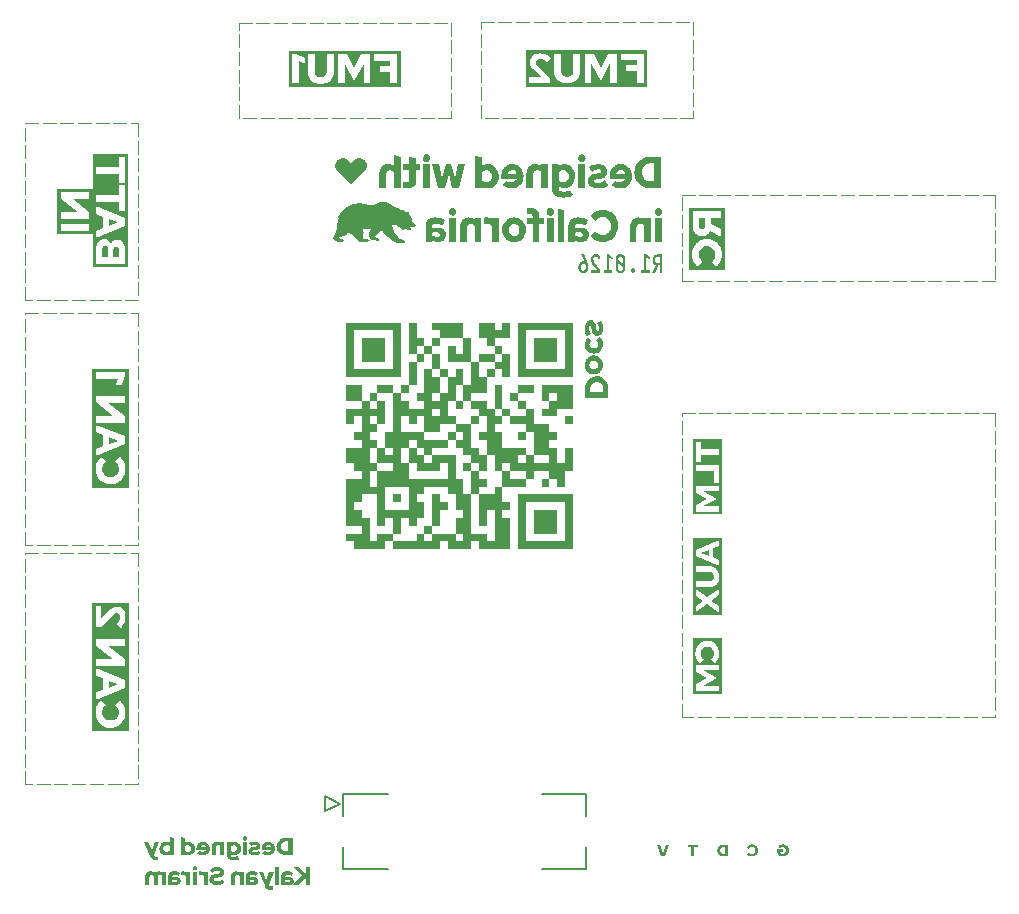
<source format=gbr>
%TF.GenerationSoftware,KiCad,Pcbnew,9.0.6*%
%TF.CreationDate,2026-01-12T10:20:26-08:00*%
%TF.ProjectId,vrb,7672622e-6b69-4636-9164-5f7063625858,rev?*%
%TF.SameCoordinates,Original*%
%TF.FileFunction,Legend,Bot*%
%TF.FilePolarity,Positive*%
%FSLAX46Y46*%
G04 Gerber Fmt 4.6, Leading zero omitted, Abs format (unit mm)*
G04 Created by KiCad (PCBNEW 9.0.6) date 2026-01-12 10:20:26*
%MOMM*%
%LPD*%
G01*
G04 APERTURE LIST*
%ADD10C,0.000000*%
%ADD11C,0.100000*%
%ADD12C,0.400000*%
%ADD13C,0.187500*%
%ADD14C,0.375000*%
%ADD15C,0.152400*%
G04 APERTURE END LIST*
D10*
G36*
X102916146Y-94507812D02*
G01*
X102254689Y-94507812D01*
X102254689Y-93846354D01*
X102916146Y-93846354D01*
X102916146Y-94507812D01*
G37*
G36*
X102254689Y-92523437D02*
G01*
X101593230Y-92523437D01*
X101593230Y-91861979D01*
X102254689Y-91861979D01*
X102254689Y-92523437D01*
G37*
G36*
X100931771Y-95830729D02*
G01*
X100270314Y-95830729D01*
X100270314Y-95169271D01*
X100931771Y-95169271D01*
X100931771Y-95830729D01*
G37*
G36*
X104239064Y-94507812D02*
G01*
X103577605Y-94507812D01*
X103577605Y-93846354D01*
X104239064Y-93846354D01*
X104239064Y-94507812D01*
G37*
G36*
X108207813Y-104429686D02*
G01*
X107546355Y-104429686D01*
X107546355Y-103768229D01*
X108207813Y-103768229D01*
X108207813Y-104429686D01*
G37*
G36*
X104239064Y-101122395D02*
G01*
X103577605Y-101122395D01*
X103577605Y-100460936D01*
X104239064Y-100460936D01*
X104239064Y-101122395D01*
G37*
G36*
X111515104Y-93184896D02*
G01*
X110853646Y-93184896D01*
X110853646Y-92523437D01*
X111515104Y-92523437D01*
X111515104Y-93184896D01*
G37*
G36*
X106223437Y-104429686D02*
G01*
X105561980Y-104429686D01*
X105561980Y-103768229D01*
X106223437Y-103768229D01*
X106223437Y-104429686D01*
G37*
G36*
X103577605Y-86570313D02*
G01*
X102916146Y-86570313D01*
X102916146Y-85908855D01*
X103577605Y-85908855D01*
X103577605Y-86570313D01*
G37*
G36*
X116145312Y-95830729D02*
G01*
X115483854Y-95830729D01*
X115483854Y-95169271D01*
X116145312Y-95169271D01*
X116145312Y-95830729D01*
G37*
G36*
X100931771Y-90539062D02*
G01*
X100270314Y-90539062D01*
X100270314Y-89877604D01*
X100931771Y-89877604D01*
X100931771Y-90539062D01*
G37*
G36*
X106884896Y-98476563D02*
G01*
X106223437Y-98476563D01*
X106223437Y-97815104D01*
X106884896Y-97815104D01*
X106884896Y-98476563D01*
G37*
G36*
X112838021Y-103768229D02*
G01*
X112176563Y-103768229D01*
X112176563Y-103106770D01*
X112838021Y-103106770D01*
X112838021Y-103768229D01*
G37*
G36*
X104900521Y-93184896D02*
G01*
X104239064Y-93184896D01*
X104239064Y-92523437D01*
X104900521Y-92523437D01*
X104900521Y-93184896D01*
G37*
G36*
X118791145Y-101783854D02*
G01*
X118129687Y-101783854D01*
X118129687Y-101122395D01*
X118791145Y-101122395D01*
X118791145Y-101783854D01*
G37*
G36*
X106884896Y-90539062D02*
G01*
X106223437Y-90539062D01*
X106223437Y-89877604D01*
X106884896Y-89877604D01*
X106884896Y-90539062D01*
G37*
G36*
X102254689Y-90539062D02*
G01*
X101593230Y-90539062D01*
X101593230Y-89877604D01*
X102254689Y-89877604D01*
X102254689Y-90539062D01*
G37*
G36*
X112838021Y-97153645D02*
G01*
X112176563Y-97153645D01*
X112176563Y-96492187D01*
X112838021Y-96492187D01*
X112838021Y-97153645D01*
G37*
G36*
X116806770Y-87893230D02*
G01*
X116145312Y-87893230D01*
X116145312Y-87231771D01*
X116806770Y-87231771D01*
X116806770Y-87893230D01*
G37*
G36*
X106884896Y-103768229D02*
G01*
X106223437Y-103768229D01*
X106223437Y-103106770D01*
X106884896Y-103106770D01*
X106884896Y-103768229D01*
G37*
G36*
X101593230Y-100460936D02*
G01*
X100931771Y-100460936D01*
X100931771Y-99799479D01*
X101593230Y-99799479D01*
X101593230Y-100460936D01*
G37*
G36*
X107546355Y-93184896D02*
G01*
X106884896Y-93184896D01*
X106884896Y-92523437D01*
X107546355Y-92523437D01*
X107546355Y-93184896D01*
G37*
G36*
X114822396Y-87893230D02*
G01*
X114160938Y-87893230D01*
X114160938Y-87231771D01*
X114822396Y-87231771D01*
X114822396Y-87893230D01*
G37*
G36*
X112176563Y-89216146D02*
G01*
X111515104Y-89216146D01*
X111515104Y-88554688D01*
X112176563Y-88554688D01*
X112176563Y-89216146D01*
G37*
G36*
X111515104Y-87231771D02*
G01*
X110853646Y-87231771D01*
X110853646Y-86570313D01*
X111515104Y-86570313D01*
X111515104Y-87231771D01*
G37*
G36*
X107546355Y-86570313D02*
G01*
X106884896Y-86570313D01*
X106884896Y-85908855D01*
X107546355Y-85908855D01*
X107546355Y-86570313D01*
G37*
G36*
X112838021Y-101783854D02*
G01*
X112176563Y-101783854D01*
X112176563Y-101122395D01*
X112838021Y-101122395D01*
X112838021Y-101783854D01*
G37*
G36*
X117468229Y-103768229D02*
G01*
X116806770Y-103768229D01*
X116806770Y-103106770D01*
X117468229Y-103106770D01*
X117468229Y-103768229D01*
G37*
G36*
X106884896Y-93184896D02*
G01*
X106223437Y-93184896D01*
X106223437Y-92523437D01*
X106884896Y-92523437D01*
X106884896Y-93184896D01*
G37*
G36*
X112838021Y-104429686D02*
G01*
X112176563Y-104429686D01*
X112176563Y-103768229D01*
X112838021Y-103768229D01*
X112838021Y-104429686D01*
G37*
G36*
X102916146Y-86570313D02*
G01*
X102254689Y-86570313D01*
X102254689Y-85908855D01*
X102916146Y-85908855D01*
X102916146Y-86570313D01*
G37*
G36*
X113499479Y-104429686D02*
G01*
X112838021Y-104429686D01*
X112838021Y-103768229D01*
X113499479Y-103768229D01*
X113499479Y-104429686D01*
G37*
G36*
X114822396Y-89877604D02*
G01*
X114160938Y-89877604D01*
X114160938Y-89216146D01*
X114822396Y-89216146D01*
X114822396Y-89877604D01*
G37*
G36*
X109530729Y-103768229D02*
G01*
X108869271Y-103768229D01*
X108869271Y-103106770D01*
X109530729Y-103106770D01*
X109530729Y-103768229D01*
G37*
G36*
X100270314Y-101783854D02*
G01*
X99608855Y-101783854D01*
X99608855Y-101122395D01*
X100270314Y-101122395D01*
X100270314Y-101783854D01*
G37*
G36*
X114160938Y-97815104D02*
G01*
X113499479Y-97815104D01*
X113499479Y-97153645D01*
X114160938Y-97153645D01*
X114160938Y-97815104D01*
G37*
G36*
X101593230Y-86570313D02*
G01*
X100931771Y-86570313D01*
X100931771Y-85908855D01*
X101593230Y-85908855D01*
X101593230Y-86570313D01*
G37*
G36*
X116806770Y-92523437D02*
G01*
X116145312Y-92523437D01*
X116145312Y-91861979D01*
X116806770Y-91861979D01*
X116806770Y-92523437D01*
G37*
G36*
X115483854Y-91861979D02*
G01*
X114822396Y-91861979D01*
X114822396Y-91200521D01*
X115483854Y-91200521D01*
X115483854Y-91861979D01*
G37*
G36*
X103577605Y-90539062D02*
G01*
X102916146Y-90539062D01*
X102916146Y-89877604D01*
X103577605Y-89877604D01*
X103577605Y-90539062D01*
G37*
G36*
X104900521Y-102445311D02*
G01*
X104239064Y-102445311D01*
X104239064Y-101783854D01*
X104900521Y-101783854D01*
X104900521Y-102445311D01*
G37*
G36*
X116806770Y-93846354D02*
G01*
X116145312Y-93846354D01*
X116145312Y-93184896D01*
X116806770Y-93184896D01*
X116806770Y-93846354D01*
G37*
G36*
X118129687Y-99138020D02*
G01*
X117468229Y-99138020D01*
X117468229Y-98476563D01*
X118129687Y-98476563D01*
X118129687Y-99138020D01*
G37*
G36*
X102916146Y-101122395D02*
G01*
X102254689Y-101122395D01*
X102254689Y-100460936D01*
X102916146Y-100460936D01*
X102916146Y-101122395D01*
G37*
G36*
X100270314Y-87231771D02*
G01*
X99608855Y-87231771D01*
X99608855Y-86570313D01*
X100270314Y-86570313D01*
X100270314Y-87231771D01*
G37*
G36*
X100931771Y-104429686D02*
G01*
X100270314Y-104429686D01*
X100270314Y-103768229D01*
X100931771Y-103768229D01*
X100931771Y-104429686D01*
G37*
G36*
X108869271Y-97815104D02*
G01*
X108207813Y-97815104D01*
X108207813Y-97153645D01*
X108869271Y-97153645D01*
X108869271Y-97815104D01*
G37*
G36*
X107546355Y-104429686D02*
G01*
X106884896Y-104429686D01*
X106884896Y-103768229D01*
X107546355Y-103768229D01*
X107546355Y-104429686D01*
G37*
G36*
X107546355Y-94507812D02*
G01*
X106884896Y-94507812D01*
X106884896Y-93846354D01*
X107546355Y-93846354D01*
X107546355Y-94507812D01*
G37*
G36*
X104239064Y-90539062D02*
G01*
X103577605Y-90539062D01*
X103577605Y-89877604D01*
X104239064Y-89877604D01*
X104239064Y-90539062D01*
G37*
G36*
X105561980Y-102445311D02*
G01*
X104900521Y-102445311D01*
X104900521Y-101783854D01*
X105561980Y-101783854D01*
X105561980Y-102445311D01*
G37*
G36*
X118791145Y-97815104D02*
G01*
X118129687Y-97815104D01*
X118129687Y-97153645D01*
X118791145Y-97153645D01*
X118791145Y-97815104D01*
G37*
G36*
X102916146Y-88554688D02*
G01*
X102254689Y-88554688D01*
X102254689Y-87893230D01*
X102916146Y-87893230D01*
X102916146Y-88554688D01*
G37*
G36*
X113499479Y-103106770D02*
G01*
X112838021Y-103106770D01*
X112838021Y-102445311D01*
X113499479Y-102445311D01*
X113499479Y-103106770D01*
G37*
G36*
X106223437Y-100460936D02*
G01*
X105561980Y-100460936D01*
X105561980Y-99799479D01*
X106223437Y-99799479D01*
X106223437Y-100460936D01*
G37*
G36*
X110192188Y-97153645D02*
G01*
X109530729Y-97153645D01*
X109530729Y-96492187D01*
X110192188Y-96492187D01*
X110192188Y-97153645D01*
G37*
G36*
X106884896Y-95169271D02*
G01*
X106223437Y-95169271D01*
X106223437Y-94507812D01*
X106884896Y-94507812D01*
X106884896Y-95169271D01*
G37*
G36*
X114822396Y-86570313D02*
G01*
X114160938Y-86570313D01*
X114160938Y-85908855D01*
X114822396Y-85908855D01*
X114822396Y-86570313D01*
G37*
G36*
X114822396Y-95830729D02*
G01*
X114160938Y-95830729D01*
X114160938Y-95169271D01*
X114822396Y-95169271D01*
X114822396Y-95830729D01*
G37*
G36*
X106223437Y-101783854D02*
G01*
X105561980Y-101783854D01*
X105561980Y-101122395D01*
X106223437Y-101122395D01*
X106223437Y-101783854D01*
G37*
G36*
X106223437Y-96492187D02*
G01*
X105561980Y-96492187D01*
X105561980Y-95830729D01*
X106223437Y-95830729D01*
X106223437Y-96492187D01*
G37*
G36*
X105561980Y-97815104D02*
G01*
X104900521Y-97815104D01*
X104900521Y-97153645D01*
X105561980Y-97153645D01*
X105561980Y-97815104D01*
G37*
G36*
X113499479Y-99138020D02*
G01*
X112838021Y-99138020D01*
X112838021Y-98476563D01*
X113499479Y-98476563D01*
X113499479Y-99138020D01*
G37*
D11*
X72400000Y-105400000D02*
X73500000Y-105400000D01*
X73900000Y-105400000D02*
X75000000Y-105400000D01*
X75400000Y-105400000D02*
X76500000Y-105400000D01*
X76900000Y-105400000D02*
X78000000Y-105400000D01*
X78400000Y-105400000D02*
X79500000Y-105400000D01*
X79900000Y-105400000D02*
X81000000Y-105400000D01*
X81400000Y-105400000D02*
X82000000Y-105400000D01*
X82000000Y-105400000D02*
X82000000Y-106500000D01*
X82000000Y-106900000D02*
X82000000Y-108000000D01*
X82000000Y-108400000D02*
X82000000Y-109500000D01*
X82000000Y-109900000D02*
X82000000Y-111000000D01*
X82000000Y-111400000D02*
X82000000Y-112500000D01*
X82000000Y-112900000D02*
X82000000Y-114000000D01*
X82000000Y-114400000D02*
X82000000Y-115500000D01*
X82000000Y-115900000D02*
X82000000Y-117000000D01*
X82000000Y-117400000D02*
X82000000Y-118500000D01*
X82000000Y-118900000D02*
X82000000Y-120000000D01*
X82000000Y-120400000D02*
X82000000Y-121500000D01*
X82000000Y-121900000D02*
X82000000Y-123000000D01*
X82000000Y-123400000D02*
X82000000Y-124500000D01*
X82000000Y-124900000D02*
X82000000Y-125000000D01*
X82000000Y-125000000D02*
X80900000Y-125000000D01*
X80500000Y-125000000D02*
X79400000Y-125000000D01*
X79000000Y-125000000D02*
X77900000Y-125000000D01*
X77500000Y-125000000D02*
X76400000Y-125000000D01*
X76000000Y-125000000D02*
X74900000Y-125000000D01*
X74500000Y-125000000D02*
X73400000Y-125000000D01*
X73000000Y-125000000D02*
X72400000Y-125000000D01*
X72400000Y-125000000D02*
X72400000Y-123900000D01*
X72400000Y-123500000D02*
X72400000Y-122400000D01*
X72400000Y-122000000D02*
X72400000Y-120900000D01*
X72400000Y-120500000D02*
X72400000Y-119400000D01*
X72400000Y-119000000D02*
X72400000Y-117900000D01*
X72400000Y-117500000D02*
X72400000Y-116400000D01*
X72400000Y-116000000D02*
X72400000Y-114900000D01*
X72400000Y-114500000D02*
X72400000Y-113400000D01*
X72400000Y-113000000D02*
X72400000Y-111900000D01*
X72400000Y-111500000D02*
X72400000Y-110400000D01*
X72400000Y-110000000D02*
X72400000Y-108900000D01*
X72400000Y-108500000D02*
X72400000Y-107400000D01*
X72400000Y-107000000D02*
X72400000Y-105900000D01*
X72400000Y-105500000D02*
X72400000Y-105400000D01*
D10*
G36*
X102916146Y-99138020D02*
G01*
X102254689Y-99138020D01*
X102254689Y-98476563D01*
X102916146Y-98476563D01*
X102916146Y-99138020D01*
G37*
G36*
X112838021Y-102445311D02*
G01*
X112176563Y-102445311D01*
X112176563Y-101783854D01*
X112838021Y-101783854D01*
X112838021Y-102445311D01*
G37*
G36*
X117468229Y-88554688D02*
G01*
X116806770Y-88554688D01*
X116806770Y-87893230D01*
X117468229Y-87893230D01*
X117468229Y-88554688D01*
G37*
G36*
X108869271Y-104429686D02*
G01*
X108207813Y-104429686D01*
X108207813Y-103768229D01*
X108869271Y-103768229D01*
X108869271Y-104429686D01*
G37*
G36*
X114160938Y-98476563D02*
G01*
X113499479Y-98476563D01*
X113499479Y-97815104D01*
X114160938Y-97815104D01*
X114160938Y-98476563D01*
G37*
G36*
X117468229Y-95830729D02*
G01*
X116806770Y-95830729D01*
X116806770Y-95169271D01*
X117468229Y-95169271D01*
X117468229Y-95830729D01*
G37*
G36*
X112176563Y-94507812D02*
G01*
X111515104Y-94507812D01*
X111515104Y-93846354D01*
X112176563Y-93846354D01*
X112176563Y-94507812D01*
G37*
G36*
X114822396Y-91861979D02*
G01*
X114160938Y-91861979D01*
X114160938Y-91200521D01*
X114822396Y-91200521D01*
X114822396Y-91861979D01*
G37*
G36*
X110853646Y-104429686D02*
G01*
X110192188Y-104429686D01*
X110192188Y-103768229D01*
X110853646Y-103768229D01*
X110853646Y-104429686D01*
G37*
G36*
X104900521Y-95830729D02*
G01*
X104239064Y-95830729D01*
X104239064Y-95169271D01*
X104900521Y-95169271D01*
X104900521Y-95830729D01*
G37*
G36*
X114822396Y-101122395D02*
G01*
X114160938Y-101122395D01*
X114160938Y-100460936D01*
X114822396Y-100460936D01*
X114822396Y-101122395D01*
G37*
G36*
X104239064Y-89877604D02*
G01*
X103577605Y-89877604D01*
X103577605Y-89216146D01*
X104239064Y-89216146D01*
X104239064Y-89877604D01*
G37*
G36*
X110192188Y-104429686D02*
G01*
X109530729Y-104429686D01*
X109530729Y-103768229D01*
X110192188Y-103768229D01*
X110192188Y-104429686D01*
G37*
G36*
X112176563Y-97153645D02*
G01*
X111515104Y-97153645D01*
X111515104Y-96492187D01*
X112176563Y-96492187D01*
X112176563Y-97153645D01*
G37*
G36*
X116806770Y-88554688D02*
G01*
X116145312Y-88554688D01*
X116145312Y-87893230D01*
X116806770Y-87893230D01*
X116806770Y-88554688D01*
G37*
G36*
X107546355Y-91861979D02*
G01*
X106884896Y-91861979D01*
X106884896Y-91200521D01*
X107546355Y-91200521D01*
X107546355Y-91861979D01*
G37*
G36*
X105561980Y-87231771D02*
G01*
X104900521Y-87231771D01*
X104900521Y-86570313D01*
X105561980Y-86570313D01*
X105561980Y-87231771D01*
G37*
G36*
X112838021Y-100460936D02*
G01*
X112176563Y-100460936D01*
X112176563Y-99799479D01*
X112838021Y-99799479D01*
X112838021Y-100460936D01*
G37*
G36*
X114822396Y-90539062D02*
G01*
X114160938Y-90539062D01*
X114160938Y-89877604D01*
X114822396Y-89877604D01*
X114822396Y-90539062D01*
G37*
G36*
X116145312Y-98476563D02*
G01*
X115483854Y-98476563D01*
X115483854Y-97815104D01*
X116145312Y-97815104D01*
X116145312Y-98476563D01*
G37*
G36*
X100270314Y-86570313D02*
G01*
X99608855Y-86570313D01*
X99608855Y-85908855D01*
X100270314Y-85908855D01*
X100270314Y-86570313D01*
G37*
G36*
X104239064Y-97153645D02*
G01*
X103577605Y-97153645D01*
X103577605Y-96492187D01*
X104239064Y-96492187D01*
X104239064Y-97153645D01*
G37*
G36*
X100931771Y-103106770D02*
G01*
X100270314Y-103106770D01*
X100270314Y-102445311D01*
X100931771Y-102445311D01*
X100931771Y-103106770D01*
G37*
G36*
X117468229Y-93846354D02*
G01*
X116806770Y-93846354D01*
X116806770Y-93184896D01*
X117468229Y-93184896D01*
X117468229Y-93846354D01*
G37*
G36*
X112176563Y-93846354D02*
G01*
X111515104Y-93846354D01*
X111515104Y-93184896D01*
X112176563Y-93184896D01*
X112176563Y-93846354D01*
G37*
G36*
X108207813Y-93846354D02*
G01*
X107546355Y-93846354D01*
X107546355Y-93184896D01*
X108207813Y-93184896D01*
X108207813Y-93846354D01*
G37*
G36*
X111515104Y-97815104D02*
G01*
X110853646Y-97815104D01*
X110853646Y-97153645D01*
X111515104Y-97153645D01*
X111515104Y-97815104D01*
G37*
G36*
X112838021Y-96492187D02*
G01*
X112176563Y-96492187D01*
X112176563Y-95830729D01*
X112838021Y-95830729D01*
X112838021Y-96492187D01*
G37*
G36*
X115483854Y-90539062D02*
G01*
X114822396Y-90539062D01*
X114822396Y-89877604D01*
X115483854Y-89877604D01*
X115483854Y-90539062D01*
G37*
G36*
X110192188Y-103106770D02*
G01*
X109530729Y-103106770D01*
X109530729Y-102445311D01*
X110192188Y-102445311D01*
X110192188Y-103106770D01*
G37*
G36*
X106223437Y-92523437D02*
G01*
X105561980Y-92523437D01*
X105561980Y-91861979D01*
X106223437Y-91861979D01*
X106223437Y-92523437D01*
G37*
G36*
X111515104Y-91200521D02*
G01*
X110853646Y-91200521D01*
X110853646Y-90539062D01*
X111515104Y-90539062D01*
X111515104Y-91200521D01*
G37*
G36*
X102254689Y-98476563D02*
G01*
X101593230Y-98476563D01*
X101593230Y-97815104D01*
X102254689Y-97815104D01*
X102254689Y-98476563D01*
G37*
G36*
X100270314Y-87893230D02*
G01*
X99608855Y-87893230D01*
X99608855Y-87231771D01*
X100270314Y-87231771D01*
X100270314Y-87893230D01*
G37*
G36*
X110853646Y-97815104D02*
G01*
X110192188Y-97815104D01*
X110192188Y-97153645D01*
X110853646Y-97153645D01*
X110853646Y-97815104D01*
G37*
G36*
X105561980Y-101122395D02*
G01*
X104900521Y-101122395D01*
X104900521Y-100460936D01*
X105561980Y-100460936D01*
X105561980Y-101122395D01*
G37*
G36*
X101593230Y-90539062D02*
G01*
X100931771Y-90539062D01*
X100931771Y-89877604D01*
X101593230Y-89877604D01*
X101593230Y-90539062D01*
G37*
G36*
X104239064Y-103106770D02*
G01*
X103577605Y-103106770D01*
X103577605Y-102445311D01*
X104239064Y-102445311D01*
X104239064Y-103106770D01*
G37*
G36*
X101593230Y-87893230D02*
G01*
X100931771Y-87893230D01*
X100931771Y-87231771D01*
X101593230Y-87231771D01*
X101593230Y-87893230D01*
G37*
G36*
X102254689Y-89216146D02*
G01*
X101593230Y-89216146D01*
X101593230Y-88554688D01*
X102254689Y-88554688D01*
X102254689Y-89216146D01*
G37*
G36*
X114822396Y-103768229D02*
G01*
X114160938Y-103768229D01*
X114160938Y-103106770D01*
X114822396Y-103106770D01*
X114822396Y-103768229D01*
G37*
G36*
X117468229Y-97153645D02*
G01*
X116806770Y-97153645D01*
X116806770Y-96492187D01*
X117468229Y-96492187D01*
X117468229Y-97153645D01*
G37*
G36*
X101593230Y-95169271D02*
G01*
X100931771Y-95169271D01*
X100931771Y-94507812D01*
X101593230Y-94507812D01*
X101593230Y-95169271D01*
G37*
G36*
X108869271Y-91861979D02*
G01*
X108207813Y-91861979D01*
X108207813Y-91200521D01*
X108869271Y-91200521D01*
X108869271Y-91861979D01*
G37*
G36*
X107546355Y-103106770D02*
G01*
X106884896Y-103106770D01*
X106884896Y-102445311D01*
X107546355Y-102445311D01*
X107546355Y-103106770D01*
G37*
G36*
X117468229Y-103106770D02*
G01*
X116806770Y-103106770D01*
X116806770Y-102445311D01*
X117468229Y-102445311D01*
X117468229Y-103106770D01*
G37*
G36*
X116145312Y-102445311D02*
G01*
X115483854Y-102445311D01*
X115483854Y-101783854D01*
X116145312Y-101783854D01*
X116145312Y-102445311D01*
G37*
G36*
X114822396Y-87231771D02*
G01*
X114160938Y-87231771D01*
X114160938Y-86570313D01*
X114822396Y-86570313D01*
X114822396Y-87231771D01*
G37*
G36*
X106223437Y-95830729D02*
G01*
X105561980Y-95830729D01*
X105561980Y-95169271D01*
X106223437Y-95169271D01*
X106223437Y-95830729D01*
G37*
G36*
X118791145Y-89877604D02*
G01*
X118129687Y-89877604D01*
X118129687Y-89216146D01*
X118791145Y-89216146D01*
X118791145Y-89877604D01*
G37*
G36*
X103577605Y-99799479D02*
G01*
X102916146Y-99799479D01*
X102916146Y-99138020D01*
X103577605Y-99138020D01*
X103577605Y-99799479D01*
G37*
G36*
X106223437Y-98476563D02*
G01*
X105561980Y-98476563D01*
X105561980Y-97815104D01*
X106223437Y-97815104D01*
X106223437Y-98476563D01*
G37*
G36*
X117468229Y-91861979D02*
G01*
X116806770Y-91861979D01*
X116806770Y-91200521D01*
X117468229Y-91200521D01*
X117468229Y-91861979D01*
G37*
G36*
X114822396Y-99799479D02*
G01*
X114160938Y-99799479D01*
X114160938Y-99138020D01*
X114822396Y-99138020D01*
X114822396Y-99799479D01*
G37*
G36*
X112838021Y-103106770D02*
G01*
X112176563Y-103106770D01*
X112176563Y-102445311D01*
X112838021Y-102445311D01*
X112838021Y-103106770D01*
G37*
G36*
X101593230Y-93184896D02*
G01*
X100931771Y-93184896D01*
X100931771Y-92523437D01*
X101593230Y-92523437D01*
X101593230Y-93184896D01*
G37*
G36*
X118791145Y-97153645D02*
G01*
X118129687Y-97153645D01*
X118129687Y-96492187D01*
X118791145Y-96492187D01*
X118791145Y-97153645D01*
G37*
G36*
X104239064Y-95830729D02*
G01*
X103577605Y-95830729D01*
X103577605Y-95169271D01*
X104239064Y-95169271D01*
X104239064Y-95830729D01*
G37*
G36*
X102916146Y-104429686D02*
G01*
X102254689Y-104429686D01*
X102254689Y-103768229D01*
X102916146Y-103768229D01*
X102916146Y-104429686D01*
G37*
G36*
X100270314Y-104429686D02*
G01*
X99608855Y-104429686D01*
X99608855Y-103768229D01*
X100270314Y-103768229D01*
X100270314Y-104429686D01*
G37*
G36*
X112838021Y-93184896D02*
G01*
X112176563Y-93184896D01*
X112176563Y-92523437D01*
X112838021Y-92523437D01*
X112838021Y-93184896D01*
G37*
G36*
X118129687Y-93184896D02*
G01*
X117468229Y-93184896D01*
X117468229Y-92523437D01*
X118129687Y-92523437D01*
X118129687Y-93184896D01*
G37*
G36*
X103577605Y-102445311D02*
G01*
X102916146Y-102445311D01*
X102916146Y-101783854D01*
X103577605Y-101783854D01*
X103577605Y-102445311D01*
G37*
G36*
X118791145Y-103106770D02*
G01*
X118129687Y-103106770D01*
X118129687Y-102445311D01*
X118791145Y-102445311D01*
X118791145Y-103106770D01*
G37*
G36*
X110192188Y-96492187D02*
G01*
X109530729Y-96492187D01*
X109530729Y-95830729D01*
X110192188Y-95830729D01*
X110192188Y-96492187D01*
G37*
D11*
X72400000Y-85100000D02*
X73500000Y-85100000D01*
X73900000Y-85100000D02*
X75000000Y-85100000D01*
X75400000Y-85100000D02*
X76500000Y-85100000D01*
X76900000Y-85100000D02*
X78000000Y-85100000D01*
X78400000Y-85100000D02*
X79500000Y-85100000D01*
X79900000Y-85100000D02*
X81000000Y-85100000D01*
X81400000Y-85100000D02*
X82000000Y-85100000D01*
X82000000Y-85100000D02*
X82000000Y-86200000D01*
X82000000Y-86600000D02*
X82000000Y-87700000D01*
X82000000Y-88100000D02*
X82000000Y-89200000D01*
X82000000Y-89600000D02*
X82000000Y-90700000D01*
X82000000Y-91100000D02*
X82000000Y-92200000D01*
X82000000Y-92600000D02*
X82000000Y-93700000D01*
X82000000Y-94100000D02*
X82000000Y-95200000D01*
X82000000Y-95600000D02*
X82000000Y-96700000D01*
X82000000Y-97100000D02*
X82000000Y-98200000D01*
X82000000Y-98600000D02*
X82000000Y-99700000D01*
X82000000Y-100100000D02*
X82000000Y-101200000D01*
X82000000Y-101600000D02*
X82000000Y-102700000D01*
X82000000Y-103100000D02*
X82000000Y-104200000D01*
X82000000Y-104600000D02*
X82000000Y-104700000D01*
X82000000Y-104700000D02*
X80900000Y-104700000D01*
X80500000Y-104700000D02*
X79400000Y-104700000D01*
X79000000Y-104700000D02*
X77900000Y-104700000D01*
X77500000Y-104700000D02*
X76400000Y-104700000D01*
X76000000Y-104700000D02*
X74900000Y-104700000D01*
X74500000Y-104700000D02*
X73400000Y-104700000D01*
X73000000Y-104700000D02*
X72400000Y-104700000D01*
X72400000Y-104700000D02*
X72400000Y-103600000D01*
X72400000Y-103200000D02*
X72400000Y-102100000D01*
X72400000Y-101700000D02*
X72400000Y-100600000D01*
X72400000Y-100200000D02*
X72400000Y-99100000D01*
X72400000Y-98700000D02*
X72400000Y-97600000D01*
X72400000Y-97200000D02*
X72400000Y-96100000D01*
X72400000Y-95700000D02*
X72400000Y-94600000D01*
X72400000Y-94200000D02*
X72400000Y-93100000D01*
X72400000Y-92700000D02*
X72400000Y-91600000D01*
X72400000Y-91200000D02*
X72400000Y-90100000D01*
X72400000Y-89700000D02*
X72400000Y-88600000D01*
X72400000Y-88200000D02*
X72400000Y-87100000D01*
X72400000Y-86700000D02*
X72400000Y-85600000D01*
X72400000Y-85200000D02*
X72400000Y-85100000D01*
D10*
G36*
X100270314Y-89877604D02*
G01*
X99608855Y-89877604D01*
X99608855Y-89216146D01*
X100270314Y-89216146D01*
X100270314Y-89877604D01*
G37*
G36*
X105561980Y-89877604D02*
G01*
X104900521Y-89877604D01*
X104900521Y-89216146D01*
X105561980Y-89216146D01*
X105561980Y-89877604D01*
G37*
G36*
X118791145Y-104429686D02*
G01*
X118129687Y-104429686D01*
X118129687Y-103768229D01*
X118791145Y-103768229D01*
X118791145Y-104429686D01*
G37*
G36*
X102916146Y-100460936D02*
G01*
X102254689Y-100460936D01*
X102254689Y-99799479D01*
X102916146Y-99799479D01*
X102916146Y-100460936D01*
G37*
G36*
X101593230Y-89216146D02*
G01*
X100931771Y-89216146D01*
X100931771Y-88554688D01*
X101593230Y-88554688D01*
X101593230Y-89216146D01*
G37*
G36*
X108207813Y-96492187D02*
G01*
X107546355Y-96492187D01*
X107546355Y-95830729D01*
X108207813Y-95830729D01*
X108207813Y-96492187D01*
G37*
G36*
X111515104Y-93846354D02*
G01*
X110853646Y-93846354D01*
X110853646Y-93184896D01*
X111515104Y-93184896D01*
X111515104Y-93846354D01*
G37*
G36*
X103577605Y-104429686D02*
G01*
X102916146Y-104429686D01*
X102916146Y-103768229D01*
X103577605Y-103768229D01*
X103577605Y-104429686D01*
G37*
G36*
X107546355Y-95169271D02*
G01*
X106884896Y-95169271D01*
X106884896Y-94507812D01*
X107546355Y-94507812D01*
X107546355Y-95169271D01*
G37*
D11*
X128000000Y-75100000D02*
X129100000Y-75100000D01*
X129500000Y-75100000D02*
X130600000Y-75100000D01*
X131000000Y-75100000D02*
X132100000Y-75100000D01*
X132500000Y-75100000D02*
X133600000Y-75100000D01*
X134000000Y-75100000D02*
X135100000Y-75100000D01*
X135500000Y-75100000D02*
X136600000Y-75100000D01*
X137000000Y-75100000D02*
X138100000Y-75100000D01*
X138500000Y-75100000D02*
X139600000Y-75100000D01*
X140000000Y-75100000D02*
X141100000Y-75100000D01*
X141500000Y-75100000D02*
X142600000Y-75100000D01*
X143000000Y-75100000D02*
X144100000Y-75100000D01*
X144500000Y-75100000D02*
X145600000Y-75100000D01*
X146000000Y-75100000D02*
X147100000Y-75100000D01*
X147500000Y-75100000D02*
X148600000Y-75100000D01*
X149000000Y-75100000D02*
X150100000Y-75100000D01*
X150500000Y-75100000D02*
X151600000Y-75100000D01*
X152000000Y-75100000D02*
X153100000Y-75100000D01*
X153500000Y-75100000D02*
X154500000Y-75100000D01*
X154500000Y-75100000D02*
X154500000Y-76200000D01*
X154500000Y-76600000D02*
X154500000Y-77700000D01*
X154500000Y-78100000D02*
X154500000Y-79200000D01*
X154500000Y-79600000D02*
X154500000Y-80700000D01*
X154500000Y-81100000D02*
X154500000Y-82200000D01*
X154500000Y-82400000D02*
X153400000Y-82400000D01*
X153000000Y-82400000D02*
X151900000Y-82400000D01*
X151500000Y-82400000D02*
X150400000Y-82400000D01*
X150000000Y-82400000D02*
X148900000Y-82400000D01*
X148500000Y-82400000D02*
X147400000Y-82400000D01*
X147000000Y-82400000D02*
X145900000Y-82400000D01*
X145500000Y-82400000D02*
X144400000Y-82400000D01*
X144000000Y-82400000D02*
X142900000Y-82400000D01*
X142500000Y-82400000D02*
X141400000Y-82400000D01*
X141000000Y-82400000D02*
X139900000Y-82400000D01*
X139500000Y-82400000D02*
X138400000Y-82400000D01*
X138000000Y-82400000D02*
X136900000Y-82400000D01*
X136500000Y-82400000D02*
X135400000Y-82400000D01*
X135000000Y-82400000D02*
X133900000Y-82400000D01*
X133500000Y-82400000D02*
X132400000Y-82400000D01*
X132000000Y-82400000D02*
X130900000Y-82400000D01*
X130500000Y-82400000D02*
X129400000Y-82400000D01*
X129000000Y-82400000D02*
X128000000Y-82400000D01*
X128000000Y-82400000D02*
X128000000Y-81300000D01*
X128000000Y-80900000D02*
X128000000Y-79800000D01*
X128000000Y-79400000D02*
X128000000Y-78300000D01*
X128000000Y-77900000D02*
X128000000Y-76800000D01*
X128000000Y-76400000D02*
X128000000Y-75300000D01*
D10*
G36*
X112176563Y-96492187D02*
G01*
X111515104Y-96492187D01*
X111515104Y-95830729D01*
X112176563Y-95830729D01*
X112176563Y-96492187D01*
G37*
G36*
X110853646Y-89877604D02*
G01*
X110192188Y-89877604D01*
X110192188Y-89216146D01*
X110853646Y-89216146D01*
X110853646Y-89877604D01*
G37*
G36*
X104239064Y-89216146D02*
G01*
X103577605Y-89216146D01*
X103577605Y-88554688D01*
X104239064Y-88554688D01*
X104239064Y-89216146D01*
G37*
G36*
X108207813Y-92523437D02*
G01*
X107546355Y-92523437D01*
X107546355Y-91861979D01*
X108207813Y-91861979D01*
X108207813Y-92523437D01*
G37*
G36*
X101593230Y-93846354D02*
G01*
X100931771Y-93846354D01*
X100931771Y-93184896D01*
X101593230Y-93184896D01*
X101593230Y-93846354D01*
G37*
G36*
X114822396Y-89216146D02*
G01*
X114160938Y-89216146D01*
X114160938Y-88554688D01*
X114822396Y-88554688D01*
X114822396Y-89216146D01*
G37*
G36*
X102916146Y-93184896D02*
G01*
X102254689Y-93184896D01*
X102254689Y-92523437D01*
X102916146Y-92523437D01*
X102916146Y-93184896D01*
G37*
G36*
X110192188Y-103768229D02*
G01*
X109530729Y-103768229D01*
X109530729Y-103106770D01*
X110192188Y-103106770D01*
X110192188Y-103768229D01*
G37*
G36*
X106223437Y-97815104D02*
G01*
X105561980Y-97815104D01*
X105561980Y-97153645D01*
X106223437Y-97153645D01*
X106223437Y-97815104D01*
G37*
G36*
X110853646Y-100460936D02*
G01*
X110192188Y-100460936D01*
X110192188Y-99799479D01*
X110853646Y-99799479D01*
X110853646Y-100460936D01*
G37*
G36*
X104239064Y-95169271D02*
G01*
X103577605Y-95169271D01*
X103577605Y-94507812D01*
X104239064Y-94507812D01*
X104239064Y-95169271D01*
G37*
G36*
X111515104Y-86570313D02*
G01*
X110853646Y-86570313D01*
X110853646Y-85908855D01*
X111515104Y-85908855D01*
X111515104Y-86570313D01*
G37*
G36*
X116145312Y-86570313D02*
G01*
X115483854Y-86570313D01*
X115483854Y-85908855D01*
X116145312Y-85908855D01*
X116145312Y-86570313D01*
G37*
G36*
X108207813Y-93184896D02*
G01*
X107546355Y-93184896D01*
X107546355Y-92523437D01*
X108207813Y-92523437D01*
X108207813Y-93184896D01*
G37*
G36*
X106884896Y-93846354D02*
G01*
X106223437Y-93846354D01*
X106223437Y-93184896D01*
X106884896Y-93184896D01*
X106884896Y-93846354D01*
G37*
G36*
X114822396Y-88554688D02*
G01*
X114160938Y-88554688D01*
X114160938Y-87893230D01*
X114822396Y-87893230D01*
X114822396Y-88554688D01*
G37*
G36*
X110853646Y-99138020D02*
G01*
X110192188Y-99138020D01*
X110192188Y-98476563D01*
X110853646Y-98476563D01*
X110853646Y-99138020D01*
G37*
G36*
X112838021Y-88554688D02*
G01*
X112176563Y-88554688D01*
X112176563Y-87893230D01*
X112838021Y-87893230D01*
X112838021Y-88554688D01*
G37*
G36*
X108869271Y-100460936D02*
G01*
X108207813Y-100460936D01*
X108207813Y-99799479D01*
X108869271Y-99799479D01*
X108869271Y-100460936D01*
G37*
G36*
X107546355Y-98476563D02*
G01*
X106884896Y-98476563D01*
X106884896Y-97815104D01*
X107546355Y-97815104D01*
X107546355Y-98476563D01*
G37*
G36*
X106884896Y-99799479D02*
G01*
X106223437Y-99799479D01*
X106223437Y-99138020D01*
X106884896Y-99138020D01*
X106884896Y-99799479D01*
G37*
G36*
X110192188Y-89216146D02*
G01*
X109530729Y-89216146D01*
X109530729Y-88554688D01*
X110192188Y-88554688D01*
X110192188Y-89216146D01*
G37*
G36*
X110853646Y-91200521D02*
G01*
X110192188Y-91200521D01*
X110192188Y-90539062D01*
X110853646Y-90539062D01*
X110853646Y-91200521D01*
G37*
G36*
X112838021Y-87231771D02*
G01*
X112176563Y-87231771D01*
X112176563Y-86570313D01*
X112838021Y-86570313D01*
X112838021Y-87231771D01*
G37*
G36*
X114160938Y-97153645D02*
G01*
X113499479Y-97153645D01*
X113499479Y-96492187D01*
X114160938Y-96492187D01*
X114160938Y-97153645D01*
G37*
G36*
X105561980Y-88554688D02*
G01*
X104900521Y-88554688D01*
X104900521Y-87893230D01*
X105561980Y-87893230D01*
X105561980Y-88554688D01*
G37*
G36*
X102916146Y-93846354D02*
G01*
X102254689Y-93846354D01*
X102254689Y-93184896D01*
X102916146Y-93184896D01*
X102916146Y-93846354D01*
G37*
G36*
X116145312Y-95169271D02*
G01*
X115483854Y-95169271D01*
X115483854Y-94507812D01*
X116145312Y-94507812D01*
X116145312Y-95169271D01*
G37*
G36*
X118791145Y-102445311D02*
G01*
X118129687Y-102445311D01*
X118129687Y-101783854D01*
X118791145Y-101783854D01*
X118791145Y-102445311D01*
G37*
G36*
X103577605Y-96492187D02*
G01*
X102916146Y-96492187D01*
X102916146Y-95830729D01*
X103577605Y-95830729D01*
X103577605Y-96492187D01*
G37*
G36*
X114822396Y-93184896D02*
G01*
X114160938Y-93184896D01*
X114160938Y-92523437D01*
X114822396Y-92523437D01*
X114822396Y-93184896D01*
G37*
G36*
X105561980Y-100460936D02*
G01*
X104900521Y-100460936D01*
X104900521Y-99799479D01*
X105561980Y-99799479D01*
X105561980Y-100460936D01*
G37*
G36*
X104239064Y-96492187D02*
G01*
X103577605Y-96492187D01*
X103577605Y-95830729D01*
X104239064Y-95830729D01*
X104239064Y-96492187D01*
G37*
G36*
X112838021Y-91861979D02*
G01*
X112176563Y-91861979D01*
X112176563Y-91200521D01*
X112838021Y-91200521D01*
X112838021Y-91861979D01*
G37*
G36*
X100270314Y-97815104D02*
G01*
X99608855Y-97815104D01*
X99608855Y-97153645D01*
X100270314Y-97153645D01*
X100270314Y-97815104D01*
G37*
G36*
X106884896Y-94507812D02*
G01*
X106223437Y-94507812D01*
X106223437Y-93846354D01*
X106884896Y-93846354D01*
X106884896Y-94507812D01*
G37*
G36*
X117468229Y-90539062D02*
G01*
X116806770Y-90539062D01*
X116806770Y-89877604D01*
X117468229Y-89877604D01*
X117468229Y-90539062D01*
G37*
G36*
X112838021Y-89877604D02*
G01*
X112176563Y-89877604D01*
X112176563Y-89216146D01*
X112838021Y-89216146D01*
X112838021Y-89877604D01*
G37*
G36*
X117468229Y-86570313D02*
G01*
X116806770Y-86570313D01*
X116806770Y-85908855D01*
X117468229Y-85908855D01*
X117468229Y-86570313D01*
G37*
G36*
X100931771Y-100460936D02*
G01*
X100270314Y-100460936D01*
X100270314Y-99799479D01*
X100931771Y-99799479D01*
X100931771Y-100460936D01*
G37*
G36*
X118791145Y-89216146D02*
G01*
X118129687Y-89216146D01*
X118129687Y-88554688D01*
X118791145Y-88554688D01*
X118791145Y-89216146D01*
G37*
G36*
X100931771Y-86570313D02*
G01*
X100270314Y-86570313D01*
X100270314Y-85908855D01*
X100931771Y-85908855D01*
X100931771Y-86570313D01*
G37*
G36*
X116145312Y-87893230D02*
G01*
X115483854Y-87893230D01*
X115483854Y-87231771D01*
X116145312Y-87231771D01*
X116145312Y-87893230D01*
G37*
G36*
X110853646Y-93184896D02*
G01*
X110192188Y-93184896D01*
X110192188Y-92523437D01*
X110853646Y-92523437D01*
X110853646Y-93184896D01*
G37*
G36*
X102916146Y-102445311D02*
G01*
X102254689Y-102445311D01*
X102254689Y-101783854D01*
X102916146Y-101783854D01*
X102916146Y-102445311D01*
G37*
G36*
X116806770Y-90539062D02*
G01*
X116145312Y-90539062D01*
X116145312Y-89877604D01*
X116806770Y-89877604D01*
X116806770Y-90539062D01*
G37*
G36*
X109530729Y-95169271D02*
G01*
X108869271Y-95169271D01*
X108869271Y-94507812D01*
X109530729Y-94507812D01*
X109530729Y-95169271D01*
G37*
G36*
X110192188Y-87893230D02*
G01*
X109530729Y-87893230D01*
X109530729Y-87231771D01*
X110192188Y-87231771D01*
X110192188Y-87893230D01*
G37*
G36*
X118791145Y-90539062D02*
G01*
X118129687Y-90539062D01*
X118129687Y-89877604D01*
X118791145Y-89877604D01*
X118791145Y-90539062D01*
G37*
G36*
X100931771Y-97815104D02*
G01*
X100270314Y-97815104D01*
X100270314Y-97153645D01*
X100931771Y-97153645D01*
X100931771Y-97815104D01*
G37*
G36*
X115483854Y-95169271D02*
G01*
X114822396Y-95169271D01*
X114822396Y-94507812D01*
X115483854Y-94507812D01*
X115483854Y-95169271D01*
G37*
G36*
X110853646Y-99799479D02*
G01*
X110192188Y-99799479D01*
X110192188Y-99138020D01*
X110853646Y-99138020D01*
X110853646Y-99799479D01*
G37*
G36*
X104239064Y-93184896D02*
G01*
X103577605Y-93184896D01*
X103577605Y-92523437D01*
X104239064Y-92523437D01*
X104239064Y-93184896D01*
G37*
G36*
X110192188Y-88554688D02*
G01*
X109530729Y-88554688D01*
X109530729Y-87893230D01*
X110192188Y-87893230D01*
X110192188Y-88554688D01*
G37*
D11*
X72400000Y-69000000D02*
X73500000Y-69000000D01*
X73900000Y-69000000D02*
X75000000Y-69000000D01*
X75400000Y-69000000D02*
X76500000Y-69000000D01*
X76900000Y-69000000D02*
X78000000Y-69000000D01*
X78400000Y-69000000D02*
X79500000Y-69000000D01*
X79900000Y-69000000D02*
X81000000Y-69000000D01*
X81400000Y-69000000D02*
X82000000Y-69000000D01*
X82000000Y-69000000D02*
X82000000Y-70100000D01*
X82000000Y-70500000D02*
X82000000Y-71600000D01*
X82000000Y-72000000D02*
X82000000Y-73100000D01*
X82000000Y-73500000D02*
X82000000Y-74600000D01*
X82000000Y-75000000D02*
X82000000Y-76100000D01*
X82000000Y-76500000D02*
X82000000Y-77600000D01*
X82000000Y-78000000D02*
X82000000Y-79100000D01*
X82000000Y-79500000D02*
X82000000Y-80600000D01*
X82000000Y-81000000D02*
X82000000Y-82100000D01*
X82000000Y-82500000D02*
X82000000Y-83600000D01*
X82000000Y-84000000D02*
X82000000Y-84000000D01*
X82000000Y-84000000D02*
X80900000Y-84000000D01*
X80500000Y-84000000D02*
X79400000Y-84000000D01*
X79000000Y-84000000D02*
X77900000Y-84000000D01*
X77500000Y-84000000D02*
X76400000Y-84000000D01*
X76000000Y-84000000D02*
X74900000Y-84000000D01*
X74500000Y-84000000D02*
X73400000Y-84000000D01*
X73000000Y-84000000D02*
X72400000Y-84000000D01*
X72400000Y-84000000D02*
X72400000Y-82900000D01*
X72400000Y-82500000D02*
X72400000Y-81400000D01*
X72400000Y-81000000D02*
X72400000Y-79900000D01*
X72400000Y-79500000D02*
X72400000Y-78400000D01*
X72400000Y-78000000D02*
X72400000Y-76900000D01*
X72400000Y-76500000D02*
X72400000Y-75400000D01*
X72400000Y-75000000D02*
X72400000Y-73900000D01*
X72400000Y-73500000D02*
X72400000Y-72400000D01*
X72400000Y-72000000D02*
X72400000Y-70900000D01*
X72400000Y-70500000D02*
X72400000Y-69400000D01*
X72400000Y-69000000D02*
X72400000Y-69000000D01*
D10*
G36*
X112838021Y-95830729D02*
G01*
X112176563Y-95830729D01*
X112176563Y-95169271D01*
X112838021Y-95169271D01*
X112838021Y-95830729D01*
G37*
G36*
X112838021Y-101122395D02*
G01*
X112176563Y-101122395D01*
X112176563Y-100460936D01*
X112838021Y-100460936D01*
X112838021Y-101122395D01*
G37*
G36*
X102254689Y-100460936D02*
G01*
X101593230Y-100460936D01*
X101593230Y-99799479D01*
X102254689Y-99799479D01*
X102254689Y-100460936D01*
G37*
G36*
X116806770Y-91861979D02*
G01*
X116145312Y-91861979D01*
X116145312Y-91200521D01*
X116806770Y-91200521D01*
X116806770Y-91861979D01*
G37*
G36*
X104900521Y-96492187D02*
G01*
X104239064Y-96492187D01*
X104239064Y-95830729D01*
X104900521Y-95830729D01*
X104900521Y-96492187D01*
G37*
G36*
X104900521Y-98476563D02*
G01*
X104239064Y-98476563D01*
X104239064Y-97815104D01*
X104900521Y-97815104D01*
X104900521Y-98476563D01*
G37*
G36*
X106884896Y-97153645D02*
G01*
X106223437Y-97153645D01*
X106223437Y-96492187D01*
X106884896Y-96492187D01*
X106884896Y-97153645D01*
G37*
G36*
X107546355Y-101783854D02*
G01*
X106884896Y-101783854D01*
X106884896Y-101122395D01*
X107546355Y-101122395D01*
X107546355Y-101783854D01*
G37*
G36*
X108207813Y-90539062D02*
G01*
X107546355Y-90539062D01*
X107546355Y-89877604D01*
X108207813Y-89877604D01*
X108207813Y-90539062D01*
G37*
G36*
X102254689Y-88554688D02*
G01*
X101593230Y-88554688D01*
X101593230Y-87893230D01*
X102254689Y-87893230D01*
X102254689Y-88554688D01*
G37*
G36*
X112176563Y-101783854D02*
G01*
X111515104Y-101783854D01*
X111515104Y-101122395D01*
X112176563Y-101122395D01*
X112176563Y-101783854D01*
G37*
G36*
X110853646Y-90539062D02*
G01*
X110192188Y-90539062D01*
X110192188Y-89877604D01*
X110853646Y-89877604D01*
X110853646Y-90539062D01*
G37*
G36*
X104239064Y-87893230D02*
G01*
X103577605Y-87893230D01*
X103577605Y-87231771D01*
X104239064Y-87231771D01*
X104239064Y-87893230D01*
G37*
G36*
X116145312Y-89216146D02*
G01*
X115483854Y-89216146D01*
X115483854Y-88554688D01*
X116145312Y-88554688D01*
X116145312Y-89216146D01*
G37*
G36*
X105561980Y-101783854D02*
G01*
X104900521Y-101783854D01*
X104900521Y-101122395D01*
X105561980Y-101122395D01*
X105561980Y-101783854D01*
G37*
G36*
X108869271Y-89216146D02*
G01*
X108207813Y-89216146D01*
X108207813Y-88554688D01*
X108869271Y-88554688D01*
X108869271Y-89216146D01*
G37*
G36*
X101593230Y-98476563D02*
G01*
X100931771Y-98476563D01*
X100931771Y-97815104D01*
X101593230Y-97815104D01*
X101593230Y-98476563D01*
G37*
G36*
X114822396Y-97153645D02*
G01*
X114160938Y-97153645D01*
X114160938Y-96492187D01*
X114822396Y-96492187D01*
X114822396Y-97153645D01*
G37*
G36*
X117468229Y-93184896D02*
G01*
X116806770Y-93184896D01*
X116806770Y-92523437D01*
X117468229Y-92523437D01*
X117468229Y-93184896D01*
G37*
G36*
X113499479Y-105091145D02*
G01*
X112838021Y-105091145D01*
X112838021Y-104429686D01*
X113499479Y-104429686D01*
X113499479Y-105091145D01*
G37*
G36*
X116806770Y-102445311D02*
G01*
X116145312Y-102445311D01*
X116145312Y-101783854D01*
X116806770Y-101783854D01*
X116806770Y-102445311D01*
G37*
G36*
X110853646Y-91861979D02*
G01*
X110192188Y-91861979D01*
X110192188Y-91200521D01*
X110853646Y-91200521D01*
X110853646Y-91861979D01*
G37*
G36*
X102916146Y-97815104D02*
G01*
X102254689Y-97815104D01*
X102254689Y-97153645D01*
X102916146Y-97153645D01*
X102916146Y-97815104D01*
G37*
G36*
X105561980Y-97153645D02*
G01*
X104900521Y-97153645D01*
X104900521Y-96492187D01*
X105561980Y-96492187D01*
X105561980Y-97153645D01*
G37*
G36*
X100270314Y-90539062D02*
G01*
X99608855Y-90539062D01*
X99608855Y-89877604D01*
X100270314Y-89877604D01*
X100270314Y-90539062D01*
G37*
G36*
X118791145Y-88554688D02*
G01*
X118129687Y-88554688D01*
X118129687Y-87893230D01*
X118791145Y-87893230D01*
X118791145Y-88554688D01*
G37*
G36*
X112176563Y-101122395D02*
G01*
X111515104Y-101122395D01*
X111515104Y-100460936D01*
X112176563Y-100460936D01*
X112176563Y-101122395D01*
G37*
G36*
X114822396Y-94507812D02*
G01*
X114160938Y-94507812D01*
X114160938Y-93846354D01*
X114822396Y-93846354D01*
X114822396Y-94507812D01*
G37*
G36*
X104900521Y-99799479D02*
G01*
X104239064Y-99799479D01*
X104239064Y-99138020D01*
X104900521Y-99138020D01*
X104900521Y-99799479D01*
G37*
G36*
X106884896Y-96492187D02*
G01*
X106223437Y-96492187D01*
X106223437Y-95830729D01*
X106884896Y-95830729D01*
X106884896Y-96492187D01*
G37*
G36*
X100931771Y-92523437D02*
G01*
X100270314Y-92523437D01*
X100270314Y-91861979D01*
X100931771Y-91861979D01*
X100931771Y-92523437D01*
G37*
G36*
X106884896Y-105091145D02*
G01*
X106223437Y-105091145D01*
X106223437Y-104429686D01*
X106884896Y-104429686D01*
X106884896Y-105091145D01*
G37*
G36*
X104900521Y-93846354D02*
G01*
X104239064Y-93846354D01*
X104239064Y-93184896D01*
X104900521Y-93184896D01*
X104900521Y-93846354D01*
G37*
G36*
X115483854Y-97815104D02*
G01*
X114822396Y-97815104D01*
X114822396Y-97153645D01*
X115483854Y-97153645D01*
X115483854Y-97815104D01*
G37*
G36*
X100270314Y-88554688D02*
G01*
X99608855Y-88554688D01*
X99608855Y-87893230D01*
X100270314Y-87893230D01*
X100270314Y-88554688D01*
G37*
G36*
X114822396Y-102445311D02*
G01*
X114160938Y-102445311D01*
X114160938Y-101783854D01*
X114822396Y-101783854D01*
X114822396Y-102445311D01*
G37*
G36*
X112838021Y-92523437D02*
G01*
X112176563Y-92523437D01*
X112176563Y-91861979D01*
X112838021Y-91861979D01*
X112838021Y-92523437D01*
G37*
G36*
X114160938Y-99799479D02*
G01*
X113499479Y-99799479D01*
X113499479Y-99138020D01*
X114160938Y-99138020D01*
X114160938Y-99799479D01*
G37*
G36*
X104900521Y-105091145D02*
G01*
X104239064Y-105091145D01*
X104239064Y-104429686D01*
X104900521Y-104429686D01*
X104900521Y-105091145D01*
G37*
G36*
X115483854Y-94507812D02*
G01*
X114822396Y-94507812D01*
X114822396Y-93846354D01*
X115483854Y-93846354D01*
X115483854Y-94507812D01*
G37*
G36*
X102916146Y-105091145D02*
G01*
X102254689Y-105091145D01*
X102254689Y-104429686D01*
X102916146Y-104429686D01*
X102916146Y-105091145D01*
G37*
G36*
X100270314Y-101122395D02*
G01*
X99608855Y-101122395D01*
X99608855Y-100460936D01*
X100270314Y-100460936D01*
X100270314Y-101122395D01*
G37*
G36*
X102254689Y-87893230D02*
G01*
X101593230Y-87893230D01*
X101593230Y-87231771D01*
X102254689Y-87231771D01*
X102254689Y-87893230D01*
G37*
G36*
X118791145Y-98476563D02*
G01*
X118129687Y-98476563D01*
X118129687Y-97815104D01*
X118791145Y-97815104D01*
X118791145Y-98476563D01*
G37*
G36*
X118791145Y-87231771D02*
G01*
X118129687Y-87231771D01*
X118129687Y-86570313D01*
X118791145Y-86570313D01*
X118791145Y-87231771D01*
G37*
G36*
X109530729Y-87231771D02*
G01*
X108869271Y-87231771D01*
X108869271Y-86570313D01*
X109530729Y-86570313D01*
X109530729Y-87231771D01*
G37*
G36*
X113499479Y-89216146D02*
G01*
X112838021Y-89216146D01*
X112838021Y-88554688D01*
X113499479Y-88554688D01*
X113499479Y-89216146D01*
G37*
G36*
X106884896Y-91200521D02*
G01*
X106223437Y-91200521D01*
X106223437Y-90539062D01*
X106884896Y-90539062D01*
X106884896Y-91200521D01*
G37*
G36*
X101593230Y-95830729D02*
G01*
X100931771Y-95830729D01*
X100931771Y-95169271D01*
X101593230Y-95169271D01*
X101593230Y-95830729D01*
G37*
G36*
X114160938Y-94507812D02*
G01*
X113499479Y-94507812D01*
X113499479Y-93846354D01*
X114160938Y-93846354D01*
X114160938Y-94507812D01*
G37*
G36*
X112176563Y-105091145D02*
G01*
X111515104Y-105091145D01*
X111515104Y-104429686D01*
X112176563Y-104429686D01*
X112176563Y-105091145D01*
G37*
G36*
X102916146Y-101783854D02*
G01*
X102254689Y-101783854D01*
X102254689Y-101122395D01*
X102916146Y-101122395D01*
X102916146Y-101783854D01*
G37*
G36*
X105561980Y-87893230D02*
G01*
X104900521Y-87893230D01*
X104900521Y-87231771D01*
X105561980Y-87231771D01*
X105561980Y-87893230D01*
G37*
G36*
X115483854Y-99138020D02*
G01*
X114822396Y-99138020D01*
X114822396Y-98476563D01*
X115483854Y-98476563D01*
X115483854Y-99138020D01*
G37*
G36*
X113499479Y-101783854D02*
G01*
X112838021Y-101783854D01*
X112838021Y-101122395D01*
X113499479Y-101122395D01*
X113499479Y-101783854D01*
G37*
G36*
X116145312Y-105091145D02*
G01*
X115483854Y-105091145D01*
X115483854Y-104429686D01*
X116145312Y-104429686D01*
X116145312Y-105091145D01*
G37*
G36*
X110192188Y-92523437D02*
G01*
X109530729Y-92523437D01*
X109530729Y-91861979D01*
X110192188Y-91861979D01*
X110192188Y-92523437D01*
G37*
G36*
X114822396Y-104429686D02*
G01*
X114160938Y-104429686D01*
X114160938Y-103768229D01*
X114822396Y-103768229D01*
X114822396Y-104429686D01*
G37*
G36*
X101593230Y-97153645D02*
G01*
X100931771Y-97153645D01*
X100931771Y-96492187D01*
X101593230Y-96492187D01*
X101593230Y-97153645D01*
G37*
G36*
X116806770Y-89216146D02*
G01*
X116145312Y-89216146D01*
X116145312Y-88554688D01*
X116806770Y-88554688D01*
X116806770Y-89216146D01*
G37*
G36*
X101593230Y-103106770D02*
G01*
X100931771Y-103106770D01*
X100931771Y-102445311D01*
X101593230Y-102445311D01*
X101593230Y-103106770D01*
G37*
G36*
X101593230Y-88554688D02*
G01*
X100931771Y-88554688D01*
X100931771Y-87893230D01*
X101593230Y-87893230D01*
X101593230Y-88554688D01*
G37*
G36*
X110192188Y-101783854D02*
G01*
X109530729Y-101783854D01*
X109530729Y-101122395D01*
X110192188Y-101122395D01*
X110192188Y-101783854D01*
G37*
G36*
X104239064Y-99799479D02*
G01*
X103577605Y-99799479D01*
X103577605Y-99138020D01*
X104239064Y-99138020D01*
X104239064Y-99799479D01*
G37*
G36*
X101593230Y-97815104D02*
G01*
X100931771Y-97815104D01*
X100931771Y-97153645D01*
X101593230Y-97153645D01*
X101593230Y-97815104D01*
G37*
G36*
X118791145Y-101122395D02*
G01*
X118129687Y-101122395D01*
X118129687Y-100460936D01*
X118791145Y-100460936D01*
X118791145Y-101122395D01*
G37*
G36*
X112838021Y-98476563D02*
G01*
X112176563Y-98476563D01*
X112176563Y-97815104D01*
X112838021Y-97815104D01*
X112838021Y-98476563D01*
G37*
G36*
X102916146Y-87893230D02*
G01*
X102254689Y-87893230D01*
X102254689Y-87231771D01*
X102916146Y-87231771D01*
X102916146Y-87893230D01*
G37*
G36*
X110192188Y-101122395D02*
G01*
X109530729Y-101122395D01*
X109530729Y-100460936D01*
X110192188Y-100460936D01*
X110192188Y-101122395D01*
G37*
G36*
X108207813Y-86570313D02*
G01*
X107546355Y-86570313D01*
X107546355Y-85908855D01*
X108207813Y-85908855D01*
X108207813Y-86570313D01*
G37*
G36*
X101593230Y-104429686D02*
G01*
X100931771Y-104429686D01*
X100931771Y-103768229D01*
X101593230Y-103768229D01*
X101593230Y-104429686D01*
G37*
G36*
X118791145Y-105091145D02*
G01*
X118129687Y-105091145D01*
X118129687Y-104429686D01*
X118791145Y-104429686D01*
X118791145Y-105091145D01*
G37*
G36*
X113499479Y-86570313D02*
G01*
X112838021Y-86570313D01*
X112838021Y-85908855D01*
X113499479Y-85908855D01*
X113499479Y-86570313D01*
G37*
G36*
X111515104Y-98476563D02*
G01*
X110853646Y-98476563D01*
X110853646Y-97815104D01*
X111515104Y-97815104D01*
X111515104Y-98476563D01*
G37*
G36*
X115483854Y-105091145D02*
G01*
X114822396Y-105091145D01*
X114822396Y-104429686D01*
X115483854Y-104429686D01*
X115483854Y-105091145D01*
G37*
G36*
X116145312Y-103106770D02*
G01*
X115483854Y-103106770D01*
X115483854Y-102445311D01*
X116145312Y-102445311D01*
X116145312Y-103106770D01*
G37*
G36*
X117468229Y-97815104D02*
G01*
X116806770Y-97815104D01*
X116806770Y-97153645D01*
X117468229Y-97153645D01*
X117468229Y-97815104D01*
G37*
G36*
X108869271Y-99138020D02*
G01*
X108207813Y-99138020D01*
X108207813Y-98476563D01*
X108869271Y-98476563D01*
X108869271Y-99138020D01*
G37*
G36*
X108207813Y-87231771D02*
G01*
X107546355Y-87231771D01*
X107546355Y-86570313D01*
X108207813Y-86570313D01*
X108207813Y-87231771D01*
G37*
G36*
X111515104Y-102445311D02*
G01*
X110853646Y-102445311D01*
X110853646Y-101783854D01*
X111515104Y-101783854D01*
X111515104Y-102445311D01*
G37*
G36*
X112838021Y-105091145D02*
G01*
X112176563Y-105091145D01*
X112176563Y-104429686D01*
X112838021Y-104429686D01*
X112838021Y-105091145D01*
G37*
G36*
X116806770Y-105091145D02*
G01*
X116145312Y-105091145D01*
X116145312Y-104429686D01*
X116806770Y-104429686D01*
X116806770Y-105091145D01*
G37*
G36*
X100270314Y-102445311D02*
G01*
X99608855Y-102445311D01*
X99608855Y-101783854D01*
X100270314Y-101783854D01*
X100270314Y-102445311D01*
G37*
G36*
X112176563Y-90539062D02*
G01*
X111515104Y-90539062D01*
X111515104Y-89877604D01*
X112176563Y-89877604D01*
X112176563Y-90539062D01*
G37*
G36*
X118129687Y-90539062D02*
G01*
X117468229Y-90539062D01*
X117468229Y-89877604D01*
X118129687Y-89877604D01*
X118129687Y-90539062D01*
G37*
G36*
X118129687Y-99799479D02*
G01*
X117468229Y-99799479D01*
X117468229Y-99138020D01*
X118129687Y-99138020D01*
X118129687Y-99799479D01*
G37*
G36*
X109530729Y-89216146D02*
G01*
X108869271Y-89216146D01*
X108869271Y-88554688D01*
X109530729Y-88554688D01*
X109530729Y-89216146D01*
G37*
G36*
X101593230Y-96492187D02*
G01*
X100931771Y-96492187D01*
X100931771Y-95830729D01*
X101593230Y-95830729D01*
X101593230Y-96492187D01*
G37*
G36*
X113499479Y-93846354D02*
G01*
X112838021Y-93846354D01*
X112838021Y-93184896D01*
X113499479Y-93184896D01*
X113499479Y-93846354D01*
G37*
G36*
X110192188Y-91861979D02*
G01*
X109530729Y-91861979D01*
X109530729Y-91200521D01*
X110192188Y-91200521D01*
X110192188Y-91861979D01*
G37*
G36*
X101593230Y-103768229D02*
G01*
X100931771Y-103768229D01*
X100931771Y-103106770D01*
X101593230Y-103106770D01*
X101593230Y-103768229D01*
G37*
G36*
X104239064Y-87231771D02*
G01*
X103577605Y-87231771D01*
X103577605Y-86570313D01*
X104239064Y-86570313D01*
X104239064Y-87231771D01*
G37*
G36*
X108869271Y-98476563D02*
G01*
X108207813Y-98476563D01*
X108207813Y-97815104D01*
X108869271Y-97815104D01*
X108869271Y-98476563D01*
G37*
G36*
X116806770Y-95830729D02*
G01*
X116145312Y-95830729D01*
X116145312Y-95169271D01*
X116806770Y-95169271D01*
X116806770Y-95830729D01*
G37*
G36*
X116145312Y-101122395D02*
G01*
X115483854Y-101122395D01*
X115483854Y-100460936D01*
X116145312Y-100460936D01*
X116145312Y-101122395D01*
G37*
G36*
X115483854Y-86570313D02*
G01*
X114822396Y-86570313D01*
X114822396Y-85908855D01*
X115483854Y-85908855D01*
X115483854Y-86570313D01*
G37*
G36*
X112838021Y-97815104D02*
G01*
X112176563Y-97815104D01*
X112176563Y-97153645D01*
X112838021Y-97153645D01*
X112838021Y-97815104D01*
G37*
G36*
X117468229Y-105091145D02*
G01*
X116806770Y-105091145D01*
X116806770Y-104429686D01*
X117468229Y-104429686D01*
X117468229Y-105091145D01*
G37*
G36*
X109530729Y-93184896D02*
G01*
X108869271Y-93184896D01*
X108869271Y-92523437D01*
X109530729Y-92523437D01*
X109530729Y-93184896D01*
G37*
G36*
X110192188Y-102445311D02*
G01*
X109530729Y-102445311D01*
X109530729Y-101783854D01*
X110192188Y-101783854D01*
X110192188Y-102445311D01*
G37*
D11*
X128000000Y-93600000D02*
X129100000Y-93600000D01*
X129500000Y-93600000D02*
X130600000Y-93600000D01*
X131000000Y-93600000D02*
X132100000Y-93600000D01*
X132500000Y-93600000D02*
X133600000Y-93600000D01*
X134000000Y-93600000D02*
X135100000Y-93600000D01*
X135500000Y-93600000D02*
X136600000Y-93600000D01*
X137000000Y-93600000D02*
X138100000Y-93600000D01*
X138500000Y-93600000D02*
X139600000Y-93600000D01*
X140000000Y-93600000D02*
X141100000Y-93600000D01*
X141500000Y-93600000D02*
X142600000Y-93600000D01*
X143000000Y-93600000D02*
X144100000Y-93600000D01*
X144500000Y-93600000D02*
X145600000Y-93600000D01*
X146000000Y-93600000D02*
X147100000Y-93600000D01*
X147500000Y-93600000D02*
X148600000Y-93600000D01*
X149000000Y-93600000D02*
X150100000Y-93600000D01*
X150500000Y-93600000D02*
X151600000Y-93600000D01*
X152000000Y-93600000D02*
X153100000Y-93600000D01*
X153500000Y-93600000D02*
X154500000Y-93600000D01*
X154500000Y-93600000D02*
X154500000Y-94700000D01*
X154500000Y-95100000D02*
X154500000Y-96200000D01*
X154500000Y-96600000D02*
X154500000Y-97700000D01*
X154500000Y-98100000D02*
X154500000Y-99200000D01*
X154500000Y-99600000D02*
X154500000Y-100700000D01*
X154500000Y-101100000D02*
X154500000Y-102200000D01*
X154500000Y-102600000D02*
X154500000Y-103700000D01*
X154500000Y-104100000D02*
X154500000Y-105200000D01*
X154500000Y-105600000D02*
X154500000Y-106700000D01*
X154500000Y-107100000D02*
X154500000Y-108200000D01*
X154500000Y-108600000D02*
X154500000Y-109700000D01*
X154500000Y-110100000D02*
X154500000Y-111200000D01*
X154500000Y-111600000D02*
X154500000Y-112700000D01*
X154500000Y-113100000D02*
X154500000Y-114200000D01*
X154500000Y-114600000D02*
X154500000Y-115700000D01*
X154500000Y-116100000D02*
X154500000Y-117200000D01*
X154500000Y-117600000D02*
X154500000Y-118700000D01*
X154500000Y-119100000D02*
X154500000Y-119300000D01*
X154500000Y-119300000D02*
X153400000Y-119300000D01*
X153000000Y-119300000D02*
X151900000Y-119300000D01*
X151500000Y-119300000D02*
X150400000Y-119300000D01*
X150000000Y-119300000D02*
X148900000Y-119300000D01*
X148500000Y-119300000D02*
X147400000Y-119300000D01*
X147000000Y-119300000D02*
X145900000Y-119300000D01*
X145500000Y-119300000D02*
X144400000Y-119300000D01*
X144000000Y-119300000D02*
X142900000Y-119300000D01*
X142500000Y-119300000D02*
X141400000Y-119300000D01*
X141000000Y-119300000D02*
X139900000Y-119300000D01*
X139500000Y-119300000D02*
X138400000Y-119300000D01*
X138000000Y-119300000D02*
X136900000Y-119300000D01*
X136500000Y-119300000D02*
X135400000Y-119300000D01*
X135000000Y-119300000D02*
X133900000Y-119300000D01*
X133500000Y-119300000D02*
X132400000Y-119300000D01*
X132000000Y-119300000D02*
X130900000Y-119300000D01*
X130500000Y-119300000D02*
X129400000Y-119300000D01*
X129000000Y-119300000D02*
X128000000Y-119300000D01*
X128000000Y-119300000D02*
X128000000Y-118200000D01*
X128000000Y-117800000D02*
X128000000Y-116700000D01*
X128000000Y-116300000D02*
X128000000Y-115200000D01*
X128000000Y-114800000D02*
X128000000Y-113700000D01*
X128000000Y-113300000D02*
X128000000Y-112200000D01*
X128000000Y-111800000D02*
X128000000Y-110700000D01*
X128000000Y-110300000D02*
X128000000Y-109200000D01*
X128000000Y-108800000D02*
X128000000Y-107700000D01*
X128000000Y-107300000D02*
X128000000Y-106200000D01*
X128000000Y-105800000D02*
X128000000Y-104700000D01*
X128000000Y-104300000D02*
X128000000Y-103200000D01*
X128000000Y-102800000D02*
X128000000Y-101700000D01*
X128000000Y-101300000D02*
X128000000Y-100200000D01*
X128000000Y-99800000D02*
X128000000Y-98700000D01*
X128000000Y-98300000D02*
X128000000Y-97200000D01*
X128000000Y-96800000D02*
X128000000Y-95700000D01*
X128000000Y-95300000D02*
X128000000Y-94200000D01*
X128000000Y-93800000D02*
X128000000Y-93600000D01*
D10*
G36*
X100931771Y-101122395D02*
G01*
X100270314Y-101122395D01*
X100270314Y-100460936D01*
X100931771Y-100460936D01*
X100931771Y-101122395D01*
G37*
G36*
X109530729Y-99799479D02*
G01*
X108869271Y-99799479D01*
X108869271Y-99138020D01*
X109530729Y-99138020D01*
X109530729Y-99799479D01*
G37*
G36*
X109530729Y-100460936D02*
G01*
X108869271Y-100460936D01*
X108869271Y-99799479D01*
X109530729Y-99799479D01*
X109530729Y-100460936D01*
G37*
G36*
X105561980Y-90539062D02*
G01*
X104900521Y-90539062D01*
X104900521Y-89877604D01*
X105561980Y-89877604D01*
X105561980Y-90539062D01*
G37*
G36*
X107546355Y-89877604D02*
G01*
X106884896Y-89877604D01*
X106884896Y-89216146D01*
X107546355Y-89216146D01*
X107546355Y-89877604D01*
G37*
G36*
X110853646Y-97153645D02*
G01*
X110192188Y-97153645D01*
X110192188Y-96492187D01*
X110853646Y-96492187D01*
X110853646Y-97153645D01*
G37*
G36*
X100270314Y-103106770D02*
G01*
X99608855Y-103106770D01*
X99608855Y-102445311D01*
X100270314Y-102445311D01*
X100270314Y-103106770D01*
G37*
G36*
X110192188Y-95169271D02*
G01*
X109530729Y-95169271D01*
X109530729Y-94507812D01*
X110192188Y-94507812D01*
X110192188Y-95169271D01*
G37*
G36*
X108869271Y-86570313D02*
G01*
X108207813Y-86570313D01*
X108207813Y-85908855D01*
X108869271Y-85908855D01*
X108869271Y-86570313D01*
G37*
G36*
X107546355Y-91200521D02*
G01*
X106884896Y-91200521D01*
X106884896Y-90539062D01*
X107546355Y-90539062D01*
X107546355Y-91200521D01*
G37*
G36*
X105561980Y-93846354D02*
G01*
X104900521Y-93846354D01*
X104900521Y-93184896D01*
X105561980Y-93184896D01*
X105561980Y-93846354D01*
G37*
G36*
X101593230Y-94507812D02*
G01*
X100931771Y-94507812D01*
X100931771Y-93846354D01*
X101593230Y-93846354D01*
X101593230Y-94507812D01*
G37*
G36*
X102916146Y-103106770D02*
G01*
X102254689Y-103106770D01*
X102254689Y-102445311D01*
X102916146Y-102445311D01*
X102916146Y-103106770D01*
G37*
G36*
X114822396Y-105091145D02*
G01*
X114160938Y-105091145D01*
X114160938Y-104429686D01*
X114822396Y-104429686D01*
X114822396Y-105091145D01*
G37*
G36*
X112176563Y-86570313D02*
G01*
X111515104Y-86570313D01*
X111515104Y-85908855D01*
X112176563Y-85908855D01*
X112176563Y-86570313D01*
G37*
G36*
X116145312Y-90539062D02*
G01*
X115483854Y-90539062D01*
X115483854Y-89877604D01*
X116145312Y-89877604D01*
X116145312Y-90539062D01*
G37*
G36*
X100270314Y-99799479D02*
G01*
X99608855Y-99799479D01*
X99608855Y-99138020D01*
X100270314Y-99138020D01*
X100270314Y-99799479D01*
G37*
G36*
X102254689Y-105091145D02*
G01*
X101593230Y-105091145D01*
X101593230Y-104429686D01*
X102254689Y-104429686D01*
X102254689Y-105091145D01*
G37*
G36*
X106884896Y-91861979D02*
G01*
X106223437Y-91861979D01*
X106223437Y-91200521D01*
X106884896Y-91200521D01*
X106884896Y-91861979D01*
G37*
G36*
X118791145Y-86570313D02*
G01*
X118129687Y-86570313D01*
X118129687Y-85908855D01*
X118791145Y-85908855D01*
X118791145Y-86570313D01*
G37*
G36*
X118791145Y-93184896D02*
G01*
X118129687Y-93184896D01*
X118129687Y-92523437D01*
X118791145Y-92523437D01*
X118791145Y-93184896D01*
G37*
G36*
X109530729Y-101122395D02*
G01*
X108869271Y-101122395D01*
X108869271Y-100460936D01*
X109530729Y-100460936D01*
X109530729Y-101122395D01*
G37*
G36*
X101593230Y-105091145D02*
G01*
X100931771Y-105091145D01*
X100931771Y-104429686D01*
X101593230Y-104429686D01*
X101593230Y-105091145D01*
G37*
G36*
X107546355Y-99799479D02*
G01*
X106884896Y-99799479D01*
X106884896Y-99138020D01*
X107546355Y-99138020D01*
X107546355Y-99799479D01*
G37*
G36*
X105561980Y-99799479D02*
G01*
X104900521Y-99799479D01*
X104900521Y-99138020D01*
X105561980Y-99138020D01*
X105561980Y-99799479D01*
G37*
G36*
X106223437Y-105091145D02*
G01*
X105561980Y-105091145D01*
X105561980Y-104429686D01*
X106223437Y-104429686D01*
X106223437Y-105091145D01*
G37*
G36*
X118129687Y-105091145D02*
G01*
X117468229Y-105091145D01*
X117468229Y-104429686D01*
X118129687Y-104429686D01*
X118129687Y-105091145D01*
G37*
G36*
X100931771Y-102445311D02*
G01*
X100270314Y-102445311D01*
X100270314Y-101783854D01*
X100931771Y-101783854D01*
X100931771Y-102445311D01*
G37*
G36*
X118129687Y-101122395D02*
G01*
X117468229Y-101122395D01*
X117468229Y-100460936D01*
X118129687Y-100460936D01*
X118129687Y-101122395D01*
G37*
G36*
X108869271Y-88554688D02*
G01*
X108207813Y-88554688D01*
X108207813Y-87893230D01*
X108869271Y-87893230D01*
X108869271Y-88554688D01*
G37*
G36*
X112838021Y-94507812D02*
G01*
X112176563Y-94507812D01*
X112176563Y-93846354D01*
X112838021Y-93846354D01*
X112838021Y-94507812D01*
G37*
G36*
X100270314Y-100460936D02*
G01*
X99608855Y-100460936D01*
X99608855Y-99799479D01*
X100270314Y-99799479D01*
X100270314Y-100460936D01*
G37*
G36*
X109530729Y-91200521D02*
G01*
X108869271Y-91200521D01*
X108869271Y-90539062D01*
X109530729Y-90539062D01*
X109530729Y-91200521D01*
G37*
G36*
X116145312Y-97153645D02*
G01*
X115483854Y-97153645D01*
X115483854Y-96492187D01*
X116145312Y-96492187D01*
X116145312Y-97153645D01*
G37*
G36*
X104239064Y-98476563D02*
G01*
X103577605Y-98476563D01*
X103577605Y-97815104D01*
X104239064Y-97815104D01*
X104239064Y-98476563D01*
G37*
G36*
X110192188Y-98476563D02*
G01*
X109530729Y-98476563D01*
X109530729Y-97815104D01*
X110192188Y-97815104D01*
X110192188Y-98476563D01*
G37*
G36*
X103577605Y-97815104D02*
G01*
X102916146Y-97815104D01*
X102916146Y-97153645D01*
X103577605Y-97153645D01*
X103577605Y-97815104D01*
G37*
G36*
X118129687Y-98476563D02*
G01*
X117468229Y-98476563D01*
X117468229Y-97815104D01*
X118129687Y-97815104D01*
X118129687Y-98476563D01*
G37*
G36*
X112176563Y-87231771D02*
G01*
X111515104Y-87231771D01*
X111515104Y-86570313D01*
X112176563Y-86570313D01*
X112176563Y-87231771D01*
G37*
G36*
X103577605Y-91861979D02*
G01*
X102916146Y-91861979D01*
X102916146Y-91200521D01*
X103577605Y-91200521D01*
X103577605Y-91861979D01*
G37*
G36*
X111515104Y-101783854D02*
G01*
X110853646Y-101783854D01*
X110853646Y-101122395D01*
X111515104Y-101122395D01*
X111515104Y-101783854D01*
G37*
G36*
X117468229Y-87893230D02*
G01*
X116806770Y-87893230D01*
X116806770Y-87231771D01*
X117468229Y-87231771D01*
X117468229Y-87893230D01*
G37*
G36*
X108207813Y-97815104D02*
G01*
X107546355Y-97815104D01*
X107546355Y-97153645D01*
X108207813Y-97153645D01*
X108207813Y-97815104D01*
G37*
G36*
X112176563Y-87893230D02*
G01*
X111515104Y-87893230D01*
X111515104Y-87231771D01*
X112176563Y-87231771D01*
X112176563Y-87893230D01*
G37*
G36*
X108869271Y-99799479D02*
G01*
X108207813Y-99799479D01*
X108207813Y-99138020D01*
X108869271Y-99138020D01*
X108869271Y-99799479D01*
G37*
G36*
X118129687Y-91861979D02*
G01*
X117468229Y-91861979D01*
X117468229Y-91200521D01*
X118129687Y-91200521D01*
X118129687Y-91861979D01*
G37*
G36*
X109530729Y-101783854D02*
G01*
X108869271Y-101783854D01*
X108869271Y-101122395D01*
X109530729Y-101122395D01*
X109530729Y-101783854D01*
G37*
G36*
X102916146Y-91861979D02*
G01*
X102254689Y-91861979D01*
X102254689Y-91200521D01*
X102916146Y-91200521D01*
X102916146Y-91861979D01*
G37*
G36*
X106884896Y-92523437D02*
G01*
X106223437Y-92523437D01*
X106223437Y-91861979D01*
X106884896Y-91861979D01*
X106884896Y-92523437D01*
G37*
G36*
X100750000Y-71985303D02*
G01*
X100780223Y-71987469D01*
X100810333Y-71991080D01*
X100840276Y-71996135D01*
X100869994Y-72002635D01*
X100899432Y-72010578D01*
X100928534Y-72019966D01*
X100957243Y-72030799D01*
X100985503Y-72043076D01*
X101013259Y-72056797D01*
X101040455Y-72071962D01*
X101067033Y-72088571D01*
X101092939Y-72106625D01*
X101118115Y-72126124D01*
X101142507Y-72147066D01*
X101166058Y-72169453D01*
X101188443Y-72193002D01*
X101209385Y-72217392D01*
X101228883Y-72242567D01*
X101246936Y-72268471D01*
X101263545Y-72295048D01*
X101278709Y-72322243D01*
X101292430Y-72349998D01*
X101304706Y-72378257D01*
X101315538Y-72406966D01*
X101324926Y-72436067D01*
X101332869Y-72465504D01*
X101339368Y-72495222D01*
X101344423Y-72525165D01*
X101348034Y-72555275D01*
X101350200Y-72585498D01*
X101350922Y-72615776D01*
X101350200Y-72646055D01*
X101348034Y-72676278D01*
X101344423Y-72706388D01*
X101339368Y-72736331D01*
X101332869Y-72766048D01*
X101324926Y-72795486D01*
X101315538Y-72824587D01*
X101304706Y-72853295D01*
X101292430Y-72881555D01*
X101278709Y-72909309D01*
X101263545Y-72936503D01*
X101246936Y-72963080D01*
X101228883Y-72988984D01*
X101209385Y-73014159D01*
X101188443Y-73038549D01*
X101166058Y-73062097D01*
X100014171Y-74213991D01*
X98862292Y-73062101D01*
X98839905Y-73038552D01*
X98818963Y-73014162D01*
X98799464Y-72988987D01*
X98781410Y-72963083D01*
X98764801Y-72936505D01*
X98749635Y-72909311D01*
X98735914Y-72881556D01*
X98723638Y-72853296D01*
X98712805Y-72824588D01*
X98703417Y-72795487D01*
X98695474Y-72766049D01*
X98688974Y-72736331D01*
X98683919Y-72706389D01*
X98680308Y-72676279D01*
X98678142Y-72646056D01*
X98677420Y-72615777D01*
X98678142Y-72585498D01*
X98680308Y-72555275D01*
X98683919Y-72525165D01*
X98688974Y-72495222D01*
X98695474Y-72465504D01*
X98703417Y-72436067D01*
X98712805Y-72406966D01*
X98723638Y-72378257D01*
X98735914Y-72349998D01*
X98749635Y-72322243D01*
X98764801Y-72295048D01*
X98781410Y-72268471D01*
X98799464Y-72242567D01*
X98818963Y-72217392D01*
X98839905Y-72193002D01*
X98862292Y-72169453D01*
X98885840Y-72147066D01*
X98910230Y-72126124D01*
X98935405Y-72106625D01*
X98961309Y-72088571D01*
X98987886Y-72071962D01*
X99015080Y-72056797D01*
X99042835Y-72043076D01*
X99071095Y-72030799D01*
X99099803Y-72019966D01*
X99128904Y-72010578D01*
X99158342Y-72002635D01*
X99188060Y-71996135D01*
X99218002Y-71991080D01*
X99248112Y-71987469D01*
X99278335Y-71985303D01*
X99308614Y-71984581D01*
X99338893Y-71985303D01*
X99369116Y-71987469D01*
X99399226Y-71991080D01*
X99429168Y-71996135D01*
X99458886Y-72002635D01*
X99488324Y-72010578D01*
X99517425Y-72019966D01*
X99546133Y-72030799D01*
X99574393Y-72043076D01*
X99602148Y-72056797D01*
X99629342Y-72071962D01*
X99655919Y-72088571D01*
X99681823Y-72106625D01*
X99706998Y-72126124D01*
X99731388Y-72147066D01*
X99754936Y-72169453D01*
X100014171Y-72428688D01*
X100273403Y-72169453D01*
X100296951Y-72147066D01*
X100321341Y-72126124D01*
X100346516Y-72106625D01*
X100372420Y-72088571D01*
X100398996Y-72071962D01*
X100426190Y-72056797D01*
X100453945Y-72043076D01*
X100482204Y-72030799D01*
X100510912Y-72019966D01*
X100540013Y-72010578D01*
X100569450Y-72002635D01*
X100599168Y-71996135D01*
X100629110Y-71991080D01*
X100659220Y-71987469D01*
X100689442Y-71985303D01*
X100719721Y-71984581D01*
X100750000Y-71985303D01*
G37*
G36*
X115483854Y-93846354D02*
G01*
X114822396Y-93846354D01*
X114822396Y-93184896D01*
X115483854Y-93184896D01*
X115483854Y-93846354D01*
G37*
G36*
X100270314Y-93846354D02*
G01*
X99608855Y-93846354D01*
X99608855Y-93184896D01*
X100270314Y-93184896D01*
X100270314Y-93846354D01*
G37*
G36*
X114822396Y-101783854D02*
G01*
X114160938Y-101783854D01*
X114160938Y-101122395D01*
X114822396Y-101122395D01*
X114822396Y-101783854D01*
G37*
G36*
X109530729Y-103106770D02*
G01*
X108869271Y-103106770D01*
X108869271Y-102445311D01*
X109530729Y-102445311D01*
X109530729Y-103106770D01*
G37*
G36*
X110853646Y-94507812D02*
G01*
X110192188Y-94507812D01*
X110192188Y-93846354D01*
X110853646Y-93846354D01*
X110853646Y-94507812D01*
G37*
G36*
X102916146Y-99799479D02*
G01*
X102254689Y-99799479D01*
X102254689Y-99138020D01*
X102916146Y-99138020D01*
X102916146Y-99799479D01*
G37*
G36*
X111515104Y-105091145D02*
G01*
X110853646Y-105091145D01*
X110853646Y-104429686D01*
X111515104Y-104429686D01*
X111515104Y-105091145D01*
G37*
G36*
X106223437Y-89216146D02*
G01*
X105561980Y-89216146D01*
X105561980Y-88554688D01*
X106223437Y-88554688D01*
X106223437Y-89216146D01*
G37*
G36*
X100270314Y-92523437D02*
G01*
X99608855Y-92523437D01*
X99608855Y-91861979D01*
X100270314Y-91861979D01*
X100270314Y-92523437D01*
G37*
G36*
X104239064Y-105091145D02*
G01*
X103577605Y-105091145D01*
X103577605Y-104429686D01*
X104239064Y-104429686D01*
X104239064Y-105091145D01*
G37*
G36*
X106223437Y-99799479D02*
G01*
X105561980Y-99799479D01*
X105561980Y-99138020D01*
X106223437Y-99138020D01*
X106223437Y-99799479D01*
G37*
G36*
X104239064Y-103768229D02*
G01*
X103577605Y-103768229D01*
X103577605Y-103106770D01*
X104239064Y-103106770D01*
X104239064Y-103768229D01*
G37*
G36*
X106223437Y-93846354D02*
G01*
X105561980Y-93846354D01*
X105561980Y-93184896D01*
X106223437Y-93184896D01*
X106223437Y-93846354D01*
G37*
G36*
X105561980Y-94507812D02*
G01*
X104900521Y-94507812D01*
X104900521Y-93846354D01*
X105561980Y-93846354D01*
X105561980Y-94507812D01*
G37*
G36*
X114822396Y-98476563D02*
G01*
X114160938Y-98476563D01*
X114160938Y-97815104D01*
X114822396Y-97815104D01*
X114822396Y-98476563D01*
G37*
G36*
X111515104Y-103106770D02*
G01*
X110853646Y-103106770D01*
X110853646Y-102445311D01*
X111515104Y-102445311D01*
X111515104Y-103106770D01*
G37*
G36*
X101593230Y-99138020D02*
G01*
X100931771Y-99138020D01*
X100931771Y-98476563D01*
X101593230Y-98476563D01*
X101593230Y-99138020D01*
G37*
G36*
X111515104Y-104429686D02*
G01*
X110853646Y-104429686D01*
X110853646Y-103768229D01*
X111515104Y-103768229D01*
X111515104Y-104429686D01*
G37*
G36*
X107546355Y-96492187D02*
G01*
X106884896Y-96492187D01*
X106884896Y-95830729D01*
X107546355Y-95830729D01*
X107546355Y-96492187D01*
G37*
G36*
X109530729Y-90539062D02*
G01*
X108869271Y-90539062D01*
X108869271Y-89877604D01*
X109530729Y-89877604D01*
X109530729Y-90539062D01*
G37*
G36*
X111515104Y-91861979D02*
G01*
X110853646Y-91861979D01*
X110853646Y-91200521D01*
X111515104Y-91200521D01*
X111515104Y-91861979D01*
G37*
G36*
X111515104Y-95830729D02*
G01*
X110853646Y-95830729D01*
X110853646Y-95169271D01*
X111515104Y-95169271D01*
X111515104Y-95830729D01*
G37*
G36*
X118791145Y-103768229D02*
G01*
X118129687Y-103768229D01*
X118129687Y-103106770D01*
X118791145Y-103106770D01*
X118791145Y-103768229D01*
G37*
G36*
X116806770Y-99799479D02*
G01*
X116145312Y-99799479D01*
X116145312Y-99138020D01*
X116806770Y-99138020D01*
X116806770Y-99799479D01*
G37*
G36*
X104239064Y-86570313D02*
G01*
X103577605Y-86570313D01*
X103577605Y-85908855D01*
X104239064Y-85908855D01*
X104239064Y-86570313D01*
G37*
G36*
X100931771Y-99799479D02*
G01*
X100270314Y-99799479D01*
X100270314Y-99138020D01*
X100931771Y-99138020D01*
X100931771Y-99799479D01*
G37*
G36*
X117468229Y-89216146D02*
G01*
X116806770Y-89216146D01*
X116806770Y-88554688D01*
X117468229Y-88554688D01*
X117468229Y-89216146D01*
G37*
G36*
X102254689Y-95169271D02*
G01*
X101593230Y-95169271D01*
X101593230Y-94507812D01*
X102254689Y-94507812D01*
X102254689Y-95169271D01*
G37*
G36*
X110192188Y-95830729D02*
G01*
X109530729Y-95830729D01*
X109530729Y-95169271D01*
X110192188Y-95169271D01*
X110192188Y-95830729D01*
G37*
G36*
X116806770Y-103106770D02*
G01*
X116145312Y-103106770D01*
X116145312Y-102445311D01*
X116806770Y-102445311D01*
X116806770Y-103106770D01*
G37*
G36*
X108869271Y-105091145D02*
G01*
X108207813Y-105091145D01*
X108207813Y-104429686D01*
X108869271Y-104429686D01*
X108869271Y-105091145D01*
G37*
G36*
X108869271Y-91200521D02*
G01*
X108207813Y-91200521D01*
X108207813Y-90539062D01*
X108869271Y-90539062D01*
X108869271Y-91200521D01*
G37*
G36*
X114822396Y-103106770D02*
G01*
X114160938Y-103106770D01*
X114160938Y-102445311D01*
X114822396Y-102445311D01*
X114822396Y-103106770D01*
G37*
G36*
X105561980Y-105091145D02*
G01*
X104900521Y-105091145D01*
X104900521Y-104429686D01*
X105561980Y-104429686D01*
X105561980Y-105091145D01*
G37*
G36*
X116145312Y-88554688D02*
G01*
X115483854Y-88554688D01*
X115483854Y-87893230D01*
X116145312Y-87893230D01*
X116145312Y-88554688D01*
G37*
G36*
X108869271Y-95830729D02*
G01*
X108207813Y-95830729D01*
X108207813Y-95169271D01*
X108869271Y-95169271D01*
X108869271Y-95830729D01*
G37*
G36*
X118129687Y-86570313D02*
G01*
X117468229Y-86570313D01*
X117468229Y-85908855D01*
X118129687Y-85908855D01*
X118129687Y-86570313D01*
G37*
G36*
X114160938Y-92523437D02*
G01*
X113499479Y-92523437D01*
X113499479Y-91861979D01*
X114160938Y-91861979D01*
X114160938Y-92523437D01*
G37*
G36*
X113499479Y-97815104D02*
G01*
X112838021Y-97815104D01*
X112838021Y-97153645D01*
X113499479Y-97153645D01*
X113499479Y-97815104D01*
G37*
G36*
X107546355Y-102445311D02*
G01*
X106884896Y-102445311D01*
X106884896Y-101783854D01*
X107546355Y-101783854D01*
X107546355Y-102445311D01*
G37*
G36*
X113499479Y-90539062D02*
G01*
X112838021Y-90539062D01*
X112838021Y-89877604D01*
X113499479Y-89877604D01*
X113499479Y-90539062D01*
G37*
G36*
X106884896Y-88554688D02*
G01*
X106223437Y-88554688D01*
X106223437Y-87893230D01*
X106884896Y-87893230D01*
X106884896Y-88554688D01*
G37*
G36*
X104900521Y-99138020D02*
G01*
X104239064Y-99138020D01*
X104239064Y-98476563D01*
X104900521Y-98476563D01*
X104900521Y-99138020D01*
G37*
G36*
X111515104Y-101122395D02*
G01*
X110853646Y-101122395D01*
X110853646Y-100460936D01*
X111515104Y-100460936D01*
X111515104Y-101122395D01*
G37*
G36*
X102254689Y-86570313D02*
G01*
X101593230Y-86570313D01*
X101593230Y-85908855D01*
X102254689Y-85908855D01*
X102254689Y-86570313D01*
G37*
G36*
X118791145Y-94507812D02*
G01*
X118129687Y-94507812D01*
X118129687Y-93846354D01*
X118791145Y-93846354D01*
X118791145Y-94507812D01*
G37*
G36*
X112176563Y-95830729D02*
G01*
X111515104Y-95830729D01*
X111515104Y-95169271D01*
X112176563Y-95169271D01*
X112176563Y-95830729D01*
G37*
G36*
X116806770Y-101122395D02*
G01*
X116145312Y-101122395D01*
X116145312Y-100460936D01*
X116806770Y-100460936D01*
X116806770Y-101122395D01*
G37*
D11*
X90500000Y-60500000D02*
X91600000Y-60500000D01*
X92000000Y-60500000D02*
X93100000Y-60500000D01*
X93500000Y-60500000D02*
X94600000Y-60500000D01*
X95000000Y-60500000D02*
X96100000Y-60500000D01*
X96500000Y-60500000D02*
X97600000Y-60500000D01*
X98000000Y-60500000D02*
X99100000Y-60500000D01*
X99500000Y-60500000D02*
X100600000Y-60500000D01*
X101000000Y-60500000D02*
X102100000Y-60500000D01*
X102500000Y-60500000D02*
X103600000Y-60500000D01*
X104000000Y-60500000D02*
X105100000Y-60500000D01*
X105500000Y-60500000D02*
X106600000Y-60500000D01*
X107000000Y-60500000D02*
X108100000Y-60500000D01*
X108500000Y-60500000D02*
X108500000Y-60500000D01*
X108500000Y-60500000D02*
X108500000Y-61600000D01*
X108500000Y-62000000D02*
X108500000Y-63100000D01*
X108500000Y-63500000D02*
X108500000Y-64600000D01*
X108500000Y-65000000D02*
X108500000Y-66100000D01*
X108500000Y-66500000D02*
X108500000Y-67600000D01*
X108500000Y-68000000D02*
X108500000Y-68600000D01*
X108500000Y-68600000D02*
X107400000Y-68600000D01*
X107000000Y-68600000D02*
X105900000Y-68600000D01*
X105500000Y-68600000D02*
X104400000Y-68600000D01*
X104000000Y-68600000D02*
X102900000Y-68600000D01*
X102500000Y-68600000D02*
X101400000Y-68600000D01*
X101000000Y-68600000D02*
X99900000Y-68600000D01*
X99500000Y-68600000D02*
X98400000Y-68600000D01*
X98000000Y-68600000D02*
X96900000Y-68600000D01*
X96500000Y-68600000D02*
X95400000Y-68600000D01*
X95000000Y-68600000D02*
X93900000Y-68600000D01*
X93500000Y-68600000D02*
X92400000Y-68600000D01*
X92000000Y-68600000D02*
X90900000Y-68600000D01*
X90500000Y-68600000D02*
X90500000Y-68600000D01*
X90500000Y-68600000D02*
X90500000Y-67500000D01*
X90500000Y-67100000D02*
X90500000Y-66000000D01*
X90500000Y-65600000D02*
X90500000Y-64500000D01*
X90500000Y-64100000D02*
X90500000Y-63000000D01*
X90500000Y-62600000D02*
X90500000Y-61500000D01*
X90500000Y-61100000D02*
X90500000Y-60500000D01*
D10*
G36*
X113499479Y-103768229D02*
G01*
X112838021Y-103768229D01*
X112838021Y-103106770D01*
X113499479Y-103106770D01*
X113499479Y-103768229D01*
G37*
G36*
X102254689Y-93846354D02*
G01*
X101593230Y-93846354D01*
X101593230Y-93184896D01*
X102254689Y-93184896D01*
X102254689Y-93846354D01*
G37*
G36*
X104239064Y-88554688D02*
G01*
X103577605Y-88554688D01*
X103577605Y-87893230D01*
X104239064Y-87893230D01*
X104239064Y-88554688D01*
G37*
G36*
X116806770Y-95169271D02*
G01*
X116145312Y-95169271D01*
X116145312Y-94507812D01*
X116806770Y-94507812D01*
X116806770Y-95169271D01*
G37*
G36*
X100270314Y-97153645D02*
G01*
X99608855Y-97153645D01*
X99608855Y-96492187D01*
X100270314Y-96492187D01*
X100270314Y-97153645D01*
G37*
G36*
X113499479Y-97153645D02*
G01*
X112838021Y-97153645D01*
X112838021Y-96492187D01*
X113499479Y-96492187D01*
X113499479Y-97153645D01*
G37*
G36*
X102916146Y-89216146D02*
G01*
X102254689Y-89216146D01*
X102254689Y-88554688D01*
X102916146Y-88554688D01*
X102916146Y-89216146D01*
G37*
G36*
X108869271Y-94507812D02*
G01*
X108207813Y-94507812D01*
X108207813Y-93846354D01*
X108869271Y-93846354D01*
X108869271Y-94507812D01*
G37*
G36*
X111515104Y-89216146D02*
G01*
X110853646Y-89216146D01*
X110853646Y-88554688D01*
X111515104Y-88554688D01*
X111515104Y-89216146D01*
G37*
G36*
X100270314Y-91861979D02*
G01*
X99608855Y-91861979D01*
X99608855Y-91200521D01*
X100270314Y-91200521D01*
X100270314Y-91861979D01*
G37*
G36*
X102916146Y-97153645D02*
G01*
X102254689Y-97153645D01*
X102254689Y-96492187D01*
X102916146Y-96492187D01*
X102916146Y-97153645D01*
G37*
G36*
X116145312Y-103768229D02*
G01*
X115483854Y-103768229D01*
X115483854Y-103106770D01*
X116145312Y-103106770D01*
X116145312Y-103768229D01*
G37*
G36*
X108207813Y-94507812D02*
G01*
X107546355Y-94507812D01*
X107546355Y-93846354D01*
X108207813Y-93846354D01*
X108207813Y-94507812D01*
G37*
G36*
X101593230Y-99799479D02*
G01*
X100931771Y-99799479D01*
X100931771Y-99138020D01*
X101593230Y-99138020D01*
X101593230Y-99799479D01*
G37*
G36*
X113499479Y-89877604D02*
G01*
X112838021Y-89877604D01*
X112838021Y-89216146D01*
X113499479Y-89216146D01*
X113499479Y-89877604D01*
G37*
G36*
X113499479Y-99799479D02*
G01*
X112838021Y-99799479D01*
X112838021Y-99138020D01*
X113499479Y-99138020D01*
X113499479Y-99799479D01*
G37*
G36*
X117468229Y-101122395D02*
G01*
X116806770Y-101122395D01*
X116806770Y-100460936D01*
X117468229Y-100460936D01*
X117468229Y-101122395D01*
G37*
G36*
X112176563Y-95169271D02*
G01*
X111515104Y-95169271D01*
X111515104Y-94507812D01*
X112176563Y-94507812D01*
X112176563Y-95169271D01*
G37*
G36*
X100931771Y-93846354D02*
G01*
X100270314Y-93846354D01*
X100270314Y-93184896D01*
X100931771Y-93184896D01*
X100931771Y-93846354D01*
G37*
G36*
X102916146Y-90539062D02*
G01*
X102254689Y-90539062D01*
X102254689Y-89877604D01*
X102916146Y-89877604D01*
X102916146Y-90539062D01*
G37*
G36*
X105561980Y-86570313D02*
G01*
X104900521Y-86570313D01*
X104900521Y-85908855D01*
X105561980Y-85908855D01*
X105561980Y-86570313D01*
G37*
G36*
X102254689Y-96492187D02*
G01*
X101593230Y-96492187D01*
X101593230Y-95830729D01*
X102254689Y-95830729D01*
X102254689Y-96492187D01*
G37*
G36*
X107546355Y-101122395D02*
G01*
X106884896Y-101122395D01*
X106884896Y-100460936D01*
X107546355Y-100460936D01*
X107546355Y-101122395D01*
G37*
G36*
X107546355Y-87893230D02*
G01*
X106884896Y-87893230D01*
X106884896Y-87231771D01*
X107546355Y-87231771D01*
X107546355Y-87893230D01*
G37*
G36*
X103577605Y-95830729D02*
G01*
X102916146Y-95830729D01*
X102916146Y-95169271D01*
X103577605Y-95169271D01*
X103577605Y-95830729D01*
G37*
G36*
X100931771Y-91861979D02*
G01*
X100270314Y-91861979D01*
X100270314Y-91200521D01*
X100931771Y-91200521D01*
X100931771Y-91861979D01*
G37*
G36*
X103577605Y-99138020D02*
G01*
X102916146Y-99138020D01*
X102916146Y-98476563D01*
X103577605Y-98476563D01*
X103577605Y-99138020D01*
G37*
G36*
X115483854Y-101122395D02*
G01*
X114822396Y-101122395D01*
X114822396Y-100460936D01*
X115483854Y-100460936D01*
X115483854Y-101122395D01*
G37*
G36*
X116806770Y-96492187D02*
G01*
X116145312Y-96492187D01*
X116145312Y-95830729D01*
X116806770Y-95830729D01*
X116806770Y-96492187D01*
G37*
G36*
X104900521Y-91861979D02*
G01*
X104239064Y-91861979D01*
X104239064Y-91200521D01*
X104900521Y-91200521D01*
X104900521Y-91861979D01*
G37*
G36*
X105561980Y-103106770D02*
G01*
X104900521Y-103106770D01*
X104900521Y-102445311D01*
X105561980Y-102445311D01*
X105561980Y-103106770D01*
G37*
G36*
X109530729Y-96492187D02*
G01*
X108869271Y-96492187D01*
X108869271Y-95830729D01*
X109530729Y-95830729D01*
X109530729Y-96492187D01*
G37*
G36*
X106223437Y-87893230D02*
G01*
X105561980Y-87893230D01*
X105561980Y-87231771D01*
X106223437Y-87231771D01*
X106223437Y-87893230D01*
G37*
G36*
X113499479Y-87231771D02*
G01*
X112838021Y-87231771D01*
X112838021Y-86570313D01*
X113499479Y-86570313D01*
X113499479Y-87231771D01*
G37*
G36*
X108207813Y-101783854D02*
G01*
X107546355Y-101783854D01*
X107546355Y-101122395D01*
X108207813Y-101122395D01*
X108207813Y-101783854D01*
G37*
G36*
X100270314Y-89216146D02*
G01*
X99608855Y-89216146D01*
X99608855Y-88554688D01*
X100270314Y-88554688D01*
X100270314Y-89216146D01*
G37*
G36*
X110192188Y-105091145D02*
G01*
X109530729Y-105091145D01*
X109530729Y-104429686D01*
X110192188Y-104429686D01*
X110192188Y-105091145D01*
G37*
G36*
X108869271Y-92523437D02*
G01*
X108207813Y-92523437D01*
X108207813Y-91861979D01*
X108869271Y-91861979D01*
X108869271Y-92523437D01*
G37*
G36*
X118791145Y-91861979D02*
G01*
X118129687Y-91861979D01*
X118129687Y-91200521D01*
X118791145Y-91200521D01*
X118791145Y-91861979D01*
G37*
G36*
X107546355Y-97815104D02*
G01*
X106884896Y-97815104D01*
X106884896Y-97153645D01*
X107546355Y-97153645D01*
X107546355Y-97815104D01*
G37*
G36*
X111515104Y-99799479D02*
G01*
X110853646Y-99799479D01*
X110853646Y-99138020D01*
X111515104Y-99138020D01*
X111515104Y-99799479D01*
G37*
G36*
X116806770Y-98476563D02*
G01*
X116145312Y-98476563D01*
X116145312Y-97815104D01*
X116806770Y-97815104D01*
X116806770Y-98476563D01*
G37*
G36*
X100270314Y-94507812D02*
G01*
X99608855Y-94507812D01*
X99608855Y-93846354D01*
X100270314Y-93846354D01*
X100270314Y-94507812D01*
G37*
G36*
X107546355Y-105091145D02*
G01*
X106884896Y-105091145D01*
X106884896Y-104429686D01*
X107546355Y-104429686D01*
X107546355Y-105091145D01*
G37*
G36*
X116806770Y-97153645D02*
G01*
X116145312Y-97153645D01*
X116145312Y-96492187D01*
X116806770Y-96492187D01*
X116806770Y-97153645D01*
G37*
G36*
X108869271Y-87231771D02*
G01*
X108207813Y-87231771D01*
X108207813Y-86570313D01*
X108869271Y-86570313D01*
X108869271Y-87231771D01*
G37*
G36*
X117468229Y-99138020D02*
G01*
X116806770Y-99138020D01*
X116806770Y-98476563D01*
X117468229Y-98476563D01*
X117468229Y-99138020D01*
G37*
G36*
X109530729Y-105091145D02*
G01*
X108869271Y-105091145D01*
X108869271Y-104429686D01*
X109530729Y-104429686D01*
X109530729Y-105091145D01*
G37*
G36*
X118791145Y-87893230D02*
G01*
X118129687Y-87893230D01*
X118129687Y-87231771D01*
X118791145Y-87231771D01*
X118791145Y-87893230D01*
G37*
G36*
X104239064Y-93846354D02*
G01*
X103577605Y-93846354D01*
X103577605Y-93184896D01*
X104239064Y-93184896D01*
X104239064Y-93846354D01*
G37*
G36*
X100931771Y-98476563D02*
G01*
X100270314Y-98476563D01*
X100270314Y-97815104D01*
X100931771Y-97815104D01*
X100931771Y-98476563D01*
G37*
G36*
X104239064Y-92523437D02*
G01*
X103577605Y-92523437D01*
X103577605Y-91861979D01*
X104239064Y-91861979D01*
X104239064Y-92523437D01*
G37*
G36*
X106223437Y-102445311D02*
G01*
X105561980Y-102445311D01*
X105561980Y-101783854D01*
X106223437Y-101783854D01*
X106223437Y-102445311D01*
G37*
G36*
X118129687Y-92523437D02*
G01*
X117468229Y-92523437D01*
X117468229Y-91861979D01*
X118129687Y-91861979D01*
X118129687Y-92523437D01*
G37*
G36*
X116806770Y-86570313D02*
G01*
X116145312Y-86570313D01*
X116145312Y-85908855D01*
X116806770Y-85908855D01*
X116806770Y-86570313D01*
G37*
G36*
X104239064Y-97815104D02*
G01*
X103577605Y-97815104D01*
X103577605Y-97153645D01*
X104239064Y-97153645D01*
X104239064Y-97815104D01*
G37*
G36*
X115483854Y-98476563D02*
G01*
X114822396Y-98476563D01*
X114822396Y-97815104D01*
X115483854Y-97815104D01*
X115483854Y-98476563D01*
G37*
G36*
X117468229Y-102445311D02*
G01*
X116806770Y-102445311D01*
X116806770Y-101783854D01*
X117468229Y-101783854D01*
X117468229Y-102445311D01*
G37*
D11*
X111000000Y-60450000D02*
X112100000Y-60450000D01*
X112500000Y-60450000D02*
X113600000Y-60450000D01*
X114000000Y-60450000D02*
X115100000Y-60450000D01*
X115500000Y-60450000D02*
X116600000Y-60450000D01*
X117000000Y-60450000D02*
X118100000Y-60450000D01*
X118500000Y-60450000D02*
X119600000Y-60450000D01*
X120000000Y-60450000D02*
X121100000Y-60450000D01*
X121500000Y-60450000D02*
X122600000Y-60450000D01*
X123000000Y-60450000D02*
X124100000Y-60450000D01*
X124500000Y-60450000D02*
X125600000Y-60450000D01*
X126000000Y-60450000D02*
X127100000Y-60450000D01*
X127500000Y-60450000D02*
X128600000Y-60450000D01*
X129000000Y-60450000D02*
X129000000Y-60450000D01*
X129000000Y-60450000D02*
X129000000Y-61550000D01*
X129000000Y-61950000D02*
X129000000Y-63050000D01*
X129000000Y-63450000D02*
X129000000Y-64550000D01*
X129000000Y-64950000D02*
X129000000Y-66050000D01*
X129000000Y-66450000D02*
X129000000Y-67550000D01*
X129000000Y-67950000D02*
X129000000Y-68550000D01*
X129000000Y-68550000D02*
X127900000Y-68550000D01*
X127500000Y-68550000D02*
X126400000Y-68550000D01*
X126000000Y-68550000D02*
X124900000Y-68550000D01*
X124500000Y-68550000D02*
X123400000Y-68550000D01*
X123000000Y-68550000D02*
X121900000Y-68550000D01*
X121500000Y-68550000D02*
X120400000Y-68550000D01*
X120000000Y-68550000D02*
X118900000Y-68550000D01*
X118500000Y-68550000D02*
X117400000Y-68550000D01*
X117000000Y-68550000D02*
X115900000Y-68550000D01*
X115500000Y-68550000D02*
X114400000Y-68550000D01*
X114000000Y-68550000D02*
X112900000Y-68550000D01*
X112500000Y-68550000D02*
X111400000Y-68550000D01*
X111000000Y-68550000D02*
X111000000Y-68550000D01*
X111000000Y-68550000D02*
X111000000Y-67450000D01*
X111000000Y-67050000D02*
X111000000Y-65950000D01*
X111000000Y-65550000D02*
X111000000Y-64450000D01*
X111000000Y-64050000D02*
X111000000Y-62950000D01*
X111000000Y-62550000D02*
X111000000Y-61450000D01*
X111000000Y-61050000D02*
X111000000Y-60450000D01*
D10*
G36*
X117468229Y-98476563D02*
G01*
X116806770Y-98476563D01*
X116806770Y-97815104D01*
X117468229Y-97815104D01*
X117468229Y-98476563D01*
G37*
G36*
X100931771Y-97153645D02*
G01*
X100270314Y-97153645D01*
X100270314Y-96492187D01*
X100931771Y-96492187D01*
X100931771Y-97153645D01*
G37*
G36*
X108207813Y-99799479D02*
G01*
X107546355Y-99799479D01*
X107546355Y-99138020D01*
X108207813Y-99138020D01*
X108207813Y-99799479D01*
G37*
G36*
X105561980Y-95830729D02*
G01*
X104900521Y-95830729D01*
X104900521Y-95169271D01*
X105561980Y-95169271D01*
X105561980Y-95830729D01*
G37*
G36*
X118791145Y-92523437D02*
G01*
X118129687Y-92523437D01*
X118129687Y-91861979D01*
X118791145Y-91861979D01*
X118791145Y-92523437D01*
G37*
G36*
X105561980Y-91200521D02*
G01*
X104900521Y-91200521D01*
X104900521Y-90539062D01*
X105561980Y-90539062D01*
X105561980Y-91200521D01*
G37*
G36*
X116145312Y-96492187D02*
G01*
X115483854Y-96492187D01*
X115483854Y-95830729D01*
X116145312Y-95830729D01*
X116145312Y-96492187D01*
G37*
G36*
X109530729Y-86570313D02*
G01*
X108869271Y-86570313D01*
X108869271Y-85908855D01*
X109530729Y-85908855D01*
X109530729Y-86570313D01*
G37*
G36*
X116806770Y-103768229D02*
G01*
X116145312Y-103768229D01*
X116145312Y-103106770D01*
X116806770Y-103106770D01*
X116806770Y-103768229D01*
G37*
G36*
X107546355Y-89216146D02*
G01*
X106884896Y-89216146D01*
X106884896Y-88554688D01*
X107546355Y-88554688D01*
X107546355Y-89216146D01*
G37*
G36*
X104239064Y-102445311D02*
G01*
X103577605Y-102445311D01*
X103577605Y-101783854D01*
X104239064Y-101783854D01*
X104239064Y-102445311D01*
G37*
G36*
X100931771Y-105091145D02*
G01*
X100270314Y-105091145D01*
X100270314Y-104429686D01*
X100931771Y-104429686D01*
X100931771Y-105091145D01*
G37*
G36*
X104239064Y-99138020D02*
G01*
X103577605Y-99138020D01*
X103577605Y-98476563D01*
X104239064Y-98476563D01*
X104239064Y-99138020D01*
G37*
D12*
G36*
X79198224Y-79407744D02*
G01*
X79248459Y-79415710D01*
X79293712Y-79432388D01*
X79334199Y-79457794D01*
X79368679Y-79491220D01*
X79397756Y-79534060D01*
X79419348Y-79584507D01*
X79433357Y-79644568D01*
X79438149Y-79711640D01*
X79438149Y-79764152D01*
X79438149Y-80338123D01*
X78918370Y-80338123D01*
X78918370Y-79711640D01*
X78919657Y-79676204D01*
X78945587Y-79561734D01*
X78999430Y-79478425D01*
X79035474Y-79448232D01*
X79077198Y-79425965D01*
X79125238Y-79411900D01*
X79178336Y-79407099D01*
X79198224Y-79407744D01*
G37*
G36*
X80146529Y-79477204D02*
G01*
X80195973Y-79482626D01*
X80240573Y-79496890D01*
X80280509Y-79519950D01*
X80314572Y-79551134D01*
X80343432Y-79591871D01*
X80364896Y-79640348D01*
X80378885Y-79698671D01*
X80383674Y-79764152D01*
X80383674Y-80338123D01*
X79900226Y-80338123D01*
X79900226Y-79764152D01*
X79900534Y-79747019D01*
X79921993Y-79631823D01*
X79971722Y-79548378D01*
X80045206Y-79496017D01*
X80091024Y-79481965D01*
X80141874Y-79477167D01*
X80146529Y-79477204D01*
G37*
G36*
X80282772Y-77417589D02*
G01*
X79499668Y-77718465D01*
X79499668Y-77123581D01*
X80282772Y-77417589D01*
G37*
G36*
X81154976Y-81217959D02*
G01*
X78147222Y-81217959D01*
X78147222Y-79666150D01*
X78425000Y-79666150D01*
X78425000Y-79711640D01*
X78425000Y-80940181D01*
X80877198Y-80940181D01*
X80877198Y-79725684D01*
X80877190Y-79721242D01*
X80872070Y-79611099D01*
X80857742Y-79506600D01*
X80804179Y-79319240D01*
X80721766Y-79162787D01*
X80615554Y-79039221D01*
X80489549Y-78949411D01*
X80346343Y-78894141D01*
X80268718Y-78879930D01*
X80187364Y-78875108D01*
X80076266Y-78886176D01*
X80002592Y-78906366D01*
X79932430Y-78936116D01*
X79863372Y-78976732D01*
X79799075Y-79026431D01*
X79738046Y-79086708D01*
X79683155Y-79155224D01*
X79648551Y-79096223D01*
X79543103Y-78966610D01*
X79420895Y-78873276D01*
X79287639Y-78817080D01*
X79146737Y-78798172D01*
X79139529Y-78798204D01*
X79054054Y-78803764D01*
X78972771Y-78818627D01*
X78895582Y-78842597D01*
X78823199Y-78875273D01*
X78754934Y-78916988D01*
X78692212Y-78966954D01*
X78634156Y-79026158D01*
X78582517Y-79093212D01*
X78536644Y-79169561D01*
X78498168Y-79253313D01*
X78466896Y-79345937D01*
X78444036Y-79445390D01*
X78429822Y-79552717D01*
X78425000Y-79666150D01*
X78147222Y-79666150D01*
X78147222Y-76721039D01*
X78425000Y-76721039D01*
X79020036Y-76944979D01*
X79020036Y-77718465D01*
X79020036Y-77900579D01*
X78425000Y-78128030D01*
X78425000Y-78754513D01*
X80877198Y-77750064D01*
X80877198Y-77060536D01*
X78425000Y-76069979D01*
X78425000Y-76721039D01*
X78147222Y-76721039D01*
X78147222Y-75084917D01*
X78425000Y-75084917D01*
X78425000Y-75686823D01*
X80345054Y-75686823D01*
X80345054Y-76488397D01*
X80877198Y-76488397D01*
X80877198Y-74283342D01*
X80345054Y-74283342D01*
X80345054Y-75084917D01*
X78425000Y-75084917D01*
X78147222Y-75084917D01*
X78147222Y-72720646D01*
X78425000Y-72720646D01*
X78425000Y-73322552D01*
X80345054Y-73322552D01*
X80345054Y-74124127D01*
X80877198Y-74124127D01*
X80877198Y-71919072D01*
X80345054Y-71919072D01*
X80345054Y-72720646D01*
X78425000Y-72720646D01*
X78147222Y-72720646D01*
X78147222Y-71641294D01*
X81154976Y-71641294D01*
X81154976Y-81217959D01*
G37*
G36*
X104216738Y-65973259D02*
G01*
X94747234Y-65973259D01*
X94747234Y-65656403D01*
X95025012Y-65656403D01*
X95591961Y-65656403D01*
X95591961Y-64591351D01*
X96329574Y-64591351D01*
X96332707Y-64687841D01*
X96365952Y-64908232D01*
X96432899Y-65103618D01*
X96530951Y-65273575D01*
X96591109Y-65348887D01*
X96658371Y-65417470D01*
X96732933Y-65479417D01*
X96814177Y-65534075D01*
X96902843Y-65581673D01*
X96997819Y-65621323D01*
X97100313Y-65653160D01*
X97208754Y-65676306D01*
X97324630Y-65690642D01*
X97446069Y-65695481D01*
X97545575Y-65692332D01*
X97770250Y-65659317D01*
X97778958Y-65656403D01*
X98927708Y-65656403D01*
X99494656Y-65656403D01*
X99494656Y-63985476D01*
X100299742Y-65481311D01*
X101104675Y-63978454D01*
X101104675Y-65656403D01*
X101657732Y-65656403D01*
X101657732Y-63725815D01*
X101992955Y-63725815D01*
X103336902Y-63725815D01*
X103336902Y-64185297D01*
X102440988Y-64185297D01*
X102440988Y-64689201D01*
X103336902Y-64689201D01*
X103336902Y-65656403D01*
X103938960Y-65656403D01*
X103938960Y-63204204D01*
X101992955Y-63204204D01*
X101992955Y-63725815D01*
X101657732Y-63725815D01*
X101657732Y-63204204D01*
X100898137Y-63204204D01*
X100292720Y-64360389D01*
X99687150Y-63204204D01*
X98927708Y-63204204D01*
X98927708Y-65656403D01*
X97778958Y-65656403D01*
X97967818Y-65593205D01*
X98138438Y-65496768D01*
X98282113Y-65371708D01*
X98343795Y-65298540D01*
X98398194Y-65218711D01*
X98445568Y-65131423D01*
X98485026Y-65037761D01*
X98516777Y-64936260D01*
X98539862Y-64828630D01*
X98554212Y-64712929D01*
X98559054Y-64591351D01*
X98559054Y-63204204D01*
X97956995Y-63204204D01*
X97956995Y-64591351D01*
X97944518Y-64728457D01*
X97898966Y-64869273D01*
X97824121Y-64982114D01*
X97776508Y-65027958D01*
X97722515Y-65066382D01*
X97661743Y-65097356D01*
X97595141Y-65120029D01*
X97521516Y-65134244D01*
X97442559Y-65139066D01*
X97323510Y-65127746D01*
X97192697Y-65082725D01*
X97136039Y-65048146D01*
X97085625Y-65005975D01*
X97041145Y-64955736D01*
X97003759Y-64898380D01*
X96973125Y-64832528D01*
X96950658Y-64759954D01*
X96936454Y-64678787D01*
X96931633Y-64591351D01*
X96931633Y-63204204D01*
X96329574Y-63204204D01*
X96329574Y-64591351D01*
X95591961Y-64591351D01*
X95591961Y-63778786D01*
X96099528Y-63981965D01*
X96099528Y-63491495D01*
X95382065Y-63204204D01*
X95025012Y-63204204D01*
X95025012Y-65656403D01*
X94747234Y-65656403D01*
X94747234Y-62926426D01*
X104216738Y-62926426D01*
X104216738Y-65973259D01*
G37*
D13*
G36*
X126374062Y-81673688D02*
G01*
X126162120Y-81673688D01*
X126162120Y-81060943D01*
X126038289Y-81060943D01*
X125899803Y-81358889D01*
X125754998Y-81673688D01*
X125526295Y-81673688D01*
X125820119Y-81039969D01*
X125758066Y-81011211D01*
X125701509Y-80970726D01*
X125653351Y-80920625D01*
X125616512Y-80863656D01*
X125589816Y-80800944D01*
X125572457Y-80733597D01*
X125562964Y-80664139D01*
X125559817Y-80595019D01*
X125771851Y-80595019D01*
X125774965Y-80660141D01*
X125786505Y-80722056D01*
X125809586Y-80781865D01*
X125847322Y-80833248D01*
X125872371Y-80852285D01*
X125901910Y-80865763D01*
X125964833Y-80876204D01*
X126162120Y-80876204D01*
X126162120Y-80315942D01*
X125964833Y-80315942D01*
X125901910Y-80326474D01*
X125872381Y-80339900D01*
X125847322Y-80358989D01*
X125809586Y-80409364D01*
X125786505Y-80469173D01*
X125774965Y-80532096D01*
X125771851Y-80595019D01*
X125559817Y-80595019D01*
X125568244Y-80479706D01*
X125580130Y-80422056D01*
X125598743Y-80367416D01*
X125624086Y-80315567D01*
X125656446Y-80266666D01*
X125695568Y-80223312D01*
X125741442Y-80187989D01*
X125792763Y-80161247D01*
X125848421Y-80143933D01*
X125906417Y-80134449D01*
X125964833Y-80131294D01*
X126374062Y-80131294D01*
X126374062Y-81673688D01*
G37*
G36*
X125293379Y-81673688D02*
G01*
X125293379Y-81489040D01*
X125016316Y-81489040D01*
X125016316Y-80336916D01*
X125274419Y-80536310D01*
X125383596Y-80414585D01*
X125016316Y-80131294D01*
X124804374Y-80131294D01*
X124804374Y-81489040D01*
X124558818Y-81489040D01*
X124558818Y-81673688D01*
X125293379Y-81673688D01*
G37*
G36*
X123876831Y-81690449D02*
G01*
X123953401Y-81678908D01*
X123989554Y-81663333D01*
X124019530Y-81640165D01*
X124042833Y-81610349D01*
X124058365Y-81575136D01*
X124069905Y-81497375D01*
X124058365Y-81420805D01*
X124042766Y-81384675D01*
X124019530Y-81354767D01*
X123989547Y-81331527D01*
X123953401Y-81315933D01*
X123876831Y-81304301D01*
X123800261Y-81315933D01*
X123764115Y-81331527D01*
X123734132Y-81354767D01*
X123710896Y-81384675D01*
X123695298Y-81420805D01*
X123683757Y-81497375D01*
X123695298Y-81575136D01*
X123710829Y-81610349D01*
X123734132Y-81640165D01*
X123764108Y-81663333D01*
X123800261Y-81678908D01*
X123876831Y-81690449D01*
G37*
G36*
X122940954Y-80124974D02*
G01*
X122996031Y-80139709D01*
X123047932Y-80162801D01*
X123095354Y-80193912D01*
X123137142Y-80233052D01*
X123172253Y-80278471D01*
X123200065Y-80328581D01*
X123220519Y-80382067D01*
X123233679Y-80437666D01*
X123243113Y-80550964D01*
X123243113Y-81254017D01*
X123233679Y-81367315D01*
X123220525Y-81422849D01*
X123200065Y-81476400D01*
X123172253Y-81526511D01*
X123137142Y-81571930D01*
X123095365Y-81611016D01*
X123047932Y-81642180D01*
X122996030Y-81665251D01*
X122940954Y-81679916D01*
X122827564Y-81690449D01*
X122714266Y-81679916D01*
X122659111Y-81665247D01*
X122607196Y-81642180D01*
X122559780Y-81611011D01*
X122518078Y-81571930D01*
X122482915Y-81526501D01*
X122455155Y-81476400D01*
X122434647Y-81422843D01*
X122421541Y-81367315D01*
X122412015Y-81254017D01*
X122624049Y-81254017D01*
X122633483Y-81345334D01*
X122647129Y-81388585D01*
X122669203Y-81428223D01*
X122699473Y-81461401D01*
X122738446Y-81485926D01*
X122782339Y-81500862D01*
X122827564Y-81505801D01*
X122872802Y-81500865D01*
X122916774Y-81485926D01*
X122955689Y-81461412D01*
X122986017Y-81428223D01*
X123008020Y-81388590D01*
X123021646Y-81345334D01*
X123031079Y-81254017D01*
X123031079Y-81161602D01*
X122624049Y-80838469D01*
X122624049Y-81254017D01*
X122412015Y-81254017D01*
X122412015Y-80550964D01*
X122624049Y-80550964D01*
X122624049Y-80643288D01*
X123031079Y-80966513D01*
X123031079Y-80550964D01*
X123021646Y-80459739D01*
X123008012Y-80416419D01*
X122986017Y-80376850D01*
X122955678Y-80343607D01*
X122916774Y-80319147D01*
X122872798Y-80304139D01*
X122827564Y-80299180D01*
X122782344Y-80304141D01*
X122738446Y-80319147D01*
X122699483Y-80343617D01*
X122669203Y-80376850D01*
X122647136Y-80416424D01*
X122633483Y-80459739D01*
X122624049Y-80550964D01*
X122412015Y-80550964D01*
X122421541Y-80437666D01*
X122434653Y-80382073D01*
X122455155Y-80328581D01*
X122482915Y-80278481D01*
X122518078Y-80233052D01*
X122559791Y-80193916D01*
X122607196Y-80162801D01*
X122659109Y-80139712D01*
X122714266Y-80124974D01*
X122827564Y-80114441D01*
X122940954Y-80124974D01*
G37*
G36*
X122145577Y-81673688D02*
G01*
X122145577Y-81489040D01*
X121868514Y-81489040D01*
X121868514Y-80336916D01*
X122126618Y-80536310D01*
X122235794Y-80414585D01*
X121868514Y-80131294D01*
X121656572Y-80131294D01*
X121656572Y-81489040D01*
X121411017Y-81489040D01*
X121411017Y-81673688D01*
X122145577Y-81673688D01*
G37*
G36*
X121127725Y-81673688D02*
G01*
X121127725Y-81489040D01*
X120693309Y-80901392D01*
X120634599Y-80821707D01*
X120582117Y-80738817D01*
X120546489Y-80647501D01*
X120536984Y-80599041D01*
X120533849Y-80550964D01*
X120542275Y-80460747D01*
X120554572Y-80418270D01*
X120574790Y-80378956D01*
X120603177Y-80345511D01*
X120640919Y-80320155D01*
X120683724Y-80304344D01*
X120726923Y-80299180D01*
X120768003Y-80302874D01*
X120806699Y-80313835D01*
X120841593Y-80332466D01*
X120870721Y-80358989D01*
X120893172Y-80391629D01*
X120908456Y-80429331D01*
X120919997Y-80509015D01*
X120919997Y-80511122D01*
X121131939Y-80511122D01*
X121131939Y-80506909D01*
X121128821Y-80454614D01*
X121119391Y-80402037D01*
X121103596Y-80350813D01*
X121081564Y-80302294D01*
X121053226Y-80257397D01*
X121018640Y-80217298D01*
X120978389Y-80183163D01*
X120933644Y-80156481D01*
X120885173Y-80136836D01*
X120833993Y-80123967D01*
X120726923Y-80114441D01*
X120614632Y-80125982D01*
X120560720Y-80141516D01*
X120510768Y-80164816D01*
X120465092Y-80195860D01*
X120423665Y-80235158D01*
X120388909Y-80280499D01*
X120362848Y-80329589D01*
X120343987Y-80382122D01*
X120331341Y-80437666D01*
X120321907Y-80550964D01*
X120325816Y-80613670D01*
X120337661Y-80676902D01*
X120356831Y-80738531D01*
X120382815Y-80797527D01*
X120448852Y-80907711D01*
X120523408Y-81010568D01*
X120875942Y-81489040D01*
X120330334Y-81489040D01*
X120330334Y-81673688D01*
X121127725Y-81673688D01*
G37*
G36*
X119889597Y-80506909D02*
G01*
X119965160Y-80659042D01*
X120032296Y-80815388D01*
X120058539Y-80896143D01*
X120078550Y-80979152D01*
X120091115Y-81063524D01*
X120095311Y-81149054D01*
X120087984Y-81277098D01*
X120077416Y-81341258D01*
X120060689Y-81403036D01*
X120037134Y-81462387D01*
X120006101Y-81519448D01*
X119967446Y-81571236D01*
X119921105Y-81614978D01*
X119867718Y-81649260D01*
X119807807Y-81672680D01*
X119744236Y-81686014D01*
X119679762Y-81690449D01*
X119619260Y-81687044D01*
X119559137Y-81676802D01*
X119501595Y-81658147D01*
X119448953Y-81629632D01*
X119402067Y-81592176D01*
X119361850Y-81546742D01*
X119328762Y-81495482D01*
X119303140Y-81440771D01*
X119284465Y-81383247D01*
X119272640Y-81324268D01*
X119264214Y-81203642D01*
X119476247Y-81203642D01*
X119479361Y-81271786D01*
X119490901Y-81339014D01*
X119515081Y-81403036D01*
X119554924Y-81458632D01*
X119581244Y-81479491D01*
X119612626Y-81494261D01*
X119679762Y-81505801D01*
X119746990Y-81494261D01*
X119778311Y-81479500D01*
X119804692Y-81458632D01*
X119844535Y-81403036D01*
X119868623Y-81339014D01*
X119880163Y-81271786D01*
X119883278Y-81203642D01*
X119880163Y-81135407D01*
X119868623Y-81067263D01*
X119843435Y-81003241D01*
X119802586Y-80948653D01*
X119776353Y-80927652D01*
X119745891Y-80912932D01*
X119712718Y-80904301D01*
X119677656Y-80901392D01*
X119611527Y-80912932D01*
X119581081Y-80927656D01*
X119554924Y-80948653D01*
X119515081Y-81004248D01*
X119490901Y-81068271D01*
X119479361Y-81135407D01*
X119476247Y-81203642D01*
X119264214Y-81203642D01*
X119272640Y-81082925D01*
X119284232Y-81024057D01*
X119302041Y-80967520D01*
X119326837Y-80913717D01*
X119359743Y-80862649D01*
X119399790Y-80817089D01*
X119445839Y-80779759D01*
X119497538Y-80750978D01*
X119554924Y-80731490D01*
X119614801Y-80720388D01*
X119673442Y-80716744D01*
X119723818Y-80718851D01*
X119774193Y-80727277D01*
X119736457Y-80659042D01*
X119700737Y-80588700D01*
X119476247Y-80131294D01*
X119704950Y-80131294D01*
X119889597Y-80506909D01*
G37*
D12*
G36*
X126297125Y-74505000D02*
G01*
X125303057Y-74505000D01*
X125070245Y-74484467D01*
X124848393Y-74423843D01*
X124642228Y-74325066D01*
X124457097Y-74191076D01*
X124374166Y-74112168D01*
X124298450Y-74026064D01*
X124230768Y-73933772D01*
X124171153Y-73835322D01*
X124120656Y-73732534D01*
X124078924Y-73624668D01*
X124046888Y-73514180D01*
X124024171Y-73399672D01*
X124008112Y-73188396D01*
X124631084Y-73188396D01*
X124649932Y-73365574D01*
X124705211Y-73529662D01*
X124794398Y-73674365D01*
X124850569Y-73737248D01*
X124913419Y-73792441D01*
X124982177Y-73839195D01*
X125056387Y-73877007D01*
X125134336Y-73904913D01*
X125216438Y-73922877D01*
X125317101Y-73930449D01*
X125695067Y-73930449D01*
X125695067Y-72431341D01*
X125317101Y-72431341D01*
X125155231Y-72451701D01*
X125004917Y-72511498D01*
X124871693Y-72608280D01*
X124762171Y-72737996D01*
X124718444Y-72813248D01*
X124682903Y-72894510D01*
X124656390Y-72980125D01*
X124639033Y-73070331D01*
X124631084Y-73188396D01*
X124008112Y-73188396D01*
X124027143Y-72955308D01*
X124083455Y-72732653D01*
X124175774Y-72524321D01*
X124302287Y-72335132D01*
X124460178Y-72170551D01*
X124549700Y-72099216D01*
X124645427Y-72036103D01*
X124746602Y-71981826D01*
X124853020Y-71936673D01*
X124963145Y-71901407D01*
X125077512Y-71876016D01*
X125303057Y-71856625D01*
X126297125Y-71856625D01*
X126297125Y-74505000D01*
G37*
G36*
X123033498Y-72489078D02*
G01*
X123218443Y-72549351D01*
X123387010Y-72647258D01*
X123533671Y-72779573D01*
X123596984Y-72857209D01*
X123652793Y-72941668D01*
X123700336Y-73031867D01*
X123739462Y-73127748D01*
X123769341Y-73227436D01*
X123790057Y-73331634D01*
X123802948Y-73505759D01*
X123783974Y-73713571D01*
X123728099Y-73909150D01*
X123637033Y-74088161D01*
X123513165Y-74245300D01*
X123360071Y-74374752D01*
X123274107Y-74427291D01*
X123182584Y-74470977D01*
X123086699Y-74505090D01*
X122986326Y-74529467D01*
X122794988Y-74547205D01*
X122670603Y-74541847D01*
X122553855Y-74525447D01*
X122452471Y-74500303D01*
X122355409Y-74465097D01*
X122174237Y-74365696D01*
X122021502Y-74244844D01*
X122395956Y-73883133D01*
X122495892Y-73966817D01*
X122622674Y-74019484D01*
X122767053Y-74036951D01*
X122839398Y-74031783D01*
X122907623Y-74016708D01*
X123031506Y-73958329D01*
X123134205Y-73865347D01*
X123210160Y-73742239D01*
X123221955Y-73713653D01*
X121902586Y-73713653D01*
X121902586Y-73562472D01*
X121907406Y-73442376D01*
X121921608Y-73327015D01*
X121930112Y-73286655D01*
X122459002Y-73286655D01*
X123232488Y-73286655D01*
X123207400Y-73214653D01*
X123174742Y-73151013D01*
X123136347Y-73097798D01*
X123091641Y-73053159D01*
X123042088Y-73018097D01*
X122987199Y-72991969D01*
X122862715Y-72967901D01*
X122847500Y-72967643D01*
X122784389Y-72972825D01*
X122724745Y-72987989D01*
X122616693Y-73046982D01*
X122527929Y-73142002D01*
X122464469Y-73269774D01*
X122459002Y-73286655D01*
X121930112Y-73286655D01*
X121944898Y-73216486D01*
X121976851Y-73111663D01*
X122017072Y-73013024D01*
X122065172Y-72921032D01*
X122120514Y-72836491D01*
X122182893Y-72759476D01*
X122251358Y-72690956D01*
X122325991Y-72630755D01*
X122405573Y-72579800D01*
X122490462Y-72537882D01*
X122579336Y-72505727D01*
X122672692Y-72483280D01*
X122836967Y-72468600D01*
X123033498Y-72489078D01*
G37*
G36*
X120889436Y-74547205D02*
G01*
X120779299Y-74542018D01*
X120674444Y-74526811D01*
X120575207Y-74502020D01*
X120482606Y-74468215D01*
X120398185Y-74426437D01*
X120321543Y-74376884D01*
X120254950Y-74321612D01*
X120196942Y-74259932D01*
X120149681Y-74194818D01*
X120111489Y-74124623D01*
X120083757Y-74052550D01*
X120065422Y-73976543D01*
X120056415Y-73870603D01*
X120061266Y-73789444D01*
X120075680Y-73713341D01*
X120098674Y-73644395D01*
X120130328Y-73580645D01*
X120218533Y-73469853D01*
X120342119Y-73380366D01*
X120505176Y-73314662D01*
X120627028Y-73288304D01*
X120994460Y-73227799D01*
X121090686Y-73205977D01*
X121156801Y-73176934D01*
X121186083Y-73152037D01*
X121203903Y-73122167D01*
X121211531Y-73076618D01*
X121206741Y-73043966D01*
X121192752Y-73014807D01*
X121136841Y-72967004D01*
X121035220Y-72936948D01*
X120970036Y-72932857D01*
X120874037Y-72938195D01*
X120777909Y-72954457D01*
X120584779Y-73020003D01*
X120409957Y-73114372D01*
X120140526Y-72721172D01*
X120345413Y-72604818D01*
X120569843Y-72524228D01*
X120805277Y-72483642D01*
X120914013Y-72479152D01*
X121035827Y-72484375D01*
X121148852Y-72499833D01*
X121248622Y-72523975D01*
X121339624Y-72556960D01*
X121417938Y-72596400D01*
X121487678Y-72643388D01*
X121546123Y-72695203D01*
X121596191Y-72753498D01*
X121636543Y-72816095D01*
X121668523Y-72884405D01*
X121706279Y-73036187D01*
X121711924Y-73129540D01*
X121707062Y-73215696D01*
X121692571Y-73295811D01*
X121669790Y-73366775D01*
X121638424Y-73431986D01*
X121551888Y-73543330D01*
X121430757Y-73632590D01*
X121269370Y-73698906D01*
X121144975Y-73726842D01*
X120777542Y-73787347D01*
X120700292Y-73806321D01*
X120643781Y-73832753D01*
X120614102Y-73858338D01*
X120595804Y-73888841D01*
X120588407Y-73931108D01*
X120593207Y-73963994D01*
X120607272Y-73993565D01*
X120664044Y-74043521D01*
X120770242Y-74079478D01*
X120892947Y-74089872D01*
X120986157Y-74084494D01*
X121079461Y-74067952D01*
X121268811Y-74001113D01*
X121495006Y-73874395D01*
X121764436Y-74286390D01*
X121593196Y-74394999D01*
X121384041Y-74478444D01*
X121138098Y-74531085D01*
X120889436Y-74547205D01*
G37*
G36*
X119556939Y-72318574D02*
G01*
X119451466Y-72298646D01*
X119357721Y-72240399D01*
X119318493Y-72198188D01*
X119286648Y-72149067D01*
X119263388Y-72094692D01*
X119249340Y-72035665D01*
X119245376Y-71982087D01*
X119263825Y-71868234D01*
X119317759Y-71767000D01*
X119356852Y-71724616D01*
X119402339Y-71690209D01*
X119452690Y-71665069D01*
X119507336Y-71649886D01*
X119556939Y-71645600D01*
X119662358Y-71665524D01*
X119756093Y-71723773D01*
X119795337Y-71765993D01*
X119827196Y-71815119D01*
X119850473Y-71869499D01*
X119864532Y-71928516D01*
X119868501Y-71982087D01*
X119850052Y-72096005D01*
X119796137Y-72197218D01*
X119757060Y-72239581D01*
X119711590Y-72273969D01*
X119661242Y-72299101D01*
X119606599Y-72314282D01*
X119556939Y-72318574D01*
G37*
G36*
X119840413Y-74505000D02*
G01*
X119273464Y-74505000D01*
X119273464Y-72500254D01*
X119840413Y-72500254D01*
X119840413Y-74505000D01*
G37*
G36*
X118242965Y-72499613D02*
G01*
X118428589Y-72559871D01*
X118597738Y-72657699D01*
X118744538Y-72789642D01*
X118807641Y-72866828D01*
X118863113Y-72950706D01*
X118910076Y-73039958D01*
X118948506Y-73134712D01*
X118977503Y-73232828D01*
X118997250Y-73335239D01*
X119008461Y-73493724D01*
X118989524Y-73701978D01*
X118933694Y-73898591D01*
X118842861Y-74078247D01*
X118720021Y-74234647D01*
X118647972Y-74302053D01*
X118569694Y-74361276D01*
X118486245Y-74411473D01*
X118397691Y-74452470D01*
X118305943Y-74483328D01*
X118210248Y-74504179D01*
X118067057Y-74515551D01*
X117886387Y-74494933D01*
X117715047Y-74433917D01*
X117587578Y-74356952D01*
X117587578Y-74470213D01*
X117592454Y-74541831D01*
X117607044Y-74605287D01*
X117628897Y-74656243D01*
X117658818Y-74700299D01*
X117740323Y-74766333D01*
X117858186Y-74807027D01*
X117989968Y-74818571D01*
X118101054Y-74813271D01*
X118212282Y-74797273D01*
X118434971Y-74732890D01*
X118581494Y-74667061D01*
X118770477Y-75143682D01*
X118549845Y-75234060D01*
X118292411Y-75293952D01*
X118003863Y-75317314D01*
X117979588Y-75317449D01*
X117841906Y-75312199D01*
X117714284Y-75296549D01*
X117603170Y-75272367D01*
X117501302Y-75239178D01*
X117413526Y-75199584D01*
X117334269Y-75152145D01*
X117266524Y-75099517D01*
X117206784Y-75039902D01*
X117156321Y-74975114D01*
X117113662Y-74903858D01*
X117052152Y-74742375D01*
X117022661Y-74551494D01*
X117020477Y-74477797D01*
X117020477Y-73144872D01*
X117587578Y-73144872D01*
X117587578Y-73853787D01*
X117641063Y-73900332D01*
X117699950Y-73938102D01*
X117834381Y-73987580D01*
X117969055Y-74001505D01*
X118108667Y-73981270D01*
X118233331Y-73922585D01*
X118335919Y-73829637D01*
X118376536Y-73772348D01*
X118409146Y-73708776D01*
X118432777Y-73640671D01*
X118447296Y-73567840D01*
X118452045Y-73493724D01*
X118433327Y-73353435D01*
X118378682Y-73226878D01*
X118290892Y-73120776D01*
X118235889Y-73077905D01*
X118174825Y-73043374D01*
X118108645Y-73017975D01*
X118037926Y-73002327D01*
X117965544Y-72997154D01*
X117816574Y-73017260D01*
X117679092Y-73076197D01*
X117587578Y-73144872D01*
X117020477Y-73144872D01*
X117020477Y-72500254D01*
X117580556Y-72500254D01*
X117580556Y-72611537D01*
X117745073Y-72530907D01*
X117929422Y-72486579D01*
X118045991Y-72479152D01*
X118242965Y-72499613D01*
G37*
G36*
X116672583Y-74505000D02*
G01*
X116105635Y-74505000D01*
X116105635Y-73152786D01*
X116062130Y-73103577D01*
X116012372Y-73063010D01*
X115958091Y-73032194D01*
X115898089Y-73010223D01*
X115773159Y-72994022D01*
X115708415Y-72999205D01*
X115649331Y-73014386D01*
X115597570Y-73038338D01*
X115552174Y-73070786D01*
X115514105Y-73110603D01*
X115483148Y-73157685D01*
X115444310Y-73272150D01*
X115437172Y-73356722D01*
X115437172Y-74505000D01*
X114870071Y-74505000D01*
X114870071Y-73273631D01*
X114874887Y-73172333D01*
X114889063Y-73075968D01*
X114912146Y-72985117D01*
X114943743Y-72900086D01*
X114983365Y-72821465D01*
X115030654Y-72749541D01*
X115085101Y-72684872D01*
X115146378Y-72627768D01*
X115213988Y-72578736D01*
X115287604Y-72538138D01*
X115366782Y-72506433D01*
X115451156Y-72484042D01*
X115608600Y-72468600D01*
X115703650Y-72473838D01*
X115795139Y-72489402D01*
X115881555Y-72514713D01*
X115963469Y-72549674D01*
X116105635Y-72642532D01*
X116105635Y-72500254D01*
X116672583Y-72500254D01*
X116672583Y-74505000D01*
G37*
G36*
X113849967Y-72489078D02*
G01*
X114034912Y-72549351D01*
X114203479Y-72647258D01*
X114350140Y-72779573D01*
X114413453Y-72857209D01*
X114469262Y-72941668D01*
X114516805Y-73031867D01*
X114555931Y-73127748D01*
X114585810Y-73227436D01*
X114606526Y-73331634D01*
X114619417Y-73505759D01*
X114600443Y-73713571D01*
X114544568Y-73909150D01*
X114453502Y-74088161D01*
X114329634Y-74245300D01*
X114176540Y-74374752D01*
X114090576Y-74427291D01*
X113999053Y-74470977D01*
X113903168Y-74505090D01*
X113802795Y-74529467D01*
X113611457Y-74547205D01*
X113487072Y-74541847D01*
X113370323Y-74525447D01*
X113268940Y-74500303D01*
X113171878Y-74465097D01*
X112990705Y-74365696D01*
X112837971Y-74244844D01*
X113212425Y-73883133D01*
X113312361Y-73966817D01*
X113439143Y-74019484D01*
X113583522Y-74036951D01*
X113655867Y-74031783D01*
X113724092Y-74016708D01*
X113847975Y-73958329D01*
X113950674Y-73865347D01*
X114026629Y-73742239D01*
X114038424Y-73713653D01*
X112719055Y-73713653D01*
X112719055Y-73562472D01*
X112723875Y-73442376D01*
X112738077Y-73327015D01*
X112746581Y-73286655D01*
X113275471Y-73286655D01*
X114048957Y-73286655D01*
X114023868Y-73214653D01*
X113991210Y-73151013D01*
X113952816Y-73097798D01*
X113908110Y-73053159D01*
X113858557Y-73018097D01*
X113803668Y-72991969D01*
X113679184Y-72967901D01*
X113663969Y-72967643D01*
X113600858Y-72972825D01*
X113541214Y-72987989D01*
X113433162Y-73046982D01*
X113344398Y-73142002D01*
X113280938Y-73269774D01*
X113275471Y-73286655D01*
X112746581Y-73286655D01*
X112761367Y-73216486D01*
X112793320Y-73111663D01*
X112833541Y-73013024D01*
X112881641Y-72921032D01*
X112936983Y-72836491D01*
X112999362Y-72759476D01*
X113067827Y-72690956D01*
X113142460Y-72630755D01*
X113222042Y-72579800D01*
X113306931Y-72537882D01*
X113395805Y-72505727D01*
X113489161Y-72483280D01*
X113653436Y-72468600D01*
X113849967Y-72489078D01*
G37*
G36*
X111086444Y-71856625D02*
G01*
X111086444Y-72611537D01*
X111257337Y-72529663D01*
X111444798Y-72486026D01*
X111558901Y-72479152D01*
X111755071Y-72499618D01*
X111940006Y-72559905D01*
X112108695Y-72657850D01*
X112255360Y-72790113D01*
X112318543Y-72867596D01*
X112374152Y-72951831D01*
X112421354Y-73041593D01*
X112460068Y-73136927D01*
X112489413Y-73235780D01*
X112509537Y-73339004D01*
X112521371Y-73503451D01*
X112502427Y-73714372D01*
X112446633Y-73913116D01*
X112355976Y-74094374D01*
X112233511Y-74251958D01*
X112161732Y-74319845D01*
X112083722Y-74379546D01*
X112000560Y-74430201D01*
X111912268Y-74471675D01*
X111820719Y-74503037D01*
X111725168Y-74524424D01*
X111576456Y-74536653D01*
X111484261Y-74531414D01*
X111394410Y-74515840D01*
X111307406Y-74490138D01*
X111223806Y-74454530D01*
X111079422Y-74362887D01*
X111079422Y-74505000D01*
X110519495Y-74505000D01*
X110519495Y-73152786D01*
X111086444Y-73152786D01*
X111086444Y-73855601D01*
X111140436Y-73904843D01*
X111199593Y-73945010D01*
X111332756Y-73998166D01*
X111478454Y-74015024D01*
X111618214Y-73994788D01*
X111743714Y-73935966D01*
X111798833Y-73893235D01*
X111847329Y-73842750D01*
X111888369Y-73785397D01*
X111921373Y-73721760D01*
X111945272Y-73653804D01*
X111960027Y-73581145D01*
X111964955Y-73506089D01*
X111946200Y-73360783D01*
X111891701Y-73230861D01*
X111804692Y-73122997D01*
X111750433Y-73079694D01*
X111690093Y-73044746D01*
X111624701Y-73018976D01*
X111554621Y-73002880D01*
X111478454Y-72997154D01*
X111398659Y-73002348D01*
X111322381Y-73017604D01*
X111250191Y-73042577D01*
X111183397Y-73076719D01*
X111086444Y-73152786D01*
X110519495Y-73152786D01*
X110519495Y-71762158D01*
X111086444Y-71856625D01*
G37*
G36*
X109132349Y-74505000D02*
G01*
X108586466Y-74505000D01*
X108267882Y-73345512D01*
X107945939Y-74505000D01*
X107403415Y-74505000D01*
X106896000Y-72500254D01*
X107424480Y-72500254D01*
X107693911Y-73682658D01*
X108026386Y-72500254D01*
X108495485Y-72500254D01*
X108827961Y-73678866D01*
X109100902Y-72500254D01*
X109636405Y-72500254D01*
X109132349Y-74505000D01*
G37*
G36*
X106411789Y-72318574D02*
G01*
X106306316Y-72298646D01*
X106212571Y-72240399D01*
X106173343Y-72198188D01*
X106141498Y-72149067D01*
X106118238Y-72094692D01*
X106104190Y-72035665D01*
X106100226Y-71982087D01*
X106118675Y-71868234D01*
X106172609Y-71767000D01*
X106211702Y-71724616D01*
X106257189Y-71690209D01*
X106307540Y-71665069D01*
X106362186Y-71649886D01*
X106411789Y-71645600D01*
X106517208Y-71665524D01*
X106610943Y-71723773D01*
X106650187Y-71765993D01*
X106682046Y-71815119D01*
X106705323Y-71869499D01*
X106719382Y-71928516D01*
X106723351Y-71982087D01*
X106704902Y-72096005D01*
X106650987Y-72197218D01*
X106611909Y-72239581D01*
X106566440Y-72273969D01*
X106516092Y-72299101D01*
X106461449Y-72314282D01*
X106411789Y-72318574D01*
G37*
G36*
X106695263Y-74505000D02*
G01*
X106128314Y-74505000D01*
X106128314Y-72500254D01*
X106695263Y-72500254D01*
X106695263Y-74505000D01*
G37*
G36*
X104844818Y-74536653D02*
G01*
X104638717Y-74518139D01*
X104449450Y-74476313D01*
X104449450Y-73980732D01*
X104555189Y-74008892D01*
X104654932Y-74021322D01*
X104704836Y-74022608D01*
X104785389Y-74017109D01*
X104848037Y-73999718D01*
X104884045Y-73978177D01*
X104911541Y-73948699D01*
X104942419Y-73869718D01*
X104949842Y-73778279D01*
X104949842Y-73010673D01*
X104431895Y-73010673D01*
X104431895Y-72500254D01*
X104949842Y-72500254D01*
X104949842Y-71856625D01*
X105516944Y-71988517D01*
X105516944Y-72500254D01*
X105891399Y-72500254D01*
X105891399Y-73010673D01*
X105516944Y-73010673D01*
X105516944Y-73900443D01*
X105512065Y-74002826D01*
X105497456Y-74096348D01*
X105475204Y-74175246D01*
X105444622Y-74246442D01*
X105407709Y-74307160D01*
X105363269Y-74360818D01*
X105252925Y-74446277D01*
X105108316Y-74505025D01*
X104920772Y-74534435D01*
X104844818Y-74536653D01*
G37*
G36*
X104211313Y-74505000D02*
G01*
X103644364Y-74505000D01*
X103644364Y-73152786D01*
X103600860Y-73103577D01*
X103551102Y-73063010D01*
X103496821Y-73032194D01*
X103436819Y-73010223D01*
X103311889Y-72994022D01*
X103247145Y-72999205D01*
X103188061Y-73014386D01*
X103136300Y-73038338D01*
X103090904Y-73070786D01*
X103052835Y-73110603D01*
X103021878Y-73157685D01*
X102983040Y-73272150D01*
X102975902Y-73356722D01*
X102975902Y-74505000D01*
X102408801Y-74505000D01*
X102408801Y-73273631D01*
X102413617Y-73172333D01*
X102427793Y-73075968D01*
X102450876Y-72985117D01*
X102482473Y-72900086D01*
X102522095Y-72821465D01*
X102569384Y-72749541D01*
X102623831Y-72684872D01*
X102685108Y-72627768D01*
X102752718Y-72578736D01*
X102826334Y-72538138D01*
X102905512Y-72506433D01*
X102989886Y-72484042D01*
X103147330Y-72468600D01*
X103242380Y-72473838D01*
X103333869Y-72489402D01*
X103420285Y-72514713D01*
X103502199Y-72549674D01*
X103644364Y-72642532D01*
X103644364Y-71724405D01*
X104211313Y-71856625D01*
X104211313Y-74505000D01*
G37*
G36*
X126041586Y-76854574D02*
G01*
X125936113Y-76834646D01*
X125842369Y-76776399D01*
X125803141Y-76734188D01*
X125771296Y-76685067D01*
X125748035Y-76630692D01*
X125733988Y-76571665D01*
X125730024Y-76518087D01*
X125748473Y-76404234D01*
X125802406Y-76303000D01*
X125841499Y-76260616D01*
X125886987Y-76226209D01*
X125937338Y-76201069D01*
X125991984Y-76185886D01*
X126041586Y-76181600D01*
X126147005Y-76201524D01*
X126240741Y-76259773D01*
X126279985Y-76301993D01*
X126311844Y-76351119D01*
X126335121Y-76405499D01*
X126349180Y-76464516D01*
X126353148Y-76518087D01*
X126334700Y-76632005D01*
X126280785Y-76733218D01*
X126241707Y-76775581D01*
X126196238Y-76809969D01*
X126145890Y-76835101D01*
X126091247Y-76850282D01*
X126041586Y-76854574D01*
G37*
G36*
X126325061Y-79041000D02*
G01*
X125758112Y-79041000D01*
X125758112Y-77036254D01*
X126325061Y-77036254D01*
X126325061Y-79041000D01*
G37*
G36*
X125409150Y-79041000D02*
G01*
X124842201Y-79041000D01*
X124842201Y-77688786D01*
X124798696Y-77639577D01*
X124748939Y-77599010D01*
X124694658Y-77568194D01*
X124634656Y-77546223D01*
X124509726Y-77530022D01*
X124444982Y-77535205D01*
X124385898Y-77550386D01*
X124334137Y-77574338D01*
X124288741Y-77606786D01*
X124250672Y-77646603D01*
X124219714Y-77693685D01*
X124180877Y-77808150D01*
X124173739Y-77892722D01*
X124173739Y-79041000D01*
X123606638Y-79041000D01*
X123606638Y-77809631D01*
X123611454Y-77708333D01*
X123625629Y-77611968D01*
X123648713Y-77521117D01*
X123680310Y-77436086D01*
X123719931Y-77357465D01*
X123767221Y-77285541D01*
X123821667Y-77220872D01*
X123882944Y-77163768D01*
X123950555Y-77114736D01*
X124024171Y-77074138D01*
X124103349Y-77042433D01*
X124187723Y-77020042D01*
X124345167Y-77004600D01*
X124440217Y-77009838D01*
X124531706Y-77025402D01*
X124618122Y-77050713D01*
X124700035Y-77085674D01*
X124842201Y-77178532D01*
X124842201Y-77036254D01*
X125409150Y-77036254D01*
X125409150Y-79041000D01*
G37*
G36*
X121334111Y-79083205D02*
G01*
X121113841Y-79062699D01*
X120890234Y-79000431D01*
X120676388Y-78898026D01*
X120578135Y-78833824D01*
X120486665Y-78761493D01*
X120405539Y-78684171D01*
X120332766Y-78600192D01*
X120312107Y-78572951D01*
X120707628Y-78151888D01*
X120774640Y-78233192D01*
X120845597Y-78303031D01*
X120917063Y-78359067D01*
X120992054Y-78404631D01*
X121068650Y-78439018D01*
X121148535Y-78463419D01*
X121313045Y-78482276D01*
X121400985Y-78477088D01*
X121485202Y-78461880D01*
X121642612Y-78402440D01*
X121780202Y-78307050D01*
X121839858Y-78247095D01*
X121892402Y-78179909D01*
X121937233Y-78106215D01*
X121973921Y-78026480D01*
X122001720Y-77942106D01*
X122020499Y-77852939D01*
X122030661Y-77718791D01*
X122025858Y-77623468D01*
X122011779Y-77532240D01*
X121956803Y-77362038D01*
X121868720Y-77213750D01*
X121813458Y-77149691D01*
X121751551Y-77093383D01*
X121683758Y-77045537D01*
X121610429Y-77006536D01*
X121532926Y-76977202D01*
X121451039Y-76957644D01*
X121334111Y-76947722D01*
X121244570Y-76952998D01*
X121158251Y-76968827D01*
X121077208Y-76994443D01*
X120999369Y-77030108D01*
X120853738Y-77131449D01*
X120719003Y-77276425D01*
X120700606Y-77301026D01*
X120294705Y-76868423D01*
X120429684Y-76712948D01*
X120602419Y-76574867D01*
X120807353Y-76463119D01*
X120918838Y-76419992D01*
X121033901Y-76386752D01*
X121150302Y-76364109D01*
X121268126Y-76352203D01*
X121334111Y-76350420D01*
X121569960Y-76370991D01*
X121793440Y-76431582D01*
X122000307Y-76530143D01*
X122185885Y-76663878D01*
X122269183Y-76742791D01*
X122345441Y-76829067D01*
X122413978Y-76921895D01*
X122474670Y-77021159D01*
X122526649Y-77125434D01*
X122570089Y-77235175D01*
X122604189Y-77348455D01*
X122629160Y-77466243D01*
X122644450Y-77586354D01*
X122650097Y-77710058D01*
X122650122Y-77718791D01*
X122631065Y-77959367D01*
X122574862Y-78187592D01*
X122483056Y-78399764D01*
X122357598Y-78591504D01*
X122201184Y-78757978D01*
X122112434Y-78830224D01*
X122017391Y-78894331D01*
X121916678Y-78949756D01*
X121810538Y-78996190D01*
X121700180Y-79032967D01*
X121585294Y-79060011D01*
X121467567Y-79076767D01*
X121346208Y-79083153D01*
X121334111Y-79083205D01*
G37*
G36*
X119367086Y-77009890D02*
G01*
X119499988Y-77025814D01*
X119768785Y-77090086D01*
X120052844Y-77201927D01*
X120098700Y-77223869D01*
X119895673Y-77674442D01*
X119722536Y-77601371D01*
X119572531Y-77551247D01*
X119464815Y-77526666D01*
X119366746Y-77515736D01*
X119335746Y-77515019D01*
X119247939Y-77520305D01*
X119172560Y-77536200D01*
X119117138Y-77558701D01*
X119071184Y-77589313D01*
X119037612Y-77624262D01*
X119011934Y-77665993D01*
X118984447Y-77768950D01*
X118982205Y-77814907D01*
X118982205Y-77913330D01*
X119107246Y-77884189D01*
X119234222Y-77865432D01*
X119402150Y-77856617D01*
X119526972Y-77861851D01*
X119641693Y-77877386D01*
X119740443Y-77901285D01*
X119829613Y-77933934D01*
X119904517Y-77972455D01*
X119970460Y-78018362D01*
X120024533Y-78068591D01*
X120070131Y-78125161D01*
X120106078Y-78185959D01*
X120133679Y-78252447D01*
X120163119Y-78401931D01*
X120165103Y-78456392D01*
X120160290Y-78537970D01*
X120146133Y-78615279D01*
X120091354Y-78755797D01*
X120002977Y-78875749D01*
X119882445Y-78971651D01*
X119731518Y-79038550D01*
X119645240Y-79059375D01*
X119553250Y-79070659D01*
X119493130Y-79072653D01*
X119379527Y-79067233D01*
X119273617Y-79050392D01*
X119185140Y-79025221D01*
X119100789Y-78989792D01*
X118982205Y-78917681D01*
X118982205Y-79041000D01*
X118422125Y-79041000D01*
X118422125Y-78294496D01*
X118982205Y-78294496D01*
X118982205Y-78548551D01*
X119115470Y-78610681D01*
X119277394Y-78639967D01*
X119335746Y-78641864D01*
X119414198Y-78636682D01*
X119481515Y-78621514D01*
X119532489Y-78599489D01*
X119573023Y-78570077D01*
X119600074Y-78537685D01*
X119617807Y-78499977D01*
X119626243Y-78443862D01*
X119621407Y-78401629D01*
X119607097Y-78364136D01*
X119552910Y-78305317D01*
X119457643Y-78264721D01*
X119318191Y-78249653D01*
X119200778Y-78254922D01*
X119085867Y-78270702D01*
X118982205Y-78294496D01*
X118422125Y-78294496D01*
X118422125Y-77761655D01*
X118426978Y-77658284D01*
X118441404Y-77561819D01*
X118464108Y-77475783D01*
X118495300Y-77396438D01*
X118533723Y-77325659D01*
X118579890Y-77261529D01*
X118694318Y-77154141D01*
X118840540Y-77073609D01*
X119022274Y-77022152D01*
X119234233Y-77004600D01*
X119367086Y-77009890D01*
G37*
G36*
X118086749Y-79041000D02*
G01*
X117519801Y-79041000D01*
X117519801Y-76298158D01*
X118086749Y-76392625D01*
X118086749Y-79041000D01*
G37*
G36*
X116887364Y-76854574D02*
G01*
X116781891Y-76834646D01*
X116688147Y-76776399D01*
X116648919Y-76734188D01*
X116617074Y-76685067D01*
X116593813Y-76630692D01*
X116579766Y-76571665D01*
X116575802Y-76518087D01*
X116594251Y-76404234D01*
X116648185Y-76303000D01*
X116687277Y-76260616D01*
X116732765Y-76226209D01*
X116783116Y-76201069D01*
X116837762Y-76185886D01*
X116887364Y-76181600D01*
X116992783Y-76201524D01*
X117086519Y-76259773D01*
X117125763Y-76301993D01*
X117157622Y-76351119D01*
X117180899Y-76405499D01*
X117194958Y-76464516D01*
X117198927Y-76518087D01*
X117180478Y-76632005D01*
X117126563Y-76733218D01*
X117087485Y-76775581D01*
X117042016Y-76809969D01*
X116991668Y-76835101D01*
X116937025Y-76850282D01*
X116887364Y-76854574D01*
G37*
G36*
X117170839Y-79041000D02*
G01*
X116603890Y-79041000D01*
X116603890Y-77036254D01*
X117170839Y-77036254D01*
X117170839Y-79041000D01*
G37*
G36*
X115960921Y-79041000D02*
G01*
X115393972Y-79041000D01*
X115393972Y-77546673D01*
X114907471Y-77546673D01*
X114907471Y-77036254D01*
X115393972Y-77036254D01*
X115393972Y-76925301D01*
X115389087Y-76867143D01*
X115374429Y-76817837D01*
X115353115Y-76781242D01*
X115324028Y-76751513D01*
X115242037Y-76712191D01*
X115131411Y-76699602D01*
X115028673Y-76705320D01*
X114917059Y-76724239D01*
X114907471Y-76726310D01*
X114907471Y-76219518D01*
X115074001Y-76189264D01*
X115208500Y-76181600D01*
X115324636Y-76186853D01*
X115431568Y-76202525D01*
X115523413Y-76226590D01*
X115606890Y-76259604D01*
X115678085Y-76299000D01*
X115741559Y-76346222D01*
X115795429Y-76399167D01*
X115841900Y-76459240D01*
X115911907Y-76599436D01*
X115952096Y-76770877D01*
X115960921Y-76913925D01*
X115960921Y-77036254D01*
X116366974Y-77036254D01*
X116366974Y-77546673D01*
X115960921Y-77546673D01*
X115960921Y-79041000D01*
G37*
G36*
X114023472Y-77025071D02*
G01*
X114215046Y-77085322D01*
X114389705Y-77183043D01*
X114541651Y-77314720D01*
X114607220Y-77391698D01*
X114665163Y-77475386D01*
X114714556Y-77564421D01*
X114755450Y-77659000D01*
X114786910Y-77756980D01*
X114809176Y-77859327D01*
X114824581Y-78045881D01*
X114805613Y-78252365D01*
X114749698Y-78447142D01*
X114658475Y-78625764D01*
X114534335Y-78782749D01*
X114380949Y-78912074D01*
X114294904Y-78964495D01*
X114203339Y-79008031D01*
X114107550Y-79041925D01*
X114007340Y-79066046D01*
X113820132Y-79083205D01*
X113615937Y-79062727D01*
X113423790Y-79002489D01*
X113248905Y-78904875D01*
X113169676Y-78843061D01*
X113097068Y-78773473D01*
X113031667Y-78696724D01*
X112973904Y-78613263D01*
X112924735Y-78524514D01*
X112884061Y-78430202D01*
X112852820Y-78332479D01*
X112830761Y-78230347D01*
X112815683Y-78045881D01*
X113368588Y-78045881D01*
X113387301Y-78194384D01*
X113441694Y-78327601D01*
X113481145Y-78385835D01*
X113527694Y-78436792D01*
X113580378Y-78479459D01*
X113638731Y-78513291D01*
X113700716Y-78537079D01*
X113766849Y-78550854D01*
X113820132Y-78554156D01*
X113949646Y-78533964D01*
X114066091Y-78475098D01*
X114163031Y-78380801D01*
X114201801Y-78321938D01*
X114232722Y-78256696D01*
X114255013Y-78186269D01*
X114268173Y-78111155D01*
X114271676Y-78045881D01*
X114253004Y-77896914D01*
X114198732Y-77763169D01*
X114112857Y-77653153D01*
X114060200Y-77609974D01*
X114002013Y-77575694D01*
X113940279Y-77551486D01*
X113874623Y-77537356D01*
X113820132Y-77533814D01*
X113691882Y-77554027D01*
X113575502Y-77613210D01*
X113478076Y-77708233D01*
X113439077Y-77767488D01*
X113407907Y-77833237D01*
X113385470Y-77904012D01*
X113372171Y-77979593D01*
X113368588Y-78045881D01*
X112815683Y-78045881D01*
X112834651Y-77839235D01*
X112890615Y-77643897D01*
X112981961Y-77464496D01*
X113106247Y-77306707D01*
X113179695Y-77237786D01*
X113259686Y-77176709D01*
X113345653Y-77124039D01*
X113437126Y-77080275D01*
X113532687Y-77046219D01*
X113632648Y-77021953D01*
X113820132Y-77004600D01*
X114023472Y-77025071D01*
G37*
G36*
X112549764Y-79041000D02*
G01*
X111982815Y-79041000D01*
X111982815Y-77766766D01*
X111940124Y-77704485D01*
X111890872Y-77650062D01*
X111835487Y-77603812D01*
X111774836Y-77566468D01*
X111709806Y-77538594D01*
X111640885Y-77520547D01*
X111552337Y-77512546D01*
X111393601Y-77532303D01*
X111282754Y-77573381D01*
X111282754Y-77038727D01*
X111325743Y-77015409D01*
X111377605Y-77000530D01*
X111496314Y-76989433D01*
X111579241Y-76994664D01*
X111657796Y-77010183D01*
X111730712Y-77035237D01*
X111799173Y-77069744D01*
X111922906Y-77166726D01*
X111982815Y-77235245D01*
X111982815Y-77036254D01*
X112549764Y-77036254D01*
X112549764Y-79041000D01*
G37*
G36*
X111037901Y-79041000D02*
G01*
X110470952Y-79041000D01*
X110470952Y-77688786D01*
X110427447Y-77639577D01*
X110377690Y-77599010D01*
X110323409Y-77568194D01*
X110263407Y-77546223D01*
X110138476Y-77530022D01*
X110073733Y-77535205D01*
X110014649Y-77550386D01*
X109962888Y-77574338D01*
X109917492Y-77606786D01*
X109879423Y-77646603D01*
X109848465Y-77693685D01*
X109809628Y-77808150D01*
X109802490Y-77892722D01*
X109802490Y-79041000D01*
X109235389Y-79041000D01*
X109235389Y-77809631D01*
X109240205Y-77708333D01*
X109254380Y-77611968D01*
X109277464Y-77521117D01*
X109309061Y-77436086D01*
X109348682Y-77357465D01*
X109395972Y-77285541D01*
X109450418Y-77220872D01*
X109511695Y-77163768D01*
X109579305Y-77114736D01*
X109652922Y-77074138D01*
X109732100Y-77042433D01*
X109816474Y-77020042D01*
X109973918Y-77004600D01*
X110068968Y-77009838D01*
X110160457Y-77025402D01*
X110246873Y-77050713D01*
X110328786Y-77085674D01*
X110470952Y-77178532D01*
X110470952Y-77036254D01*
X111037901Y-77036254D01*
X111037901Y-79041000D01*
G37*
G36*
X108617301Y-76854574D02*
G01*
X108511829Y-76834646D01*
X108418084Y-76776399D01*
X108378856Y-76734188D01*
X108347011Y-76685067D01*
X108323751Y-76630692D01*
X108309703Y-76571665D01*
X108305739Y-76518087D01*
X108324188Y-76404234D01*
X108378122Y-76303000D01*
X108417215Y-76260616D01*
X108462702Y-76226209D01*
X108513053Y-76201069D01*
X108567699Y-76185886D01*
X108617301Y-76181600D01*
X108722721Y-76201524D01*
X108816456Y-76259773D01*
X108855700Y-76301993D01*
X108887559Y-76351119D01*
X108910836Y-76405499D01*
X108924895Y-76464516D01*
X108928864Y-76518087D01*
X108910415Y-76632005D01*
X108856500Y-76733218D01*
X108817422Y-76775581D01*
X108771953Y-76809969D01*
X108721605Y-76835101D01*
X108666962Y-76850282D01*
X108617301Y-76854574D01*
G37*
G36*
X108900776Y-79041000D02*
G01*
X108333827Y-79041000D01*
X108333827Y-77036254D01*
X108900776Y-77036254D01*
X108900776Y-79041000D01*
G37*
G36*
X107267295Y-77009890D02*
G01*
X107400197Y-77025814D01*
X107668994Y-77090086D01*
X107953053Y-77201927D01*
X107998909Y-77223869D01*
X107795882Y-77674442D01*
X107622745Y-77601371D01*
X107472740Y-77551247D01*
X107365024Y-77526666D01*
X107266955Y-77515736D01*
X107235956Y-77515019D01*
X107148148Y-77520305D01*
X107072770Y-77536200D01*
X107017347Y-77558701D01*
X106971393Y-77589313D01*
X106937822Y-77624262D01*
X106912144Y-77665993D01*
X106884656Y-77768950D01*
X106882414Y-77814907D01*
X106882414Y-77913330D01*
X107007455Y-77884189D01*
X107134431Y-77865432D01*
X107302359Y-77856617D01*
X107427181Y-77861851D01*
X107541902Y-77877386D01*
X107640652Y-77901285D01*
X107729823Y-77933934D01*
X107804726Y-77972455D01*
X107870669Y-78018362D01*
X107924743Y-78068591D01*
X107970340Y-78125161D01*
X108006287Y-78185959D01*
X108033888Y-78252447D01*
X108063328Y-78401931D01*
X108065313Y-78456392D01*
X108060499Y-78537970D01*
X108046342Y-78615279D01*
X107991563Y-78755797D01*
X107903187Y-78875749D01*
X107782654Y-78971651D01*
X107631727Y-79038550D01*
X107545450Y-79059375D01*
X107453459Y-79070659D01*
X107393340Y-79072653D01*
X107279736Y-79067233D01*
X107173826Y-79050392D01*
X107085350Y-79025221D01*
X107000999Y-78989792D01*
X106882414Y-78917681D01*
X106882414Y-79041000D01*
X106322335Y-79041000D01*
X106322335Y-78294496D01*
X106882414Y-78294496D01*
X106882414Y-78548551D01*
X107015679Y-78610681D01*
X107177603Y-78639967D01*
X107235956Y-78641864D01*
X107314407Y-78636682D01*
X107381724Y-78621514D01*
X107432699Y-78599489D01*
X107473232Y-78570077D01*
X107500284Y-78537685D01*
X107518017Y-78499977D01*
X107526452Y-78443862D01*
X107521616Y-78401629D01*
X107507306Y-78364136D01*
X107453119Y-78305317D01*
X107357852Y-78264721D01*
X107218401Y-78249653D01*
X107100987Y-78254922D01*
X106986077Y-78270702D01*
X106882414Y-78294496D01*
X106322335Y-78294496D01*
X106322335Y-77761655D01*
X106327187Y-77658284D01*
X106341613Y-77561819D01*
X106364317Y-77475783D01*
X106395510Y-77396438D01*
X106433932Y-77325659D01*
X106480100Y-77261529D01*
X106594528Y-77154141D01*
X106740749Y-77073609D01*
X106922484Y-77022152D01*
X107134442Y-77004600D01*
X107267295Y-77009890D01*
G37*
D11*
G36*
X131940064Y-131080000D02*
G01*
X131542436Y-131080000D01*
X131449312Y-131072395D01*
X131360571Y-131049941D01*
X131278105Y-131013357D01*
X131204052Y-130963731D01*
X131170880Y-130934506D01*
X131140594Y-130902616D01*
X131113521Y-130868434D01*
X131089675Y-130831971D01*
X131069476Y-130793901D01*
X131052783Y-130753951D01*
X131039969Y-130713029D01*
X131030882Y-130670619D01*
X131024458Y-130592369D01*
X131273647Y-130592369D01*
X131281187Y-130657990D01*
X131303298Y-130718763D01*
X131338973Y-130772357D01*
X131361441Y-130795647D01*
X131386581Y-130816089D01*
X131414084Y-130833405D01*
X131443769Y-130847410D01*
X131474948Y-130857745D01*
X131507789Y-130864399D01*
X131548054Y-130867203D01*
X131699240Y-130867203D01*
X131699240Y-130311978D01*
X131548054Y-130311978D01*
X131483306Y-130319518D01*
X131423180Y-130341666D01*
X131369891Y-130377511D01*
X131326082Y-130425554D01*
X131308591Y-130453425D01*
X131294375Y-130483522D01*
X131283770Y-130515231D01*
X131276827Y-130548641D01*
X131273647Y-130592369D01*
X131024458Y-130592369D01*
X131032071Y-130506040D01*
X131054596Y-130423575D01*
X131091523Y-130346415D01*
X131142128Y-130276345D01*
X131205285Y-130215389D01*
X131241094Y-130188969D01*
X131279384Y-130165593D01*
X131319854Y-130145491D01*
X131362422Y-130128768D01*
X131406472Y-130115706D01*
X131452218Y-130106302D01*
X131542436Y-130099120D01*
X131940064Y-130099120D01*
X131940064Y-131080000D01*
G37*
G36*
X129080228Y-131080000D02*
G01*
X128839465Y-131080000D01*
X128839465Y-130311978D01*
X128518836Y-130311978D01*
X128518836Y-130099120D01*
X129400857Y-130099120D01*
X129400857Y-130311978D01*
X129080228Y-130311978D01*
X129080228Y-131080000D01*
G37*
D12*
G36*
X80282772Y-95891462D02*
G01*
X79499668Y-96192338D01*
X79499668Y-95597454D01*
X80282772Y-95891462D01*
G37*
G36*
X81194055Y-99872114D02*
G01*
X78108143Y-99872114D01*
X78108143Y-98278325D01*
X78385921Y-98278325D01*
X78385969Y-98290422D01*
X78391882Y-98411781D01*
X78407396Y-98529508D01*
X78432437Y-98644394D01*
X78466490Y-98754752D01*
X78509484Y-98860892D01*
X78560804Y-98961605D01*
X78620162Y-99056648D01*
X78687057Y-99145398D01*
X78841199Y-99301812D01*
X79018736Y-99427270D01*
X79215192Y-99519076D01*
X79426511Y-99575279D01*
X79649267Y-99594336D01*
X79657353Y-99594311D01*
X79771894Y-99588664D01*
X79883107Y-99573374D01*
X79992170Y-99548403D01*
X80097059Y-99514303D01*
X80198672Y-99470863D01*
X80295222Y-99418884D01*
X80387133Y-99358192D01*
X80473085Y-99289656D01*
X80552971Y-99213397D01*
X80626038Y-99130099D01*
X80749867Y-98944522D01*
X80841127Y-98737654D01*
X80897230Y-98514175D01*
X80916277Y-98278325D01*
X80914626Y-98212341D01*
X80903602Y-98094516D01*
X80882636Y-97978115D01*
X80851858Y-97863052D01*
X80811926Y-97751567D01*
X80708456Y-97546634D01*
X80580602Y-97373898D01*
X80436645Y-97238919D01*
X80036086Y-97644820D01*
X80058865Y-97663217D01*
X80193102Y-97797953D01*
X80286936Y-97943583D01*
X80319959Y-98021422D01*
X80343677Y-98102465D01*
X80358334Y-98188784D01*
X80363219Y-98278325D01*
X80354033Y-98395253D01*
X80335923Y-98477140D01*
X80308762Y-98554643D01*
X80272650Y-98627972D01*
X80228348Y-98695765D01*
X80176211Y-98757672D01*
X80116897Y-98812934D01*
X79979594Y-98901017D01*
X79821999Y-98955993D01*
X79737529Y-98970072D01*
X79649267Y-98974875D01*
X79525056Y-98964713D01*
X79442494Y-98945934D01*
X79364370Y-98918135D01*
X79290541Y-98881447D01*
X79222305Y-98836617D01*
X79160096Y-98784072D01*
X79104582Y-98724416D01*
X79016258Y-98586827D01*
X78961221Y-98429416D01*
X78947139Y-98345199D01*
X78942336Y-98257259D01*
X78959796Y-98092749D01*
X78982389Y-98012864D01*
X79014230Y-97936268D01*
X79056418Y-97861277D01*
X79108304Y-97789811D01*
X79172970Y-97718854D01*
X79248251Y-97651842D01*
X78858378Y-97256321D01*
X78833155Y-97276981D01*
X78755396Y-97349753D01*
X78683802Y-97430879D01*
X78616829Y-97522349D01*
X78557382Y-97620602D01*
X78462563Y-97834448D01*
X78404908Y-98058056D01*
X78385921Y-98278325D01*
X78108143Y-98278325D01*
X78108143Y-95194911D01*
X78425000Y-95194911D01*
X79020036Y-95418852D01*
X79020036Y-96192338D01*
X79020036Y-96374452D01*
X78425000Y-96601903D01*
X78425000Y-97228386D01*
X80877198Y-96223937D01*
X80877198Y-95534409D01*
X78425000Y-94543852D01*
X78425000Y-95194911D01*
X78108143Y-95194911D01*
X78108143Y-92650512D01*
X78425000Y-92650512D01*
X79903279Y-93798453D01*
X78425000Y-93798453D01*
X78425000Y-94365554D01*
X80877198Y-94365554D01*
X80877198Y-93798453D01*
X79454788Y-92685469D01*
X80877198Y-92685469D01*
X80877198Y-92118520D01*
X78425000Y-92118520D01*
X78425000Y-92650512D01*
X78108143Y-92650512D01*
X78108143Y-90664054D01*
X78425000Y-90664054D01*
X80302616Y-90664054D01*
X80099437Y-91171621D01*
X80589907Y-91171621D01*
X80877198Y-90454158D01*
X80877198Y-90097105D01*
X78425000Y-90097105D01*
X78425000Y-90664054D01*
X78108143Y-90664054D01*
X78108143Y-89819327D01*
X81194055Y-89819327D01*
X81194055Y-99872114D01*
G37*
G36*
X120987919Y-90464657D02*
G01*
X121152849Y-90509707D01*
X121307169Y-90583562D01*
X121447309Y-90684772D01*
X121569220Y-90811085D01*
X121622061Y-90882703D01*
X121668812Y-90959284D01*
X121709017Y-91040224D01*
X121742463Y-91125359D01*
X121768587Y-91213459D01*
X121787395Y-91304952D01*
X121801758Y-91485388D01*
X121801758Y-92280643D01*
X119840000Y-92280643D01*
X119840000Y-91496624D01*
X120265593Y-91496624D01*
X120265593Y-91798996D01*
X121376043Y-91798996D01*
X121376043Y-91496624D01*
X121360962Y-91367128D01*
X121316667Y-91246876D01*
X121244977Y-91140297D01*
X121148891Y-91052680D01*
X121093149Y-91017698D01*
X121032954Y-90989265D01*
X120969536Y-90968055D01*
X120902717Y-90954169D01*
X120815261Y-90947810D01*
X120684018Y-90962889D01*
X120562472Y-91007112D01*
X120455284Y-91078461D01*
X120408704Y-91123398D01*
X120367821Y-91173678D01*
X120333188Y-91228684D01*
X120305179Y-91288053D01*
X120284508Y-91350412D01*
X120271201Y-91416093D01*
X120265593Y-91496624D01*
X119840000Y-91496624D01*
X119840000Y-91485388D01*
X119855208Y-91299139D01*
X119900116Y-91121657D01*
X119973284Y-90956725D01*
X120072536Y-90808620D01*
X120130986Y-90742276D01*
X120194767Y-90681703D01*
X120263131Y-90627557D01*
X120336057Y-90579865D01*
X120412196Y-90539467D01*
X120492097Y-90506082D01*
X120573940Y-90480453D01*
X120658760Y-90462280D01*
X120815261Y-90449432D01*
X120987919Y-90464657D01*
G37*
G36*
X120730195Y-88693357D02*
G01*
X120874890Y-88738129D01*
X121007780Y-88811206D01*
X121124661Y-88910634D01*
X121175713Y-88969393D01*
X121220955Y-89033385D01*
X121259970Y-89102159D01*
X121292388Y-89175337D01*
X121317614Y-89251786D01*
X121335590Y-89331755D01*
X121348443Y-89481742D01*
X121333280Y-89644414D01*
X121288650Y-89797673D01*
X121216263Y-89937400D01*
X121118725Y-90058958D01*
X121061704Y-90111413D01*
X120999713Y-90157767D01*
X120933761Y-90197281D01*
X120863703Y-90229997D01*
X120791125Y-90255165D01*
X120715313Y-90272977D01*
X120577124Y-90285301D01*
X120424173Y-90270127D01*
X120279894Y-90225395D01*
X120147581Y-90152417D01*
X120031296Y-90053105D01*
X119935500Y-89930396D01*
X119896670Y-89861560D01*
X119864421Y-89788307D01*
X119839314Y-89711676D01*
X119821446Y-89631509D01*
X119808736Y-89481742D01*
X120200624Y-89481742D01*
X120215582Y-89585353D01*
X120259186Y-89678509D01*
X120329035Y-89756061D01*
X120372638Y-89787078D01*
X120420965Y-89811814D01*
X120473133Y-89829647D01*
X120528773Y-89840175D01*
X120577124Y-89842977D01*
X120687470Y-89828039D01*
X120786541Y-89784622D01*
X120868034Y-89715922D01*
X120900019Y-89673796D01*
X120925411Y-89627247D01*
X120943343Y-89577859D01*
X120953810Y-89525335D01*
X120956434Y-89481742D01*
X120941460Y-89379142D01*
X120897622Y-89286038D01*
X120827234Y-89208098D01*
X120783341Y-89176898D01*
X120734639Y-89151962D01*
X120682213Y-89134013D01*
X120626227Y-89123373D01*
X120577124Y-89120507D01*
X120467122Y-89135477D01*
X120368443Y-89178992D01*
X120325306Y-89210553D01*
X120287560Y-89247792D01*
X120255955Y-89289939D01*
X120230894Y-89336621D01*
X120213274Y-89386209D01*
X120203070Y-89439115D01*
X120200624Y-89481742D01*
X119808736Y-89481742D01*
X119823905Y-89318386D01*
X119868526Y-89164668D01*
X119940833Y-89024761D01*
X119986620Y-88961377D01*
X120038167Y-88903291D01*
X120095018Y-88850970D01*
X120156841Y-88804760D01*
X120222582Y-88765425D01*
X120292442Y-88732886D01*
X120364829Y-88707892D01*
X120440483Y-88690246D01*
X120577124Y-88678183D01*
X120730195Y-88693357D01*
G37*
G36*
X119808736Y-87748717D02*
G01*
X119824006Y-87590346D01*
X119869627Y-87436182D01*
X119903398Y-87362976D01*
X119943997Y-87293646D01*
X119990730Y-87229331D01*
X120043602Y-87170097D01*
X120080212Y-87135423D01*
X120360847Y-87404335D01*
X120308059Y-87456786D01*
X120266126Y-87510424D01*
X120237621Y-87559862D01*
X120217342Y-87611239D01*
X120200705Y-87717726D01*
X120200624Y-87726247D01*
X120204456Y-87780175D01*
X120215645Y-87831075D01*
X120259040Y-87923231D01*
X120328212Y-87998554D01*
X120371521Y-88028431D01*
X120419757Y-88052172D01*
X120472476Y-88069308D01*
X120529099Y-88079317D01*
X120577124Y-88081864D01*
X120636425Y-88078039D01*
X120692380Y-88066896D01*
X120745149Y-88048631D01*
X120793355Y-88023871D01*
X120836543Y-87993040D01*
X120874003Y-87956721D01*
X120904835Y-87915958D01*
X120928969Y-87870852D01*
X120945562Y-87823040D01*
X120954716Y-87772030D01*
X120956434Y-87737482D01*
X120952482Y-87677729D01*
X120940456Y-87621446D01*
X120894899Y-87522510D01*
X120815257Y-87426662D01*
X120784975Y-87398717D01*
X121074036Y-87121501D01*
X121178982Y-87235124D01*
X121261885Y-87370302D01*
X121318724Y-87522439D01*
X121336264Y-87602926D01*
X121346175Y-87685539D01*
X121348443Y-87748717D01*
X121333269Y-87908793D01*
X121288683Y-88058904D01*
X121216403Y-88195285D01*
X121118874Y-88313682D01*
X121061694Y-88364759D01*
X120999471Y-88409822D01*
X120933005Y-88448264D01*
X120862317Y-88479988D01*
X120788730Y-88504351D01*
X120711761Y-88521412D01*
X120577124Y-88532615D01*
X120420964Y-88517437D01*
X120274647Y-88472837D01*
X120141523Y-88400386D01*
X120025533Y-88302230D01*
X119975244Y-88244385D01*
X119930846Y-88181391D01*
X119892768Y-88113746D01*
X119861314Y-88041751D01*
X119837037Y-87966450D01*
X119820010Y-87887638D01*
X119808736Y-87748717D01*
G37*
G36*
X119808736Y-86358120D02*
G01*
X119812579Y-86270011D01*
X119823843Y-86186127D01*
X119842206Y-86106737D01*
X119867247Y-86032656D01*
X119898194Y-85965120D01*
X119934900Y-85903806D01*
X119975842Y-85850531D01*
X120021531Y-85804125D01*
X120069763Y-85766316D01*
X120121760Y-85735763D01*
X120175147Y-85713577D01*
X120231449Y-85698909D01*
X120309923Y-85691704D01*
X120370041Y-85695584D01*
X120426414Y-85707116D01*
X120477484Y-85725511D01*
X120524707Y-85750834D01*
X120606774Y-85821398D01*
X120673061Y-85920267D01*
X120721731Y-86050713D01*
X120741256Y-86148194D01*
X120786074Y-86442140D01*
X120802238Y-86519121D01*
X120823752Y-86572013D01*
X120842194Y-86595438D01*
X120864320Y-86609694D01*
X120898060Y-86615797D01*
X120922247Y-86611965D01*
X120943846Y-86600773D01*
X120979256Y-86556045D01*
X121001519Y-86474748D01*
X121004549Y-86422601D01*
X121000596Y-86345801D01*
X120988550Y-86268899D01*
X120939997Y-86114395D01*
X120870094Y-85974537D01*
X121161353Y-85758993D01*
X121247541Y-85922902D01*
X121307238Y-86102446D01*
X121337301Y-86290793D01*
X121340628Y-86377782D01*
X121336759Y-86475233D01*
X121325308Y-86565653D01*
X121307425Y-86645470D01*
X121282992Y-86718271D01*
X121253777Y-86780922D01*
X121218971Y-86836714D01*
X121180589Y-86883470D01*
X121137408Y-86923524D01*
X121091040Y-86955806D01*
X121040440Y-86981390D01*
X120928009Y-87011595D01*
X120858859Y-87016111D01*
X120795039Y-87012221D01*
X120735695Y-87000628D01*
X120683129Y-86982403D01*
X120634824Y-86957311D01*
X120552347Y-86888082D01*
X120486229Y-86791177D01*
X120437106Y-86662067D01*
X120416413Y-86562552D01*
X120371594Y-86268605D01*
X120357539Y-86206805D01*
X120337960Y-86161597D01*
X120319008Y-86137853D01*
X120296413Y-86123215D01*
X120265104Y-86117297D01*
X120240744Y-86121138D01*
X120218840Y-86132390D01*
X120181835Y-86177807D01*
X120155201Y-86262765D01*
X120147501Y-86360929D01*
X120151485Y-86435497D01*
X120163738Y-86510140D01*
X120213249Y-86661620D01*
X120307114Y-86842576D01*
X120001933Y-87058120D01*
X119921481Y-86921128D01*
X119859671Y-86753804D01*
X119820677Y-86557050D01*
X119808736Y-86358120D01*
G37*
G36*
X130300265Y-105644330D02*
G01*
X129673782Y-105409124D01*
X130300265Y-105168423D01*
X130300265Y-105644330D01*
G37*
G36*
X131413485Y-110701339D02*
G01*
X128976019Y-110701339D01*
X128976019Y-108454711D01*
X129198241Y-108454711D01*
X129198241Y-109028681D01*
X129789675Y-109448657D01*
X129198241Y-109868755D01*
X129198241Y-110420255D01*
X130148346Y-109723064D01*
X131160000Y-110479117D01*
X131160000Y-109905147D01*
X130504330Y-109437544D01*
X131160000Y-108972750D01*
X131160000Y-108421127D01*
X130148346Y-109163137D01*
X129198241Y-108454711D01*
X128976019Y-108454711D01*
X128976019Y-106999512D01*
X129198241Y-106999512D01*
X130307958Y-106999512D01*
X130417643Y-107009493D01*
X130530296Y-107045935D01*
X130620569Y-107105811D01*
X130657244Y-107143901D01*
X130687983Y-107187096D01*
X130712762Y-107235713D01*
X130730901Y-107288995D01*
X130742272Y-107347895D01*
X130746130Y-107411061D01*
X130737074Y-107506300D01*
X130701058Y-107610950D01*
X130673394Y-107656276D01*
X130639658Y-107696607D01*
X130599466Y-107732191D01*
X130553581Y-107762101D01*
X130500900Y-107786608D01*
X130442840Y-107804581D01*
X130377907Y-107815945D01*
X130307958Y-107819801D01*
X129198241Y-107819801D01*
X129198241Y-108301448D01*
X130307958Y-108301448D01*
X130385150Y-108298942D01*
X130561463Y-108272346D01*
X130717772Y-108218788D01*
X130853737Y-108140347D01*
X130913987Y-108092220D01*
X130968853Y-108038411D01*
X131018411Y-107978761D01*
X131062137Y-107913766D01*
X131100216Y-107842833D01*
X131131936Y-107766852D01*
X131157406Y-107684858D01*
X131175922Y-107598104D01*
X131187391Y-107505403D01*
X131191263Y-107408252D01*
X131188743Y-107328648D01*
X131162331Y-107148907D01*
X131109442Y-106990853D01*
X131032292Y-106854357D01*
X130932244Y-106739417D01*
X130873709Y-106690071D01*
X130809846Y-106646552D01*
X130740016Y-106608653D01*
X130665086Y-106577087D01*
X130583885Y-106551686D01*
X130497782Y-106533218D01*
X130405220Y-106521738D01*
X130307958Y-106517865D01*
X129198241Y-106517865D01*
X129198241Y-106999512D01*
X128976019Y-106999512D01*
X128976019Y-105143144D01*
X129198241Y-105143144D01*
X129198241Y-105409124D01*
X129198241Y-105694766D01*
X131160000Y-106487212D01*
X131160000Y-105966364D01*
X130683970Y-105787212D01*
X130683970Y-105022732D01*
X131160000Y-104840771D01*
X131160000Y-104339585D01*
X129198241Y-105143144D01*
X128976019Y-105143144D01*
X128976019Y-104117363D01*
X131413485Y-104117363D01*
X131413485Y-110701339D01*
G37*
G36*
X131382222Y-102138116D02*
G01*
X128976019Y-102138116D01*
X128976019Y-100339550D01*
X129198241Y-100339550D01*
X130123189Y-100823884D01*
X129198241Y-101308340D01*
X129198241Y-101915894D01*
X131160000Y-101915894D01*
X131160000Y-101462335D01*
X129823258Y-101462335D01*
X131019926Y-100818266D01*
X129817641Y-100174320D01*
X131160000Y-100174320D01*
X131160000Y-99731874D01*
X129198241Y-99731874D01*
X129198241Y-100339550D01*
X128976019Y-100339550D01*
X128976019Y-98431525D01*
X129198241Y-98431525D01*
X130734406Y-98431525D01*
X130734406Y-99464672D01*
X131160000Y-99464672D01*
X131160000Y-97949878D01*
X129198241Y-97949878D01*
X129198241Y-98431525D01*
X128976019Y-98431525D01*
X128976019Y-97737875D01*
X129198241Y-97737875D01*
X129623956Y-97737875D01*
X129623956Y-97096616D01*
X131160000Y-97096616D01*
X131160000Y-96615091D01*
X129623956Y-96615091D01*
X129623956Y-95973832D01*
X129198241Y-95973832D01*
X129198241Y-97737875D01*
X128976019Y-97737875D01*
X128976019Y-95751610D01*
X131382222Y-95751610D01*
X131382222Y-102138116D01*
G37*
G36*
X131413485Y-117317460D02*
G01*
X128944756Y-117317460D01*
X128944756Y-115518894D01*
X129198241Y-115518894D01*
X130123189Y-116003228D01*
X129198241Y-116487684D01*
X129198241Y-117095238D01*
X131160000Y-117095238D01*
X131160000Y-116641679D01*
X129823258Y-116641679D01*
X131019926Y-115997610D01*
X129817641Y-115353664D01*
X131160000Y-115353664D01*
X131160000Y-114911218D01*
X129198241Y-114911218D01*
X129198241Y-115518894D01*
X128944756Y-115518894D01*
X128944756Y-113889306D01*
X129166978Y-113889306D01*
X129168299Y-113942093D01*
X129177118Y-114036353D01*
X129193890Y-114129474D01*
X129218512Y-114221524D01*
X129250458Y-114310713D01*
X129333234Y-114474659D01*
X129435517Y-114612848D01*
X129550683Y-114720831D01*
X129871130Y-114396110D01*
X129852907Y-114381392D01*
X129745518Y-114273604D01*
X129670450Y-114157100D01*
X129644032Y-114094828D01*
X129625057Y-114029994D01*
X129613332Y-113960938D01*
X129609424Y-113889306D01*
X129616773Y-113795763D01*
X129631261Y-113730254D01*
X129652989Y-113668251D01*
X129681879Y-113609588D01*
X129717320Y-113555354D01*
X129759030Y-113505829D01*
X129806482Y-113461619D01*
X129916324Y-113391153D01*
X130042400Y-113347172D01*
X130109976Y-113335908D01*
X130180586Y-113332066D01*
X130279955Y-113340196D01*
X130346004Y-113355218D01*
X130408503Y-113377458D01*
X130467567Y-113406808D01*
X130522155Y-113442673D01*
X130571922Y-113484708D01*
X130616333Y-113532433D01*
X130686993Y-113642505D01*
X130731022Y-113768433D01*
X130742288Y-113835807D01*
X130746130Y-113906159D01*
X130732162Y-114037767D01*
X130714088Y-114101675D01*
X130688615Y-114162951D01*
X130654864Y-114222944D01*
X130613356Y-114280117D01*
X130561623Y-114336882D01*
X130501399Y-114390492D01*
X130813297Y-114706909D01*
X130833475Y-114690381D01*
X130895682Y-114632163D01*
X130952958Y-114567263D01*
X131006536Y-114494087D01*
X131054094Y-114415484D01*
X131129948Y-114244407D01*
X131176073Y-114065521D01*
X131191263Y-113889306D01*
X131191224Y-113879628D01*
X131186494Y-113782541D01*
X131174082Y-113688360D01*
X131154050Y-113596451D01*
X131126807Y-113508165D01*
X131092412Y-113423252D01*
X131051356Y-113342682D01*
X131003870Y-113266648D01*
X130950354Y-113195647D01*
X130827040Y-113070516D01*
X130685010Y-112970150D01*
X130527846Y-112896705D01*
X130358790Y-112851743D01*
X130180586Y-112836497D01*
X130174117Y-112836517D01*
X130082484Y-112841035D01*
X129993513Y-112853266D01*
X129906263Y-112873244D01*
X129822352Y-112900523D01*
X129741062Y-112935275D01*
X129663822Y-112976858D01*
X129590293Y-113025412D01*
X129521531Y-113080241D01*
X129457623Y-113141248D01*
X129399169Y-113207886D01*
X129300105Y-113356349D01*
X129227097Y-113521842D01*
X129182215Y-113700626D01*
X129166978Y-113889306D01*
X128944756Y-113889306D01*
X128944756Y-112614275D01*
X131413485Y-112614275D01*
X131413485Y-117317460D01*
G37*
D14*
G36*
X95074995Y-130975000D02*
G01*
X94478554Y-130975000D01*
X94338867Y-130963593D01*
X94205755Y-130929912D01*
X94082057Y-130875036D01*
X93970978Y-130800597D01*
X93921220Y-130756760D01*
X93875790Y-130708924D01*
X93835181Y-130657651D01*
X93799411Y-130602956D01*
X93769113Y-130545852D01*
X93744074Y-130485927D01*
X93724853Y-130424544D01*
X93711222Y-130360929D01*
X93701587Y-130243553D01*
X94075370Y-130243553D01*
X94086679Y-130341985D01*
X94119846Y-130433145D01*
X94173358Y-130513536D01*
X94207061Y-130548471D01*
X94244771Y-130579134D01*
X94286026Y-130605108D01*
X94330552Y-130626115D01*
X94377322Y-130641618D01*
X94426582Y-130651598D01*
X94486980Y-130655805D01*
X94713760Y-130655805D01*
X94713760Y-129822967D01*
X94486980Y-129822967D01*
X94389859Y-129834278D01*
X94299670Y-129867499D01*
X94219735Y-129921266D01*
X94154023Y-129993331D01*
X94127786Y-130035137D01*
X94106462Y-130080283D01*
X94090554Y-130127847D01*
X94080139Y-130177961D01*
X94075370Y-130243553D01*
X93701587Y-130243553D01*
X93713006Y-130114060D01*
X93746793Y-129990363D01*
X93802184Y-129874623D01*
X93878092Y-129769518D01*
X93972826Y-129678084D01*
X94026540Y-129638453D01*
X94083976Y-129603390D01*
X94144681Y-129573237D01*
X94208532Y-129548152D01*
X94274607Y-129528559D01*
X94343227Y-129514453D01*
X94478554Y-129503681D01*
X95074995Y-129503681D01*
X95074995Y-130975000D01*
G37*
G36*
X93116819Y-129855043D02*
G01*
X93227786Y-129888528D01*
X93328926Y-129942921D01*
X93416922Y-130016429D01*
X93454910Y-130059560D01*
X93488395Y-130106482D01*
X93516921Y-130156593D01*
X93540397Y-130209860D01*
X93558324Y-130265242D01*
X93570754Y-130323130D01*
X93578489Y-130419866D01*
X93567104Y-130535317D01*
X93533579Y-130643972D01*
X93478940Y-130743422D01*
X93404619Y-130830722D01*
X93312762Y-130902640D01*
X93261184Y-130931828D01*
X93206270Y-130956098D01*
X93148739Y-130975050D01*
X93088516Y-130988593D01*
X92973713Y-130998447D01*
X92899082Y-130995470D01*
X92829033Y-130986359D01*
X92768202Y-130972391D01*
X92709965Y-130952832D01*
X92601262Y-130897609D01*
X92509621Y-130830469D01*
X92734294Y-130629518D01*
X92794255Y-130676009D01*
X92870324Y-130705269D01*
X92956952Y-130714972D01*
X93000359Y-130712101D01*
X93041294Y-130703727D01*
X93115623Y-130671294D01*
X93177243Y-130619637D01*
X93222816Y-130551244D01*
X93229893Y-130535362D01*
X92438271Y-130535362D01*
X92438271Y-130451373D01*
X92441163Y-130384653D01*
X92449684Y-130320564D01*
X92454787Y-130298142D01*
X92772121Y-130298142D01*
X93236213Y-130298142D01*
X93221160Y-130258140D01*
X93201565Y-130222785D01*
X93178528Y-130193221D01*
X93151705Y-130168421D01*
X93121973Y-130148943D01*
X93089039Y-130134427D01*
X93014349Y-130121056D01*
X93005220Y-130120913D01*
X92967353Y-130123791D01*
X92931567Y-130132216D01*
X92866736Y-130164990D01*
X92813477Y-130217779D01*
X92775401Y-130288763D01*
X92772121Y-130298142D01*
X92454787Y-130298142D01*
X92463658Y-130259159D01*
X92482830Y-130200924D01*
X92506963Y-130146124D01*
X92535823Y-130095017D01*
X92569028Y-130048051D01*
X92606455Y-130005264D01*
X92647534Y-129967197D01*
X92692314Y-129933752D01*
X92740064Y-129905444D01*
X92790997Y-129882156D01*
X92844322Y-129864292D01*
X92900335Y-129851822D01*
X92998900Y-129843667D01*
X93116819Y-129855043D01*
G37*
G36*
X91830381Y-130998447D02*
G01*
X91764299Y-130995565D01*
X91701386Y-130987117D01*
X91641844Y-130973344D01*
X91586283Y-130954564D01*
X91535631Y-130931353D01*
X91489646Y-130903824D01*
X91449690Y-130873118D01*
X91414885Y-130838851D01*
X91386528Y-130802677D01*
X91363613Y-130763679D01*
X91346974Y-130723639D01*
X91335973Y-130681413D01*
X91330569Y-130622557D01*
X91333479Y-130577468D01*
X91342128Y-130535189D01*
X91355924Y-130496886D01*
X91374916Y-130461469D01*
X91427840Y-130399918D01*
X91501991Y-130350203D01*
X91599825Y-130313701D01*
X91672936Y-130299057D01*
X91893396Y-130265443D01*
X91951132Y-130253320D01*
X91990801Y-130237185D01*
X92008370Y-130223354D01*
X92019062Y-130206759D01*
X92023639Y-130181454D01*
X92020765Y-130163314D01*
X92012371Y-130147115D01*
X91978825Y-130120557D01*
X91917852Y-130103860D01*
X91878741Y-130101587D01*
X91821142Y-130104552D01*
X91763465Y-130113587D01*
X91647587Y-130150001D01*
X91542694Y-130202429D01*
X91381036Y-129983984D01*
X91503968Y-129919343D01*
X91638625Y-129874571D01*
X91779886Y-129852023D01*
X91845128Y-129849528D01*
X91918216Y-129852430D01*
X91986031Y-129861018D01*
X92045893Y-129874431D01*
X92100494Y-129892755D01*
X92147483Y-129914667D01*
X92189327Y-129940771D01*
X92224394Y-129969557D01*
X92254434Y-130001943D01*
X92278645Y-130036719D01*
X92297833Y-130074669D01*
X92320487Y-130158992D01*
X92323874Y-130210855D01*
X92320957Y-130258720D01*
X92312262Y-130303228D01*
X92298594Y-130342652D01*
X92279774Y-130378881D01*
X92227853Y-130440739D01*
X92155174Y-130490328D01*
X92058342Y-130527170D01*
X91983705Y-130542690D01*
X91763245Y-130576304D01*
X91716895Y-130586845D01*
X91682989Y-130601529D01*
X91665181Y-130615743D01*
X91654202Y-130632689D01*
X91649764Y-130656171D01*
X91652644Y-130674441D01*
X91661083Y-130690869D01*
X91695146Y-130718623D01*
X91758865Y-130738598D01*
X91832488Y-130744373D01*
X91888414Y-130741386D01*
X91944396Y-130732195D01*
X92058006Y-130695063D01*
X92193723Y-130624664D01*
X92355381Y-130853550D01*
X92252637Y-130913888D01*
X92127144Y-130960246D01*
X91979578Y-130989492D01*
X91830381Y-130998447D01*
G37*
G36*
X91030883Y-129760319D02*
G01*
X90967599Y-129749248D01*
X90911353Y-129716888D01*
X90887816Y-129693438D01*
X90868709Y-129666148D01*
X90854752Y-129635940D01*
X90846324Y-129603147D01*
X90843946Y-129573381D01*
X90855015Y-129510130D01*
X90887375Y-129453889D01*
X90910831Y-129430342D01*
X90938123Y-129411227D01*
X90968334Y-129397261D01*
X91001122Y-129388825D01*
X91030883Y-129386444D01*
X91094134Y-129397513D01*
X91150376Y-129429874D01*
X91173922Y-129453329D01*
X91193038Y-129480622D01*
X91207004Y-129510832D01*
X91215439Y-129543620D01*
X91217820Y-129573381D01*
X91206751Y-129636669D01*
X91174402Y-129692899D01*
X91150956Y-129716433D01*
X91123674Y-129735538D01*
X91093465Y-129749500D01*
X91060679Y-129757934D01*
X91030883Y-129760319D01*
G37*
G36*
X91200968Y-130975000D02*
G01*
X90860798Y-130975000D01*
X90860798Y-129861252D01*
X91200968Y-129861252D01*
X91200968Y-130975000D01*
G37*
G36*
X90242499Y-129860896D02*
G01*
X90353873Y-129894372D01*
X90455363Y-129948721D01*
X90543443Y-130022023D01*
X90581304Y-130064904D01*
X90614588Y-130111503D01*
X90642765Y-130161088D01*
X90665823Y-130213729D01*
X90683222Y-130268237D01*
X90695070Y-130325132D01*
X90701796Y-130413180D01*
X90690434Y-130528876D01*
X90656936Y-130638106D01*
X90602436Y-130737915D01*
X90528733Y-130824804D01*
X90485503Y-130862251D01*
X90438536Y-130895153D01*
X90388467Y-130923040D01*
X90335334Y-130945816D01*
X90280286Y-130962960D01*
X90222869Y-130974543D01*
X90136954Y-130980861D01*
X90028552Y-130969407D01*
X89925748Y-130935509D01*
X89849267Y-130892751D01*
X89849267Y-130955674D01*
X89852192Y-130995461D01*
X89860946Y-131030715D01*
X89874058Y-131059024D01*
X89892011Y-131083499D01*
X89940914Y-131120185D01*
X90011631Y-131142792D01*
X90090701Y-131149206D01*
X90157352Y-131146261D01*
X90224089Y-131137373D01*
X90357702Y-131101605D01*
X90445616Y-131065034D01*
X90559006Y-131329823D01*
X90426627Y-131380033D01*
X90272166Y-131413306D01*
X90099038Y-131426286D01*
X90084472Y-131426360D01*
X90001863Y-131423443D01*
X89925290Y-131414749D01*
X89858622Y-131401315D01*
X89797501Y-131382876D01*
X89744835Y-131360880D01*
X89697281Y-131334525D01*
X89656634Y-131305287D01*
X89620790Y-131272167D01*
X89590512Y-131236174D01*
X89564917Y-131196588D01*
X89528011Y-131106875D01*
X89510316Y-131000830D01*
X89509006Y-130959887D01*
X89509006Y-130219373D01*
X89849267Y-130219373D01*
X89849267Y-130613215D01*
X89881358Y-130639073D01*
X89916690Y-130660057D01*
X89997348Y-130687544D01*
X90078153Y-130695280D01*
X90161920Y-130684039D01*
X90236719Y-130651436D01*
X90298271Y-130599798D01*
X90322641Y-130567971D01*
X90342208Y-130532653D01*
X90356386Y-130494817D01*
X90365097Y-130454356D01*
X90367947Y-130413180D01*
X90356716Y-130335241D01*
X90323929Y-130264932D01*
X90271255Y-130205986D01*
X90238253Y-130182169D01*
X90201615Y-130162985D01*
X90161907Y-130148875D01*
X90119475Y-130140181D01*
X90076046Y-130137308D01*
X89986664Y-130148478D01*
X89904175Y-130181221D01*
X89849267Y-130219373D01*
X89509006Y-130219373D01*
X89509006Y-129861252D01*
X89845053Y-129861252D01*
X89845053Y-129923076D01*
X89943764Y-129878281D01*
X90054373Y-129853655D01*
X90124315Y-129849528D01*
X90242499Y-129860896D01*
G37*
G36*
X89300270Y-130975000D02*
G01*
X88960101Y-130975000D01*
X88960101Y-130223770D01*
X88933998Y-130196432D01*
X88904143Y-130173894D01*
X88871575Y-130156774D01*
X88835573Y-130144568D01*
X88760615Y-130135567D01*
X88721769Y-130138447D01*
X88686319Y-130146881D01*
X88655262Y-130160188D01*
X88628024Y-130178214D01*
X88605183Y-130200335D01*
X88586608Y-130226491D01*
X88563306Y-130290083D01*
X88559023Y-130337068D01*
X88559023Y-130975000D01*
X88218762Y-130975000D01*
X88218762Y-130290906D01*
X88221652Y-130234629D01*
X88230157Y-130181093D01*
X88244008Y-130130620D01*
X88262966Y-130083381D01*
X88286739Y-130039703D01*
X88315112Y-129999745D01*
X88347780Y-129963817D01*
X88384546Y-129932093D01*
X88425113Y-129904853D01*
X88469282Y-129882299D01*
X88516789Y-129864685D01*
X88567413Y-129852245D01*
X88661880Y-129843667D01*
X88718910Y-129846577D01*
X88773803Y-129855223D01*
X88825653Y-129869285D01*
X88874801Y-129888707D01*
X88960101Y-129940295D01*
X88960101Y-129861252D01*
X89300270Y-129861252D01*
X89300270Y-130975000D01*
G37*
G36*
X87606700Y-129855043D02*
G01*
X87717667Y-129888528D01*
X87818807Y-129942921D01*
X87906804Y-130016429D01*
X87944792Y-130059560D01*
X87978277Y-130106482D01*
X88006803Y-130156593D01*
X88030279Y-130209860D01*
X88048206Y-130265242D01*
X88060635Y-130323130D01*
X88068370Y-130419866D01*
X88056986Y-130535317D01*
X88023461Y-130643972D01*
X87968821Y-130743422D01*
X87894500Y-130830722D01*
X87802644Y-130902640D01*
X87751065Y-130931828D01*
X87696151Y-130956098D01*
X87638620Y-130975050D01*
X87578397Y-130988593D01*
X87463594Y-130998447D01*
X87388963Y-130995470D01*
X87318914Y-130986359D01*
X87258084Y-130972391D01*
X87199847Y-130952832D01*
X87091143Y-130897609D01*
X86999502Y-130830469D01*
X87224175Y-130629518D01*
X87284136Y-130676009D01*
X87360206Y-130705269D01*
X87446833Y-130714972D01*
X87490240Y-130712101D01*
X87531175Y-130703727D01*
X87605505Y-130671294D01*
X87667124Y-130619637D01*
X87712697Y-130551244D01*
X87719774Y-130535362D01*
X86928153Y-130535362D01*
X86928153Y-130451373D01*
X86931045Y-130384653D01*
X86939566Y-130320564D01*
X86944669Y-130298142D01*
X87262002Y-130298142D01*
X87726094Y-130298142D01*
X87711041Y-130258140D01*
X87691446Y-130222785D01*
X87668409Y-130193221D01*
X87641586Y-130168421D01*
X87611854Y-130148943D01*
X87578921Y-130134427D01*
X87504230Y-130121056D01*
X87495101Y-130120913D01*
X87457235Y-130123791D01*
X87421448Y-130132216D01*
X87356617Y-130164990D01*
X87303358Y-130217779D01*
X87265283Y-130288763D01*
X87262002Y-130298142D01*
X86944669Y-130298142D01*
X86953540Y-130259159D01*
X86972712Y-130200924D01*
X86996844Y-130146124D01*
X87025704Y-130095017D01*
X87058909Y-130048051D01*
X87096337Y-130005264D01*
X87137416Y-129967197D01*
X87182196Y-129933752D01*
X87229945Y-129905444D01*
X87280879Y-129882156D01*
X87334203Y-129864292D01*
X87390217Y-129851822D01*
X87488782Y-129843667D01*
X87606700Y-129855043D01*
G37*
G36*
X85948586Y-129503681D02*
G01*
X85948586Y-129923076D01*
X86051122Y-129877590D01*
X86163598Y-129853348D01*
X86232061Y-129849528D01*
X86349762Y-129860899D01*
X86460723Y-129894391D01*
X86561937Y-129948805D01*
X86649936Y-130022285D01*
X86687845Y-130065331D01*
X86721211Y-130112128D01*
X86749532Y-130161996D01*
X86772760Y-130214959D01*
X86790368Y-130269878D01*
X86802442Y-130327224D01*
X86809542Y-130418584D01*
X86798176Y-130535762D01*
X86764700Y-130646176D01*
X86710305Y-130746874D01*
X86636827Y-130834421D01*
X86593759Y-130872136D01*
X86546953Y-130905303D01*
X86497056Y-130933445D01*
X86444081Y-130956486D01*
X86389151Y-130973909D01*
X86331821Y-130985791D01*
X86242594Y-130992585D01*
X86187276Y-130989674D01*
X86133366Y-130981022D01*
X86081164Y-130966743D01*
X86031003Y-130946961D01*
X85944373Y-130896048D01*
X85944373Y-130975000D01*
X85608417Y-130975000D01*
X85608417Y-130223770D01*
X85948586Y-130223770D01*
X85948586Y-130614222D01*
X85980981Y-130641579D01*
X86016475Y-130663894D01*
X86096373Y-130693426D01*
X86183792Y-130702791D01*
X86267648Y-130691549D01*
X86342948Y-130658870D01*
X86376020Y-130635130D01*
X86405117Y-130607083D01*
X86429741Y-130575220D01*
X86449543Y-130539867D01*
X86463883Y-130502113D01*
X86472736Y-130461747D01*
X86475693Y-130420049D01*
X86464440Y-130339324D01*
X86431741Y-130267145D01*
X86379535Y-130207220D01*
X86346980Y-130183163D01*
X86310776Y-130163748D01*
X86271541Y-130149431D01*
X86229492Y-130140489D01*
X86183792Y-130137308D01*
X86135915Y-130140193D01*
X86090148Y-130148669D01*
X86046835Y-130162542D01*
X86006758Y-130181511D01*
X85948586Y-130223770D01*
X85608417Y-130223770D01*
X85608417Y-129451199D01*
X85948586Y-129503681D01*
G37*
G36*
X84990360Y-129503681D02*
G01*
X84990360Y-130975000D01*
X84654404Y-130975000D01*
X84654404Y-130914916D01*
X84553355Y-130961901D01*
X84498653Y-130977626D01*
X84441805Y-130987837D01*
X84366717Y-130992585D01*
X84248990Y-130981212D01*
X84138042Y-130947714D01*
X84036871Y-130893297D01*
X83948922Y-130819810D01*
X83911030Y-130776751D01*
X83877672Y-130729927D01*
X83849345Y-130680012D01*
X83826098Y-130626979D01*
X83808455Y-130571952D01*
X83796335Y-130514466D01*
X83789144Y-130422156D01*
X84123085Y-130422156D01*
X84134338Y-130502881D01*
X84167037Y-130575061D01*
X84219243Y-130634985D01*
X84251798Y-130659042D01*
X84288002Y-130678457D01*
X84327237Y-130692774D01*
X84369285Y-130701716D01*
X84414985Y-130704897D01*
X84462862Y-130702012D01*
X84508629Y-130693536D01*
X84551943Y-130679663D01*
X84592019Y-130660694D01*
X84650191Y-130618435D01*
X84650191Y-130227983D01*
X84617796Y-130200626D01*
X84582302Y-130178311D01*
X84502404Y-130148779D01*
X84414985Y-130139414D01*
X84331129Y-130150656D01*
X84255829Y-130183335D01*
X84222758Y-130207075D01*
X84193660Y-130235122D01*
X84169036Y-130266985D01*
X84149234Y-130302338D01*
X84134895Y-130340092D01*
X84126041Y-130380458D01*
X84123085Y-130422156D01*
X83789144Y-130422156D01*
X83800510Y-130305478D01*
X83834007Y-130195387D01*
X83888470Y-130094867D01*
X83962071Y-130007408D01*
X84005214Y-129969721D01*
X84052102Y-129936579D01*
X84102075Y-129908467D01*
X84155128Y-129885457D01*
X84210114Y-129868075D01*
X84267499Y-129856240D01*
X84356184Y-129849528D01*
X84412120Y-129852448D01*
X84466618Y-129861160D01*
X84518983Y-129875458D01*
X84569386Y-129895320D01*
X84650191Y-129941944D01*
X84650191Y-129451199D01*
X84990360Y-129503681D01*
G37*
G36*
X83528933Y-131427276D02*
G01*
X83455748Y-131424279D01*
X83388705Y-131415024D01*
X83334495Y-131401428D01*
X83284255Y-131382436D01*
X83240375Y-131359451D01*
X83199386Y-131331249D01*
X83125034Y-131258475D01*
X83055295Y-131156414D01*
X82993400Y-131030321D01*
X82495695Y-129861252D01*
X82863250Y-129861252D01*
X83148830Y-130561466D01*
X83394478Y-129861252D01*
X83770367Y-129861252D01*
X83344103Y-130988280D01*
X83344103Y-130990387D01*
X83361722Y-131026597D01*
X83383480Y-131057577D01*
X83407932Y-131082168D01*
X83435960Y-131101974D01*
X83502082Y-131127061D01*
X83564562Y-131133269D01*
X83669617Y-131124934D01*
X83669617Y-131414637D01*
X83582798Y-131425859D01*
X83528933Y-131427276D01*
G37*
G36*
X96559503Y-133495000D02*
G01*
X96198268Y-133495000D01*
X96198268Y-132820340D01*
X95608147Y-133495000D01*
X95129400Y-133495000D01*
X95847566Y-132715285D01*
X95167227Y-132023681D01*
X95604025Y-132023681D01*
X96198268Y-132666925D01*
X96198268Y-132023681D01*
X96559503Y-132023681D01*
X96559503Y-133495000D01*
G37*
G36*
X94678800Y-132366605D02*
G01*
X94758541Y-132375452D01*
X94919819Y-132411158D01*
X95090255Y-132473292D01*
X95117768Y-132485483D01*
X94995952Y-132735801D01*
X94892070Y-132695206D01*
X94802067Y-132667359D01*
X94737437Y-132653703D01*
X94678596Y-132647631D01*
X94659996Y-132647233D01*
X94607311Y-132650169D01*
X94562084Y-132659000D01*
X94528831Y-132671500D01*
X94501258Y-132688507D01*
X94481116Y-132707923D01*
X94465709Y-132731107D01*
X94449216Y-132788305D01*
X94447871Y-132813837D01*
X94447871Y-132868517D01*
X94522896Y-132852327D01*
X94599081Y-132841906D01*
X94699838Y-132837009D01*
X94774731Y-132839917D01*
X94843564Y-132848548D01*
X94902814Y-132861825D01*
X94956316Y-132879963D01*
X95001258Y-132901364D01*
X95040824Y-132926868D01*
X95073268Y-132954772D01*
X95100626Y-132986200D01*
X95122195Y-133019977D01*
X95138755Y-133056915D01*
X95156419Y-133139961D01*
X95157610Y-133170218D01*
X95154722Y-133215539D01*
X95146228Y-133258488D01*
X95113361Y-133336554D01*
X95060334Y-133403194D01*
X94988015Y-133456472D01*
X94897459Y-133493639D01*
X94845692Y-133505208D01*
X94790498Y-133511477D01*
X94754426Y-133512585D01*
X94686264Y-133509574D01*
X94622718Y-133500218D01*
X94569632Y-133486234D01*
X94519022Y-133466551D01*
X94447871Y-133426489D01*
X94447871Y-133495000D01*
X94111823Y-133495000D01*
X94111823Y-133080275D01*
X94447871Y-133080275D01*
X94447871Y-133221417D01*
X94527830Y-133255934D01*
X94624984Y-133272204D01*
X94659996Y-133273258D01*
X94707067Y-133270379D01*
X94747457Y-133261952D01*
X94778042Y-133249716D01*
X94802362Y-133233376D01*
X94818593Y-133215380D01*
X94829233Y-133194432D01*
X94834294Y-133163257D01*
X94831392Y-133139793D01*
X94822806Y-133118964D01*
X94790294Y-133086287D01*
X94733134Y-133063733D01*
X94649463Y-133055362D01*
X94579015Y-133058290D01*
X94510068Y-133067057D01*
X94447871Y-133080275D01*
X94111823Y-133080275D01*
X94111823Y-132784253D01*
X94114735Y-132726824D01*
X94123391Y-132673232D01*
X94137013Y-132625435D01*
X94155728Y-132581354D01*
X94178782Y-132542033D01*
X94206482Y-132506405D01*
X94275139Y-132446745D01*
X94362872Y-132402005D01*
X94471913Y-132373417D01*
X94599088Y-132363667D01*
X94678800Y-132366605D01*
G37*
G36*
X93910598Y-133495000D02*
G01*
X93570428Y-133495000D01*
X93570428Y-131971199D01*
X93910598Y-132023681D01*
X93910598Y-133495000D01*
G37*
G36*
X93228794Y-133947276D02*
G01*
X93155609Y-133944279D01*
X93088566Y-133935024D01*
X93034355Y-133921428D01*
X92984115Y-133902436D01*
X92940236Y-133879451D01*
X92899247Y-133851249D01*
X92824895Y-133778475D01*
X92755155Y-133676414D01*
X92693261Y-133550321D01*
X92195555Y-132381252D01*
X92563110Y-132381252D01*
X92848691Y-133081466D01*
X93094338Y-132381252D01*
X93470228Y-132381252D01*
X93043963Y-133508280D01*
X93043963Y-133510387D01*
X93061583Y-133546597D01*
X93083340Y-133577577D01*
X93107792Y-133602168D01*
X93135820Y-133621974D01*
X93201942Y-133647061D01*
X93264423Y-133653269D01*
X93369478Y-133644934D01*
X93369478Y-133934637D01*
X93282658Y-133945859D01*
X93228794Y-133947276D01*
G37*
G36*
X91686336Y-132366605D02*
G01*
X91766077Y-132375452D01*
X91927356Y-132411158D01*
X92097791Y-132473292D01*
X92125305Y-132485483D01*
X92003488Y-132735801D01*
X91899606Y-132695206D01*
X91809603Y-132667359D01*
X91744974Y-132653703D01*
X91686132Y-132647631D01*
X91667532Y-132647233D01*
X91614848Y-132650169D01*
X91569621Y-132659000D01*
X91536367Y-132671500D01*
X91508795Y-132688507D01*
X91488652Y-132707923D01*
X91473245Y-132731107D01*
X91456753Y-132788305D01*
X91455408Y-132813837D01*
X91455408Y-132868517D01*
X91530432Y-132852327D01*
X91606618Y-132841906D01*
X91707375Y-132837009D01*
X91782268Y-132839917D01*
X91851100Y-132848548D01*
X91910351Y-132861825D01*
X91963853Y-132879963D01*
X92008795Y-132901364D01*
X92048361Y-132926868D01*
X92080805Y-132954772D01*
X92108163Y-132986200D01*
X92129731Y-133019977D01*
X92146292Y-133056915D01*
X92163956Y-133139961D01*
X92165147Y-133170218D01*
X92162258Y-133215539D01*
X92153765Y-133258488D01*
X92120897Y-133336554D01*
X92067871Y-133403194D01*
X91995552Y-133456472D01*
X91904996Y-133493639D01*
X91853229Y-133505208D01*
X91798035Y-133511477D01*
X91761963Y-133512585D01*
X91693801Y-133509574D01*
X91630255Y-133500218D01*
X91577169Y-133486234D01*
X91526558Y-133466551D01*
X91455408Y-133426489D01*
X91455408Y-133495000D01*
X91119360Y-133495000D01*
X91119360Y-133080275D01*
X91455408Y-133080275D01*
X91455408Y-133221417D01*
X91535367Y-133255934D01*
X91632521Y-133272204D01*
X91667532Y-133273258D01*
X91714604Y-133270379D01*
X91754994Y-133261952D01*
X91785578Y-133249716D01*
X91809898Y-133233376D01*
X91826129Y-133215380D01*
X91836769Y-133194432D01*
X91841830Y-133163257D01*
X91838929Y-133139793D01*
X91830343Y-133118964D01*
X91797830Y-133086287D01*
X91740670Y-133063733D01*
X91656999Y-133055362D01*
X91586551Y-133058290D01*
X91517605Y-133067057D01*
X91455408Y-133080275D01*
X91119360Y-133080275D01*
X91119360Y-132784253D01*
X91122271Y-132726824D01*
X91130927Y-132673232D01*
X91144550Y-132625435D01*
X91163265Y-132581354D01*
X91186319Y-132542033D01*
X91214019Y-132506405D01*
X91282676Y-132446745D01*
X91370409Y-132402005D01*
X91479449Y-132373417D01*
X91606624Y-132363667D01*
X91686336Y-132366605D01*
G37*
G36*
X90918134Y-133495000D02*
G01*
X90577965Y-133495000D01*
X90577965Y-132743770D01*
X90551862Y-132716432D01*
X90522008Y-132693894D01*
X90489439Y-132676774D01*
X90453438Y-132664568D01*
X90378480Y-132655567D01*
X90339634Y-132658447D01*
X90304183Y-132666881D01*
X90273126Y-132680188D01*
X90245889Y-132698214D01*
X90223048Y-132720335D01*
X90204473Y-132746491D01*
X90181171Y-132810083D01*
X90176888Y-132857068D01*
X90176888Y-133495000D01*
X89836627Y-133495000D01*
X89836627Y-132810906D01*
X89839517Y-132754629D01*
X89848022Y-132701093D01*
X89861872Y-132650620D01*
X89880830Y-132603381D01*
X89904603Y-132559703D01*
X89932977Y-132519745D01*
X89965645Y-132483817D01*
X90002411Y-132452093D01*
X90042977Y-132424853D01*
X90087147Y-132402299D01*
X90134654Y-132384685D01*
X90185278Y-132372245D01*
X90279745Y-132363667D01*
X90336775Y-132366577D01*
X90391668Y-132375223D01*
X90443517Y-132389285D01*
X90492666Y-132408707D01*
X90577965Y-132460295D01*
X90577965Y-132381252D01*
X90918134Y-132381252D01*
X90918134Y-133495000D01*
G37*
G36*
X88668383Y-133518447D02*
G01*
X88583810Y-133515543D01*
X88504315Y-133506942D01*
X88432366Y-133493336D01*
X88365573Y-133474688D01*
X88306300Y-133452102D01*
X88252162Y-133425112D01*
X88205080Y-133395108D01*
X88163066Y-133361269D01*
X88127384Y-133324987D01*
X88096731Y-133285332D01*
X88071716Y-133243326D01*
X88051792Y-133198288D01*
X88027798Y-133099998D01*
X88023765Y-133035396D01*
X88026688Y-132981906D01*
X88035427Y-132931692D01*
X88049212Y-132886705D01*
X88068252Y-132844822D01*
X88120756Y-132771809D01*
X88193858Y-132710763D01*
X88290488Y-132661376D01*
X88414877Y-132625027D01*
X88456350Y-132617374D01*
X88760798Y-132566907D01*
X88823884Y-132553124D01*
X88871859Y-132535153D01*
X88897959Y-132518785D01*
X88916857Y-132499278D01*
X88933770Y-132456227D01*
X88935096Y-132436665D01*
X88932203Y-132412788D01*
X88923675Y-132391075D01*
X88890529Y-132354521D01*
X88831998Y-132326219D01*
X88741752Y-132310075D01*
X88697784Y-132308529D01*
X88636157Y-132311485D01*
X88575681Y-132320456D01*
X88459688Y-132355735D01*
X88340965Y-132416967D01*
X88246331Y-132482918D01*
X88055181Y-132216113D01*
X88167622Y-132140240D01*
X88303524Y-132076422D01*
X88455327Y-132030745D01*
X88533253Y-132016409D01*
X88611255Y-132008144D01*
X88672596Y-132006095D01*
X88754945Y-132009001D01*
X88832021Y-132017617D01*
X88901051Y-132031165D01*
X88964834Y-132049731D01*
X89020872Y-132072107D01*
X89071772Y-132098848D01*
X89115646Y-132128510D01*
X89154504Y-132161979D01*
X89187228Y-132197927D01*
X89214990Y-132237254D01*
X89237347Y-132279160D01*
X89254657Y-132324155D01*
X89273683Y-132423332D01*
X89275265Y-132463959D01*
X89272350Y-132518160D01*
X89263669Y-132569075D01*
X89249919Y-132614966D01*
X89230977Y-132657578D01*
X89207442Y-132696076D01*
X89179078Y-132731215D01*
X89108021Y-132791116D01*
X89016287Y-132837151D01*
X88903589Y-132867326D01*
X88580181Y-132924112D01*
X88508997Y-132939410D01*
X88454388Y-132958579D01*
X88424073Y-132975735D01*
X88401618Y-132995903D01*
X88388153Y-133016101D01*
X88379912Y-133039099D01*
X88376482Y-133071116D01*
X88379382Y-133096953D01*
X88387957Y-133120453D01*
X88420913Y-133159723D01*
X88478448Y-133190528D01*
X88567323Y-133210092D01*
X88641089Y-133213998D01*
X88705542Y-133211009D01*
X88767934Y-133201805D01*
X88825302Y-133187226D01*
X88882323Y-133166590D01*
X88999615Y-133105077D01*
X89130368Y-133010208D01*
X89331960Y-133272800D01*
X89209878Y-133361599D01*
X89071717Y-133433502D01*
X88998072Y-133461989D01*
X88922643Y-133484894D01*
X88846250Y-133501968D01*
X88769117Y-133513119D01*
X88668383Y-133518447D01*
G37*
G36*
X87875845Y-133495000D02*
G01*
X87535676Y-133495000D01*
X87535676Y-132787092D01*
X87510061Y-132752491D01*
X87480510Y-132722257D01*
X87447279Y-132696562D01*
X87410888Y-132675815D01*
X87371871Y-132660330D01*
X87330518Y-132650304D01*
X87277389Y-132645859D01*
X87182147Y-132656835D01*
X87115640Y-132679656D01*
X87115640Y-132382626D01*
X87141433Y-132369672D01*
X87172550Y-132361405D01*
X87243775Y-132355240D01*
X87293531Y-132358147D01*
X87340665Y-132366768D01*
X87384414Y-132380687D01*
X87425491Y-132399858D01*
X87499731Y-132453737D01*
X87535676Y-132491803D01*
X87535676Y-132381252D01*
X87875845Y-132381252D01*
X87875845Y-133495000D01*
G37*
G36*
X86798643Y-132280319D02*
G01*
X86735359Y-132269248D01*
X86679113Y-132236888D01*
X86655575Y-132213438D01*
X86636469Y-132186148D01*
X86622512Y-132155940D01*
X86614084Y-132123147D01*
X86611706Y-132093381D01*
X86622775Y-132030130D01*
X86655135Y-131973889D01*
X86678591Y-131950342D01*
X86705883Y-131931227D01*
X86736094Y-131917261D01*
X86768881Y-131908825D01*
X86798643Y-131906444D01*
X86861894Y-131917513D01*
X86918136Y-131949874D01*
X86941682Y-131973329D01*
X86960798Y-132000622D01*
X86974764Y-132030832D01*
X86983199Y-132063620D01*
X86985580Y-132093381D01*
X86974511Y-132156669D01*
X86942162Y-132212899D01*
X86918715Y-132236433D01*
X86891434Y-132255538D01*
X86861225Y-132269500D01*
X86828439Y-132277934D01*
X86798643Y-132280319D01*
G37*
G36*
X86968728Y-133495000D02*
G01*
X86628558Y-133495000D01*
X86628558Y-132381252D01*
X86968728Y-132381252D01*
X86968728Y-133495000D01*
G37*
G36*
X86419181Y-133495000D02*
G01*
X86079012Y-133495000D01*
X86079012Y-132787092D01*
X86053397Y-132752491D01*
X86023846Y-132722257D01*
X85990615Y-132696562D01*
X85954224Y-132675815D01*
X85915206Y-132660330D01*
X85873854Y-132650304D01*
X85820725Y-132645859D01*
X85725483Y-132656835D01*
X85658975Y-132679656D01*
X85658975Y-132382626D01*
X85684768Y-132369672D01*
X85715886Y-132361405D01*
X85787111Y-132355240D01*
X85836867Y-132358147D01*
X85884000Y-132366768D01*
X85927750Y-132380687D01*
X85968826Y-132399858D01*
X86043067Y-132453737D01*
X86079012Y-132491803D01*
X86079012Y-132381252D01*
X86419181Y-132381252D01*
X86419181Y-133495000D01*
G37*
G36*
X85103503Y-132366605D02*
G01*
X85183244Y-132375452D01*
X85344523Y-132411158D01*
X85514958Y-132473292D01*
X85542471Y-132485483D01*
X85420655Y-132735801D01*
X85316773Y-132695206D01*
X85226770Y-132667359D01*
X85162141Y-132653703D01*
X85103299Y-132647631D01*
X85084699Y-132647233D01*
X85032015Y-132650169D01*
X84986788Y-132659000D01*
X84953534Y-132671500D01*
X84925962Y-132688507D01*
X84905819Y-132707923D01*
X84890412Y-132731107D01*
X84873920Y-132788305D01*
X84872574Y-132813837D01*
X84872574Y-132868517D01*
X84947599Y-132852327D01*
X85023785Y-132841906D01*
X85124541Y-132837009D01*
X85199435Y-132839917D01*
X85268267Y-132848548D01*
X85327517Y-132861825D01*
X85381019Y-132879963D01*
X85425962Y-132901364D01*
X85465527Y-132926868D01*
X85497971Y-132954772D01*
X85525330Y-132986200D01*
X85546898Y-133019977D01*
X85563459Y-133056915D01*
X85581123Y-133139961D01*
X85582314Y-133170218D01*
X85579425Y-133215539D01*
X85570931Y-133258488D01*
X85538064Y-133336554D01*
X85485038Y-133403194D01*
X85412718Y-133456472D01*
X85322162Y-133493639D01*
X85270396Y-133505208D01*
X85215201Y-133511477D01*
X85179130Y-133512585D01*
X85110968Y-133509574D01*
X85047422Y-133500218D01*
X84994336Y-133486234D01*
X84943725Y-133466551D01*
X84872574Y-133426489D01*
X84872574Y-133495000D01*
X84536527Y-133495000D01*
X84536527Y-133080275D01*
X84872574Y-133080275D01*
X84872574Y-133221417D01*
X84952534Y-133255934D01*
X85049688Y-133272204D01*
X85084699Y-133273258D01*
X85131770Y-133270379D01*
X85172160Y-133261952D01*
X85202745Y-133249716D01*
X85227065Y-133233376D01*
X85243296Y-133215380D01*
X85253936Y-133194432D01*
X85258997Y-133163257D01*
X85256096Y-133139793D01*
X85247510Y-133118964D01*
X85214997Y-133086287D01*
X85157837Y-133063733D01*
X85074166Y-133055362D01*
X85003718Y-133058290D01*
X84934772Y-133067057D01*
X84872574Y-133080275D01*
X84536527Y-133080275D01*
X84536527Y-132784253D01*
X84539438Y-132726824D01*
X84548094Y-132673232D01*
X84561716Y-132625435D01*
X84580432Y-132581354D01*
X84603485Y-132542033D01*
X84631186Y-132506405D01*
X84699842Y-132446745D01*
X84787575Y-132402005D01*
X84896616Y-132373417D01*
X85023791Y-132363667D01*
X85103503Y-132366605D01*
G37*
G36*
X84335301Y-133495000D02*
G01*
X83995132Y-133495000D01*
X83995132Y-132735343D01*
X83970759Y-132709587D01*
X83942902Y-132688748D01*
X83878152Y-132662307D01*
X83816621Y-132655567D01*
X83781807Y-132658447D01*
X83750041Y-132666881D01*
X83722060Y-132680280D01*
X83697545Y-132698454D01*
X83659860Y-132748141D01*
X83639010Y-132815264D01*
X83636003Y-132857068D01*
X83636003Y-133495000D01*
X83295834Y-133495000D01*
X83295834Y-132810906D01*
X83300047Y-132739556D01*
X83274571Y-132712695D01*
X83245687Y-132690818D01*
X83179648Y-132662859D01*
X83117323Y-132655567D01*
X83082510Y-132658447D01*
X83050743Y-132666881D01*
X83022762Y-132680280D01*
X82998247Y-132698454D01*
X82960562Y-132748141D01*
X82939713Y-132815264D01*
X82936706Y-132857068D01*
X82936706Y-133495000D01*
X82596536Y-133495000D01*
X82596536Y-132810906D01*
X82599425Y-132753985D01*
X82607920Y-132699872D01*
X82621750Y-132648876D01*
X82640666Y-132601203D01*
X82664348Y-132557220D01*
X82692584Y-132517059D01*
X82724990Y-132481107D01*
X82761416Y-132449457D01*
X82801437Y-132422468D01*
X82844950Y-132400251D01*
X82891542Y-132383107D01*
X82941113Y-132371201D01*
X83027014Y-132363667D01*
X83084701Y-132366572D01*
X83139762Y-132375186D01*
X83191414Y-132389144D01*
X83240213Y-132408372D01*
X83328362Y-132461804D01*
X83388249Y-132516990D01*
X83420258Y-132480841D01*
X83456218Y-132449093D01*
X83495614Y-132422149D01*
X83538448Y-132400010D01*
X83584323Y-132382959D01*
X83633158Y-132371136D01*
X83717886Y-132363667D01*
X83772362Y-132366586D01*
X83824663Y-132375298D01*
X83873606Y-132389386D01*
X83920085Y-132408903D01*
X83995132Y-132456082D01*
X83995132Y-132381252D01*
X84335301Y-132381252D01*
X84335301Y-133495000D01*
G37*
D12*
G36*
X80282772Y-116507933D02*
G01*
X79499668Y-116808809D01*
X79499668Y-116213925D01*
X80282772Y-116507933D01*
G37*
G36*
X81194055Y-120488585D02*
G01*
X78108143Y-120488585D01*
X78108143Y-118894796D01*
X78385921Y-118894796D01*
X78385969Y-118906893D01*
X78391882Y-119028252D01*
X78407396Y-119145979D01*
X78432437Y-119260865D01*
X78466490Y-119371223D01*
X78509484Y-119477363D01*
X78560804Y-119578076D01*
X78620162Y-119673119D01*
X78687057Y-119761869D01*
X78841199Y-119918283D01*
X79018736Y-120043741D01*
X79215192Y-120135547D01*
X79426511Y-120191750D01*
X79649267Y-120210807D01*
X79657353Y-120210782D01*
X79771894Y-120205135D01*
X79883107Y-120189845D01*
X79992170Y-120164874D01*
X80097059Y-120130774D01*
X80198672Y-120087334D01*
X80295222Y-120035355D01*
X80387133Y-119974663D01*
X80473085Y-119906127D01*
X80552971Y-119829868D01*
X80626038Y-119746570D01*
X80749867Y-119560993D01*
X80841127Y-119354125D01*
X80897230Y-119130646D01*
X80916277Y-118894796D01*
X80914626Y-118828812D01*
X80903602Y-118710987D01*
X80882636Y-118594586D01*
X80851858Y-118479523D01*
X80811926Y-118368038D01*
X80708456Y-118163105D01*
X80580602Y-117990369D01*
X80436645Y-117855390D01*
X80036086Y-118261291D01*
X80058865Y-118279688D01*
X80193102Y-118414424D01*
X80286936Y-118560054D01*
X80319959Y-118637893D01*
X80343677Y-118718936D01*
X80358334Y-118805255D01*
X80363219Y-118894796D01*
X80354033Y-119011724D01*
X80335923Y-119093611D01*
X80308762Y-119171114D01*
X80272650Y-119244443D01*
X80228348Y-119312236D01*
X80176211Y-119374143D01*
X80116897Y-119429405D01*
X79979594Y-119517488D01*
X79821999Y-119572464D01*
X79737529Y-119586543D01*
X79649267Y-119591346D01*
X79525056Y-119581184D01*
X79442494Y-119562405D01*
X79364370Y-119534606D01*
X79290541Y-119497918D01*
X79222305Y-119453088D01*
X79160096Y-119400543D01*
X79104582Y-119340887D01*
X79016258Y-119203298D01*
X78961221Y-119045887D01*
X78947139Y-118961670D01*
X78942336Y-118873730D01*
X78959796Y-118709220D01*
X78982389Y-118629335D01*
X79014230Y-118552739D01*
X79056418Y-118477748D01*
X79108304Y-118406282D01*
X79172970Y-118335325D01*
X79248251Y-118268313D01*
X78858378Y-117872792D01*
X78833155Y-117893452D01*
X78755396Y-117966224D01*
X78683802Y-118047350D01*
X78616829Y-118138820D01*
X78557382Y-118237073D01*
X78462563Y-118450919D01*
X78404908Y-118674527D01*
X78385921Y-118894796D01*
X78108143Y-118894796D01*
X78108143Y-115811382D01*
X78425000Y-115811382D01*
X79020036Y-116035323D01*
X79020036Y-116808809D01*
X79020036Y-116990923D01*
X78425000Y-117218374D01*
X78425000Y-117844857D01*
X80877198Y-116840408D01*
X80877198Y-116150880D01*
X78425000Y-115160323D01*
X78425000Y-115811382D01*
X78108143Y-115811382D01*
X78108143Y-113266983D01*
X78425000Y-113266983D01*
X79903279Y-114414924D01*
X78425000Y-114414924D01*
X78425000Y-114982025D01*
X80877198Y-114982025D01*
X80877198Y-114414924D01*
X79454788Y-113301940D01*
X80877198Y-113301940D01*
X80877198Y-112734991D01*
X78425000Y-112734991D01*
X78425000Y-113266983D01*
X78108143Y-113266983D01*
X78108143Y-111679557D01*
X78425000Y-111679557D01*
X78809987Y-111679557D01*
X79837181Y-110643509D01*
X79932485Y-110560128D01*
X80047060Y-110499486D01*
X80107933Y-110484093D01*
X80170267Y-110479103D01*
X80209205Y-110482314D01*
X80256660Y-110495572D01*
X80300277Y-110518376D01*
X80341390Y-110551860D01*
X80376822Y-110594149D01*
X80406519Y-110645755D01*
X80428669Y-110704677D01*
X80442422Y-110769463D01*
X80447178Y-110839514D01*
X80441682Y-110933210D01*
X80427333Y-111012051D01*
X80403436Y-111088960D01*
X80366585Y-111170475D01*
X80317341Y-111252587D01*
X80241476Y-111353176D01*
X80145690Y-111459128D01*
X80513734Y-111760004D01*
X80604392Y-111656938D01*
X80742102Y-111457895D01*
X80838917Y-111252858D01*
X80896813Y-111041295D01*
X80911401Y-110932525D01*
X80916277Y-110822112D01*
X80916043Y-110796287D01*
X80893671Y-110578701D01*
X80838445Y-110392147D01*
X80755338Y-110238062D01*
X80648439Y-110116733D01*
X80520422Y-110028189D01*
X80448882Y-109996389D01*
X80372553Y-109973231D01*
X80291051Y-109958963D01*
X80205225Y-109954134D01*
X80079529Y-109964440D01*
X79998231Y-109983211D01*
X79918684Y-110011834D01*
X79835280Y-110053427D01*
X79752425Y-110106837D01*
X79658677Y-110181715D01*
X79563629Y-110272565D01*
X78879902Y-110979496D01*
X78883413Y-109919024D01*
X78425000Y-109919024D01*
X78425000Y-111679557D01*
X78108143Y-111679557D01*
X78108143Y-109641246D01*
X81194055Y-109641246D01*
X81194055Y-120488585D01*
G37*
G36*
X125089209Y-65923259D02*
G01*
X114825153Y-65923259D01*
X114825153Y-65147989D01*
X115102931Y-65147989D01*
X115102931Y-65606403D01*
X116863464Y-65606403D01*
X116863464Y-65221415D01*
X116177538Y-64541351D01*
X117202045Y-64541351D01*
X117205178Y-64637841D01*
X117238423Y-64858232D01*
X117305370Y-65053618D01*
X117403422Y-65223575D01*
X117463580Y-65298887D01*
X117530842Y-65367470D01*
X117605404Y-65429417D01*
X117686648Y-65484075D01*
X117775314Y-65531673D01*
X117870290Y-65571323D01*
X117972784Y-65603160D01*
X118081225Y-65626306D01*
X118197101Y-65640642D01*
X118318540Y-65645481D01*
X118418046Y-65642332D01*
X118642721Y-65609317D01*
X118651429Y-65606403D01*
X119800179Y-65606403D01*
X120367127Y-65606403D01*
X120367127Y-63935476D01*
X121172213Y-65431311D01*
X121977146Y-63928454D01*
X121977146Y-65606403D01*
X122530203Y-65606403D01*
X122530203Y-63675815D01*
X122865426Y-63675815D01*
X124209373Y-63675815D01*
X124209373Y-64135297D01*
X123313459Y-64135297D01*
X123313459Y-64639201D01*
X124209373Y-64639201D01*
X124209373Y-65606403D01*
X124811431Y-65606403D01*
X124811431Y-63154204D01*
X122865426Y-63154204D01*
X122865426Y-63675815D01*
X122530203Y-63675815D01*
X122530203Y-63154204D01*
X121770608Y-63154204D01*
X121165191Y-64310389D01*
X120559621Y-63154204D01*
X119800179Y-63154204D01*
X119800179Y-65606403D01*
X118651429Y-65606403D01*
X118840289Y-65543205D01*
X119010909Y-65446768D01*
X119154584Y-65321708D01*
X119216266Y-65248540D01*
X119270665Y-65168711D01*
X119318039Y-65081423D01*
X119357497Y-64987761D01*
X119389248Y-64886260D01*
X119412333Y-64778630D01*
X119426683Y-64662929D01*
X119431525Y-64541351D01*
X119431525Y-63154204D01*
X118829466Y-63154204D01*
X118829466Y-64541351D01*
X118816989Y-64678457D01*
X118771437Y-64819273D01*
X118696592Y-64932114D01*
X118648979Y-64977958D01*
X118594986Y-65016382D01*
X118534214Y-65047356D01*
X118467612Y-65070029D01*
X118393987Y-65084244D01*
X118315030Y-65089066D01*
X118195981Y-65077746D01*
X118065168Y-65032725D01*
X118008510Y-64998146D01*
X117958096Y-64955975D01*
X117913616Y-64905736D01*
X117876230Y-64848380D01*
X117845596Y-64782528D01*
X117823129Y-64709954D01*
X117808925Y-64628787D01*
X117804104Y-64541351D01*
X117804104Y-63154204D01*
X117202045Y-63154204D01*
X117202045Y-64541351D01*
X116177538Y-64541351D01*
X115827416Y-64194221D01*
X115744035Y-64098917D01*
X115683393Y-63984342D01*
X115668000Y-63923469D01*
X115663010Y-63861135D01*
X115666221Y-63822197D01*
X115679479Y-63774742D01*
X115702282Y-63731125D01*
X115735767Y-63690012D01*
X115778056Y-63654580D01*
X115829662Y-63624883D01*
X115888584Y-63602733D01*
X115953370Y-63588980D01*
X116023421Y-63584224D01*
X116117117Y-63589720D01*
X116195958Y-63604069D01*
X116272867Y-63627966D01*
X116354382Y-63664817D01*
X116436494Y-63714061D01*
X116537083Y-63789926D01*
X116643035Y-63885712D01*
X116943911Y-63517668D01*
X116840845Y-63427010D01*
X116641802Y-63289300D01*
X116436765Y-63192485D01*
X116225202Y-63134589D01*
X116116432Y-63120001D01*
X116006019Y-63115125D01*
X115980194Y-63115359D01*
X115762608Y-63137731D01*
X115576054Y-63192957D01*
X115421969Y-63276064D01*
X115300640Y-63382963D01*
X115212096Y-63510980D01*
X115180296Y-63582520D01*
X115157138Y-63658849D01*
X115142870Y-63740351D01*
X115138041Y-63826177D01*
X115148347Y-63951873D01*
X115167118Y-64033171D01*
X115195741Y-64112718D01*
X115237334Y-64196122D01*
X115290744Y-64278977D01*
X115365622Y-64372725D01*
X115456472Y-64467773D01*
X116163403Y-65151500D01*
X115102931Y-65147989D01*
X114825153Y-65147989D01*
X114825153Y-62837347D01*
X125089209Y-62837347D01*
X125089209Y-65923259D01*
G37*
G36*
X78146976Y-78404281D02*
G01*
X75139222Y-78404281D01*
X75139222Y-78126503D01*
X75417000Y-78126503D01*
X77869198Y-78126503D01*
X77869198Y-77524445D01*
X75417000Y-77524445D01*
X75417000Y-78126503D01*
X75139222Y-78126503D01*
X75139222Y-75405180D01*
X75417000Y-75405180D01*
X76895279Y-76553121D01*
X75417000Y-76553121D01*
X75417000Y-77120223D01*
X77869198Y-77120223D01*
X77869198Y-76553121D01*
X76446788Y-75440137D01*
X77869198Y-75440137D01*
X77869198Y-74873189D01*
X75417000Y-74873189D01*
X75417000Y-75405180D01*
X75139222Y-75405180D01*
X75139222Y-74595411D01*
X78146976Y-74595411D01*
X78146976Y-78404281D01*
G37*
D11*
G36*
X133968619Y-131095631D02*
G01*
X133880512Y-131088036D01*
X133791069Y-131064974D01*
X133705530Y-131027047D01*
X133666229Y-131003268D01*
X133629641Y-130976479D01*
X133597191Y-130947841D01*
X133568082Y-130916737D01*
X133559818Y-130906648D01*
X133718026Y-130750699D01*
X133744831Y-130780811D01*
X133773214Y-130806678D01*
X133801800Y-130827432D01*
X133831797Y-130844307D01*
X133862435Y-130857044D01*
X133894389Y-130866081D01*
X133960193Y-130873065D01*
X133995369Y-130871144D01*
X134029056Y-130865511D01*
X134092020Y-130843496D01*
X134147056Y-130808166D01*
X134170918Y-130785961D01*
X134191936Y-130761077D01*
X134209868Y-130733783D01*
X134224543Y-130704251D01*
X134235663Y-130673002D01*
X134243174Y-130639977D01*
X134247239Y-130590293D01*
X134245318Y-130554988D01*
X134239686Y-130521200D01*
X134217696Y-130458162D01*
X134182463Y-130403241D01*
X134160358Y-130379515D01*
X134135595Y-130358660D01*
X134108478Y-130340939D01*
X134079147Y-130326494D01*
X134048145Y-130315630D01*
X134015391Y-130308386D01*
X133968619Y-130304712D01*
X133932803Y-130306666D01*
X133898275Y-130312528D01*
X133865858Y-130322016D01*
X133834722Y-130335225D01*
X133776470Y-130372759D01*
X133722576Y-130426453D01*
X133715217Y-130435565D01*
X133552857Y-130275341D01*
X133606848Y-130217758D01*
X133675943Y-130166617D01*
X133757916Y-130125229D01*
X133802510Y-130109256D01*
X133848535Y-130096945D01*
X133895096Y-130088559D01*
X133942226Y-130084149D01*
X133968619Y-130083489D01*
X134062959Y-130091107D01*
X134152351Y-130113548D01*
X134235098Y-130150052D01*
X134309329Y-130199584D01*
X134342648Y-130228811D01*
X134373152Y-130260765D01*
X134400566Y-130295146D01*
X134424843Y-130331911D01*
X134445635Y-130370531D01*
X134463011Y-130411176D01*
X134476650Y-130453131D01*
X134486639Y-130496756D01*
X134492755Y-130541242D01*
X134495014Y-130587058D01*
X134495024Y-130590293D01*
X134487401Y-130679395D01*
X134464920Y-130763923D01*
X134428197Y-130842505D01*
X134378014Y-130913520D01*
X134315449Y-130975177D01*
X134279948Y-131001935D01*
X134241931Y-131025678D01*
X134201646Y-131046206D01*
X134159190Y-131063403D01*
X134115047Y-131077025D01*
X134069092Y-131087041D01*
X134022002Y-131093247D01*
X133973458Y-131095612D01*
X133968619Y-131095631D01*
G37*
G36*
X126560683Y-131080000D02*
G01*
X126284933Y-131080000D01*
X125883093Y-130099120D01*
X126133686Y-130099120D01*
X126417923Y-130829223D01*
X126696482Y-130099120D01*
X126956906Y-130099120D01*
X126560683Y-131080000D01*
G37*
D12*
G36*
X129993980Y-77684339D02*
G01*
X129991773Y-77728648D01*
X129962279Y-77840646D01*
X129903867Y-77924177D01*
X129821749Y-77976990D01*
X129772612Y-77990961D01*
X129718902Y-77995749D01*
X129688244Y-77994232D01*
X129637149Y-77984273D01*
X129590897Y-77965513D01*
X129549306Y-77937966D01*
X129513817Y-77902506D01*
X129484298Y-77858509D01*
X129462375Y-77807480D01*
X129448451Y-77748871D01*
X129443670Y-77684339D01*
X129443670Y-77089302D01*
X129993980Y-77089302D01*
X129993980Y-77684339D01*
G37*
G36*
X131698136Y-81458301D02*
G01*
X128612224Y-81458301D01*
X128612224Y-80141117D01*
X128890002Y-80141117D01*
X128891653Y-80207101D01*
X128902677Y-80324926D01*
X128923643Y-80441326D01*
X128954421Y-80556390D01*
X128994353Y-80667875D01*
X129097823Y-80872808D01*
X129225677Y-81045544D01*
X129369634Y-81180523D01*
X129770193Y-80774622D01*
X129747414Y-80756224D01*
X129613177Y-80621489D01*
X129519343Y-80475859D01*
X129486320Y-80398020D01*
X129462602Y-80316977D01*
X129447945Y-80230657D01*
X129443060Y-80141117D01*
X129452246Y-80024188D01*
X129470356Y-79942302D01*
X129497517Y-79864798D01*
X129533629Y-79791470D01*
X129577931Y-79723676D01*
X129630068Y-79661770D01*
X129689382Y-79606508D01*
X129826685Y-79518425D01*
X129984280Y-79463449D01*
X130068750Y-79449369D01*
X130157012Y-79444567D01*
X130281223Y-79454729D01*
X130363785Y-79473507D01*
X130441909Y-79501306D01*
X130515738Y-79537995D01*
X130583974Y-79582825D01*
X130646183Y-79635370D01*
X130701697Y-79695026D01*
X130790021Y-79832615D01*
X130845058Y-79990025D01*
X130859140Y-80074242D01*
X130863943Y-80162183D01*
X130846483Y-80326692D01*
X130823890Y-80406577D01*
X130792049Y-80483173D01*
X130749861Y-80558164D01*
X130697975Y-80629630D01*
X130633309Y-80700587D01*
X130558028Y-80767600D01*
X130947901Y-81163120D01*
X130973124Y-81142461D01*
X131050883Y-81069688D01*
X131122477Y-80988563D01*
X131189450Y-80897093D01*
X131248897Y-80798839D01*
X131343716Y-80584993D01*
X131401371Y-80361386D01*
X131420358Y-80141117D01*
X131420310Y-80129019D01*
X131414397Y-80007660D01*
X131398883Y-79889934D01*
X131373842Y-79775048D01*
X131339789Y-79664690D01*
X131296795Y-79558549D01*
X131245475Y-79457837D01*
X131186117Y-79362794D01*
X131119222Y-79274043D01*
X130965080Y-79117629D01*
X130787543Y-78992172D01*
X130591087Y-78900365D01*
X130379768Y-78844163D01*
X130157012Y-78825106D01*
X130148926Y-78825130D01*
X130034385Y-78830778D01*
X129923172Y-78846067D01*
X129814109Y-78871038D01*
X129709220Y-78905138D01*
X129607607Y-78948578D01*
X129511057Y-79000557D01*
X129419146Y-79061250D01*
X129333194Y-79129786D01*
X129253308Y-79206044D01*
X129180241Y-79289342D01*
X129056412Y-79474920D01*
X128965152Y-79681787D01*
X128909049Y-79905267D01*
X128890002Y-80141117D01*
X128612224Y-80141117D01*
X128612224Y-77684339D01*
X128929081Y-77684339D01*
X128929081Y-77740210D01*
X128930256Y-77792299D01*
X128939727Y-77894732D01*
X128958344Y-77992171D01*
X128985534Y-78083712D01*
X129020951Y-78169399D01*
X129113825Y-78320122D01*
X129232629Y-78441290D01*
X129373403Y-78530545D01*
X129450836Y-78562513D01*
X129532862Y-78585817D01*
X129618701Y-78600010D01*
X129708369Y-78604829D01*
X129712270Y-78604819D01*
X129799176Y-78599403D01*
X129882803Y-78584360D01*
X129964356Y-78559559D01*
X130041608Y-78525712D01*
X130115475Y-78482413D01*
X130183935Y-78430761D01*
X130247290Y-78370460D01*
X130304121Y-78302681D01*
X130354104Y-78227684D01*
X130396523Y-78146263D01*
X131381280Y-78681766D01*
X131381280Y-78009793D01*
X130483992Y-77547716D01*
X130483992Y-77089302D01*
X131381280Y-77089302D01*
X131381280Y-76487244D01*
X128929081Y-76487244D01*
X128929081Y-77684339D01*
X128612224Y-77684339D01*
X128612224Y-76209466D01*
X131698136Y-76209466D01*
X131698136Y-81458301D01*
G37*
D11*
G36*
X136565712Y-131095631D02*
G01*
X136519105Y-131093699D01*
X136474027Y-131087994D01*
X136430387Y-131078590D01*
X136388561Y-131065644D01*
X136348461Y-131049190D01*
X136310469Y-131029429D01*
X136241005Y-130980246D01*
X136181500Y-130919097D01*
X136155895Y-130884375D01*
X136133295Y-130847123D01*
X136113840Y-130807477D01*
X136097675Y-130765588D01*
X136084963Y-130721686D01*
X136075812Y-130675835D01*
X136068738Y-130583393D01*
X136068738Y-130513356D01*
X136593738Y-130513356D01*
X136593738Y-130722001D01*
X136329101Y-130722001D01*
X136352396Y-130772207D01*
X136389265Y-130815307D01*
X136438450Y-130848865D01*
X136467066Y-130861243D01*
X136497873Y-130870255D01*
X136561498Y-130877278D01*
X136595802Y-130875356D01*
X136628647Y-130869719D01*
X136690015Y-130847678D01*
X136743787Y-130812199D01*
X136787871Y-130764641D01*
X136805606Y-130736890D01*
X136820146Y-130706823D01*
X136831243Y-130674807D01*
X136838770Y-130640926D01*
X136842927Y-130589010D01*
X136841005Y-130553234D01*
X136835365Y-130519030D01*
X136826087Y-130486280D01*
X136813405Y-130455554D01*
X136797408Y-130426892D01*
X136778363Y-130400707D01*
X136756474Y-130377216D01*
X136731938Y-130356630D01*
X136705152Y-130339275D01*
X136676149Y-130325205D01*
X136645503Y-130314736D01*
X136613072Y-130307884D01*
X136569925Y-130304712D01*
X136533978Y-130306660D01*
X136499397Y-130312484D01*
X136466880Y-130321925D01*
X136435800Y-130335030D01*
X136378287Y-130372033D01*
X136326445Y-130424244D01*
X136323484Y-130427932D01*
X136154101Y-130275341D01*
X136211812Y-130214508D01*
X136282153Y-130162824D01*
X136363277Y-130122532D01*
X136407077Y-130107327D01*
X136452473Y-130095731D01*
X136498955Y-130087920D01*
X136546471Y-130083970D01*
X136569925Y-130083489D01*
X136662699Y-130091102D01*
X136750907Y-130113564D01*
X136832841Y-130150173D01*
X136906571Y-130199936D01*
X136939736Y-130229338D01*
X136970096Y-130261470D01*
X136997403Y-130296062D01*
X137021566Y-130333027D01*
X137042240Y-130371837D01*
X137059482Y-130412644D01*
X137072961Y-130454697D01*
X137082769Y-130498375D01*
X137088677Y-130542798D01*
X137090711Y-130588488D01*
X137090712Y-130589010D01*
X137083094Y-130677857D01*
X137060601Y-130762382D01*
X137023816Y-130841171D01*
X136973517Y-130912528D01*
X136910820Y-130974567D01*
X136875276Y-131001499D01*
X136837241Y-131025397D01*
X136797000Y-131046044D01*
X136754631Y-131063336D01*
X136710682Y-131077010D01*
X136664984Y-131087057D01*
X136618293Y-131093262D01*
X136570224Y-131095614D01*
X136565712Y-131095631D01*
G37*
D10*
%TO.C,G\u002A\u002A\u002A*%
G36*
X99273608Y-78834039D02*
G01*
X99278868Y-78839216D01*
X99282742Y-78844030D01*
X99283453Y-78846216D01*
X99280627Y-78844392D01*
X99275368Y-78839216D01*
X99271493Y-78834402D01*
X99270783Y-78832216D01*
X99273608Y-78834039D01*
G37*
G36*
X102781688Y-75681839D02*
G01*
X102791055Y-75689296D01*
X102794540Y-75692145D01*
X102803814Y-75698117D01*
X102809962Y-75699402D01*
X102812187Y-75695757D01*
X102814865Y-75693501D01*
X102823563Y-75694403D01*
X102829660Y-75695470D01*
X102842283Y-75696938D01*
X102855938Y-75697911D01*
X102862022Y-75698402D01*
X102878584Y-75701431D01*
X102892689Y-75706187D01*
X102897429Y-75708192D01*
X102909583Y-75712022D01*
X102919608Y-75713577D01*
X102919903Y-75713581D01*
X102928247Y-75714691D01*
X102932940Y-75717154D01*
X102933980Y-75718040D01*
X102940464Y-75719910D01*
X102950218Y-75720654D01*
X102950229Y-75720654D01*
X102962550Y-75722115D01*
X102969912Y-75726172D01*
X102970978Y-75727319D01*
X102977040Y-75730053D01*
X102986966Y-75729169D01*
X102998068Y-75727526D01*
X103016499Y-75728480D01*
X103034043Y-75734960D01*
X103037648Y-75736713D01*
X103046346Y-75739927D01*
X103051759Y-75740459D01*
X103053227Y-75740272D01*
X103060287Y-75741721D01*
X103069658Y-75745399D01*
X103072910Y-75746866D01*
X103082651Y-75750517D01*
X103089494Y-75752036D01*
X103097373Y-75753402D01*
X103109766Y-75756967D01*
X103124459Y-75761984D01*
X103139392Y-75767703D01*
X103152505Y-75773376D01*
X103161737Y-75778257D01*
X103170119Y-75782816D01*
X103183485Y-75788728D01*
X103197585Y-75793905D01*
X103209404Y-75798497D01*
X103223560Y-75805677D01*
X103234335Y-75812964D01*
X103236401Y-75814636D01*
X103247279Y-75822269D01*
X103261295Y-75830937D01*
X103275946Y-75839072D01*
X103278849Y-75840602D01*
X103294702Y-75849574D01*
X103310212Y-75859198D01*
X103322393Y-75867638D01*
X103332074Y-75874235D01*
X103342190Y-75879599D01*
X103349294Y-75881657D01*
X103351598Y-75881976D01*
X103358637Y-75885657D01*
X103368211Y-75893928D01*
X103381040Y-75907374D01*
X103387167Y-75913981D01*
X103401946Y-75927958D01*
X103416477Y-75937913D01*
X103433174Y-75945299D01*
X103454450Y-75951569D01*
X103462769Y-75953845D01*
X103471810Y-75957468D01*
X103477618Y-75962390D01*
X103482451Y-75970105D01*
X103483554Y-75972104D01*
X103491358Y-75981666D01*
X103502020Y-75986716D01*
X103502910Y-75986970D01*
X103513197Y-75991430D01*
X103520938Y-75997145D01*
X103527133Y-76001604D01*
X103536700Y-76004160D01*
X103537812Y-76004215D01*
X103547065Y-76007083D01*
X103556283Y-76012968D01*
X103556994Y-76013563D01*
X103567968Y-76020079D01*
X103579984Y-76023980D01*
X103583869Y-76024892D01*
X103598048Y-76031486D01*
X103614985Y-76043483D01*
X103620484Y-76047876D01*
X103633823Y-76057902D01*
X103645482Y-76065210D01*
X103658044Y-76071292D01*
X103674093Y-76077640D01*
X103681740Y-76080909D01*
X103693269Y-76087272D01*
X103701238Y-76093447D01*
X103704720Y-76096733D01*
X103713085Y-76100997D01*
X103725027Y-76102162D01*
X103737929Y-76103686D01*
X103752141Y-76109276D01*
X103753053Y-76109831D01*
X103761511Y-76113646D01*
X103765886Y-76112776D01*
X103766954Y-76111379D01*
X103773188Y-76109239D01*
X103781476Y-76112712D01*
X103790703Y-76121412D01*
X103800203Y-76130343D01*
X103810020Y-76133662D01*
X103817269Y-76135273D01*
X103825457Y-76140663D01*
X103831802Y-76145155D01*
X103842271Y-76147663D01*
X103843386Y-76147691D01*
X103853612Y-76150844D01*
X103864541Y-76159803D01*
X103867202Y-76162500D01*
X103873998Y-76168315D01*
X103879381Y-76169961D01*
X103885687Y-76168386D01*
X103890508Y-76166967D01*
X103895304Y-76167673D01*
X103900741Y-76171938D01*
X103908648Y-76180746D01*
X103910924Y-76183370D01*
X103919173Y-76191630D01*
X103926192Y-76195624D01*
X103934078Y-76196664D01*
X103938559Y-76197126D01*
X103950844Y-76200899D01*
X103964431Y-76207631D01*
X103974639Y-76213263D01*
X103990557Y-76221163D01*
X104005827Y-76227940D01*
X104017165Y-76233077D01*
X104034149Y-76242032D01*
X104048927Y-76251099D01*
X104059795Y-76258396D01*
X104070038Y-76265042D01*
X104076812Y-76269174D01*
X104081709Y-76272947D01*
X104084462Y-76277924D01*
X104084566Y-76278563D01*
X104088847Y-76281724D01*
X104098279Y-76283543D01*
X104098766Y-76283589D01*
X104110658Y-76287472D01*
X104125727Y-76296604D01*
X104143244Y-76310475D01*
X104162481Y-76328573D01*
X104162560Y-76328653D01*
X104169946Y-76334319D01*
X104176481Y-76336680D01*
X104184929Y-76338510D01*
X104194668Y-76344087D01*
X104202195Y-76351643D01*
X104205215Y-76359365D01*
X104205613Y-76363930D01*
X104208685Y-76367411D01*
X104216590Y-76368278D01*
X104216621Y-76368279D01*
X104224984Y-76369541D01*
X104232848Y-76372458D01*
X104238097Y-76375991D01*
X104238616Y-76379100D01*
X104238620Y-76379630D01*
X104241344Y-76384240D01*
X104247381Y-76392342D01*
X104255758Y-76402604D01*
X104266342Y-76414182D01*
X104280275Y-76425890D01*
X104296118Y-76434893D01*
X104311586Y-76441493D01*
X104325262Y-76444998D01*
X104335172Y-76443886D01*
X104342236Y-76438022D01*
X104347373Y-76427268D01*
X104350550Y-76420284D01*
X104361414Y-76406178D01*
X104377173Y-76392603D01*
X104396459Y-76380485D01*
X104417906Y-76370752D01*
X104440145Y-76364332D01*
X104444370Y-76363495D01*
X104453783Y-76362106D01*
X104460806Y-76362799D01*
X104468172Y-76366181D01*
X104478617Y-76372858D01*
X104482659Y-76375536D01*
X104500564Y-76387634D01*
X104514017Y-76397408D01*
X104524278Y-76405996D01*
X104532608Y-76414536D01*
X104540268Y-76424168D01*
X104548516Y-76436031D01*
X104555686Y-76447310D01*
X104564760Y-76463053D01*
X104573176Y-76479076D01*
X104580166Y-76493829D01*
X104584960Y-76505760D01*
X104586793Y-76513319D01*
X104588326Y-76516385D01*
X104593727Y-76523172D01*
X104601668Y-76531597D01*
X104608880Y-76538333D01*
X104617096Y-76543971D01*
X104626720Y-76547454D01*
X104640538Y-76550110D01*
X104653240Y-76552567D01*
X104665900Y-76555862D01*
X104674490Y-76559058D01*
X104682760Y-76562651D01*
X104688925Y-76564168D01*
X104693805Y-76563188D01*
X104704171Y-76559142D01*
X104717041Y-76552885D01*
X104730517Y-76545423D01*
X104742703Y-76537762D01*
X104751701Y-76530907D01*
X104756144Y-76527169D01*
X104769049Y-76517924D01*
X104782056Y-76510260D01*
X104788408Y-76506679D01*
X104798375Y
... [73932 chars truncated]
</source>
